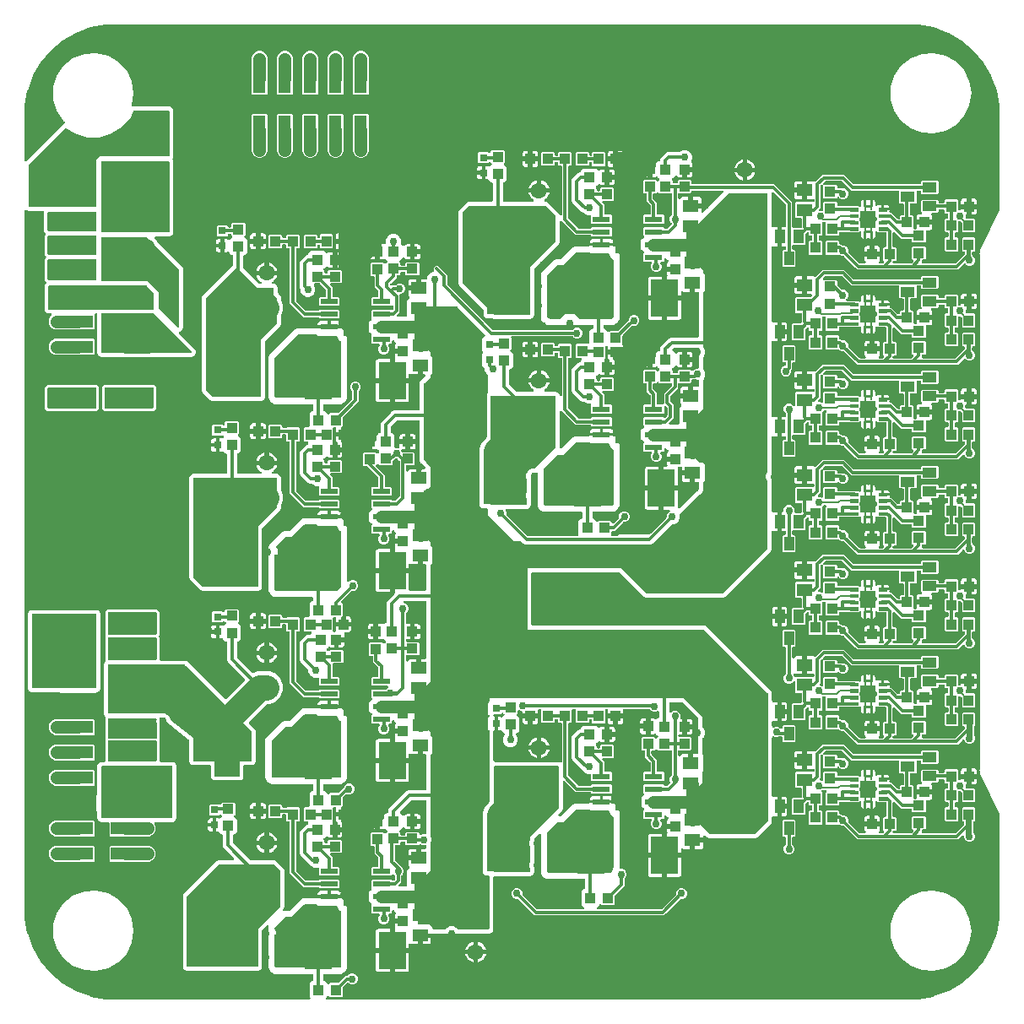
<source format=gbr>
G04 EAGLE Gerber RS-274X export*
G75*
%MOMM*%
%FSLAX34Y34*%
%LPD*%
%INTop Copper*%
%IPPOS*%
%AMOC8*
5,1,8,0,0,1.08239X$1,22.5*%
G01*
%ADD10R,3.048000X1.270000*%
%ADD11R,1.270000X2.921000*%
%ADD12R,1.778000X0.609600*%
%ADD13R,2.400000X3.100000*%
%ADD14C,0.808000*%
%ADD15R,1.100000X1.000000*%
%ADD16R,1.080000X1.050000*%
%ADD17R,1.600000X1.300000*%
%ADD18R,1.050000X1.080000*%
%ADD19R,1.000000X1.100000*%
%ADD20R,2.800000X3.800000*%
%ADD21C,1.600000*%
%ADD22R,2.500000X3.250000*%
%ADD23C,0.026400*%
%ADD24R,1.500000X1.750000*%
%ADD25R,0.230000X0.825000*%
%ADD26R,1.000000X1.400000*%
%ADD27R,1.400000X1.000000*%
%ADD28R,0.800000X0.800000*%
%ADD29C,1.270000*%
%ADD30C,0.756400*%
%ADD31C,0.152400*%
%ADD32C,0.304800*%
%ADD33C,0.609600*%
%ADD34C,0.406400*%
%ADD35C,2.540000*%
%ADD36C,0.203200*%

G36*
X296684Y10940D02*
X296684Y10940D01*
X296822Y10953D01*
X296841Y10960D01*
X296861Y10963D01*
X296990Y11014D01*
X297121Y11061D01*
X297138Y11072D01*
X297157Y11080D01*
X297269Y11161D01*
X297384Y11239D01*
X297398Y11255D01*
X297414Y11266D01*
X297503Y11374D01*
X297595Y11478D01*
X297604Y11496D01*
X297617Y11511D01*
X297676Y11637D01*
X297739Y11761D01*
X297744Y11781D01*
X297752Y11799D01*
X297779Y11936D01*
X297809Y12071D01*
X297808Y12092D01*
X297812Y12111D01*
X297804Y12250D01*
X297799Y12389D01*
X297794Y12409D01*
X297793Y12429D01*
X297750Y12561D01*
X297711Y12695D01*
X297701Y12712D01*
X297694Y12731D01*
X297620Y12849D01*
X297549Y12969D01*
X297531Y12990D01*
X297524Y13000D01*
X297509Y13014D01*
X297443Y13089D01*
X296768Y13764D01*
X296768Y27511D01*
X298852Y29594D01*
X299225Y29594D01*
X299343Y29609D01*
X299462Y29617D01*
X299500Y29629D01*
X299541Y29634D01*
X299651Y29678D01*
X299764Y29715D01*
X299799Y29736D01*
X299836Y29751D01*
X299932Y29821D01*
X300033Y29885D01*
X300061Y29914D01*
X300094Y29938D01*
X300170Y30030D01*
X300251Y30116D01*
X300271Y30152D01*
X300296Y30183D01*
X300347Y30291D01*
X300405Y30395D01*
X300415Y30434D01*
X300432Y30471D01*
X300454Y30587D01*
X300484Y30703D01*
X300488Y30763D01*
X300492Y30783D01*
X300490Y30803D01*
X300494Y30863D01*
X300494Y35560D01*
X300479Y35678D01*
X300472Y35797D01*
X300459Y35835D01*
X300454Y35876D01*
X300411Y35986D01*
X300374Y36099D01*
X300352Y36134D01*
X300337Y36171D01*
X300268Y36267D01*
X300204Y36368D01*
X300174Y36396D01*
X300151Y36429D01*
X300059Y36505D01*
X299972Y36586D01*
X299937Y36606D01*
X299906Y36631D01*
X299798Y36682D01*
X299694Y36740D01*
X299654Y36750D01*
X299618Y36767D01*
X299501Y36789D01*
X299386Y36819D01*
X299326Y36823D01*
X299306Y36827D01*
X299285Y36825D01*
X299225Y36829D01*
X262009Y36829D01*
X259208Y37989D01*
X257064Y40133D01*
X255904Y42934D01*
X255904Y84089D01*
X255887Y84227D01*
X255874Y84365D01*
X255867Y84384D01*
X255864Y84405D01*
X255813Y84534D01*
X255766Y84665D01*
X255755Y84681D01*
X255747Y84700D01*
X255666Y84813D01*
X255588Y84928D01*
X255572Y84941D01*
X255561Y84958D01*
X255453Y85046D01*
X255349Y85138D01*
X255331Y85147D01*
X255316Y85160D01*
X255190Y85220D01*
X255066Y85283D01*
X255046Y85287D01*
X255028Y85296D01*
X254892Y85322D01*
X254756Y85353D01*
X254735Y85352D01*
X254716Y85356D01*
X254577Y85347D01*
X254438Y85343D01*
X254418Y85337D01*
X254398Y85336D01*
X254266Y85293D01*
X254132Y85254D01*
X254115Y85244D01*
X254096Y85238D01*
X253978Y85163D01*
X253858Y85093D01*
X253837Y85074D01*
X253827Y85068D01*
X253813Y85053D01*
X253738Y84987D01*
X249673Y80922D01*
X249613Y80844D01*
X249545Y80772D01*
X249516Y80719D01*
X249479Y80671D01*
X249439Y80580D01*
X249391Y80494D01*
X249376Y80435D01*
X249352Y80379D01*
X249337Y80281D01*
X249312Y80186D01*
X249306Y80086D01*
X249302Y80065D01*
X249304Y80053D01*
X249302Y80025D01*
X249302Y43490D01*
X248567Y41716D01*
X247209Y40358D01*
X245435Y39623D01*
X173665Y39623D01*
X171891Y40358D01*
X170533Y41716D01*
X169798Y43490D01*
X169798Y115260D01*
X170533Y117034D01*
X203641Y150142D01*
X205415Y150877D01*
X219799Y150877D01*
X219936Y150894D01*
X220075Y150907D01*
X220094Y150914D01*
X220114Y150917D01*
X220243Y150968D01*
X220374Y151015D01*
X220391Y151026D01*
X220410Y151034D01*
X220522Y151115D01*
X220638Y151193D01*
X220651Y151209D01*
X220667Y151220D01*
X220756Y151328D01*
X220848Y151432D01*
X220857Y151450D01*
X220870Y151465D01*
X220929Y151591D01*
X220993Y151715D01*
X220997Y151735D01*
X221006Y151753D01*
X221032Y151889D01*
X221062Y152025D01*
X221062Y152046D01*
X221065Y152065D01*
X221057Y152204D01*
X221053Y152343D01*
X221047Y152363D01*
X221046Y152383D01*
X221003Y152515D01*
X220964Y152649D01*
X220954Y152666D01*
X220948Y152685D01*
X220873Y152803D01*
X220803Y152923D01*
X220784Y152944D01*
X220778Y152954D01*
X220763Y152968D01*
X220696Y153043D01*
X210958Y162782D01*
X210184Y164649D01*
X210184Y175349D01*
X210169Y175467D01*
X210162Y175586D01*
X210149Y175624D01*
X210144Y175665D01*
X210101Y175775D01*
X210064Y175888D01*
X210042Y175923D01*
X210027Y175960D01*
X209958Y176056D01*
X209894Y176157D01*
X209864Y176185D01*
X209841Y176218D01*
X209749Y176294D01*
X209662Y176375D01*
X209627Y176395D01*
X209596Y176420D01*
X209488Y176471D01*
X209384Y176529D01*
X209344Y176539D01*
X209308Y176556D01*
X209191Y176578D01*
X209076Y176608D01*
X209016Y176612D01*
X208996Y176616D01*
X208975Y176614D01*
X208915Y176618D01*
X208292Y176618D01*
X206128Y178782D01*
X206125Y178791D01*
X206088Y178904D01*
X206066Y178939D01*
X206051Y178976D01*
X205982Y179072D01*
X205918Y179173D01*
X205888Y179201D01*
X205865Y179234D01*
X205773Y179310D01*
X205686Y179391D01*
X205651Y179411D01*
X205620Y179436D01*
X205512Y179487D01*
X205408Y179545D01*
X205368Y179555D01*
X205332Y179572D01*
X205215Y179594D01*
X205100Y179624D01*
X205040Y179628D01*
X205020Y179632D01*
X204999Y179630D01*
X204939Y179634D01*
X203612Y179634D01*
X203612Y185445D01*
X203597Y185563D01*
X203589Y185682D01*
X203577Y185720D01*
X203572Y185760D01*
X203528Y185871D01*
X203491Y185984D01*
X203470Y186018D01*
X203455Y186056D01*
X203385Y186152D01*
X203375Y186169D01*
X203388Y186193D01*
X203414Y186225D01*
X203465Y186332D01*
X203522Y186437D01*
X203532Y186476D01*
X203549Y186512D01*
X203572Y186629D01*
X203602Y186745D01*
X203605Y186805D01*
X203609Y186825D01*
X203608Y186845D01*
X203612Y186905D01*
X203612Y192716D01*
X205947Y192716D01*
X206287Y192625D01*
X206392Y192610D01*
X206495Y192587D01*
X206549Y192589D01*
X206602Y192581D01*
X206707Y192594D01*
X206813Y192597D01*
X206865Y192612D01*
X206918Y192618D01*
X207017Y192656D01*
X207118Y192685D01*
X207165Y192712D01*
X207215Y192732D01*
X207301Y192793D01*
X207392Y192847D01*
X207456Y192903D01*
X207474Y192916D01*
X207484Y192928D01*
X207513Y192953D01*
X208350Y193790D01*
X208432Y193823D01*
X208563Y193870D01*
X208580Y193881D01*
X208599Y193889D01*
X208711Y193970D01*
X208826Y194048D01*
X208840Y194064D01*
X208856Y194075D01*
X208945Y194183D01*
X209037Y194287D01*
X209046Y194305D01*
X209059Y194320D01*
X209118Y194446D01*
X209182Y194570D01*
X209186Y194590D01*
X209195Y194608D01*
X209221Y194744D01*
X209251Y194880D01*
X209251Y194901D01*
X209254Y194920D01*
X209246Y195059D01*
X209242Y195198D01*
X209236Y195218D01*
X209235Y195238D01*
X209192Y195370D01*
X209153Y195504D01*
X209143Y195521D01*
X209137Y195540D01*
X209062Y195658D01*
X208992Y195778D01*
X208973Y195799D01*
X208966Y195809D01*
X208952Y195823D01*
X208885Y195898D01*
X208586Y196197D01*
X208492Y196271D01*
X208403Y196349D01*
X208367Y196368D01*
X208335Y196392D01*
X208226Y196440D01*
X208120Y196494D01*
X208080Y196503D01*
X208043Y196519D01*
X207925Y196537D01*
X207809Y196563D01*
X207769Y196562D01*
X207729Y196569D01*
X207610Y196557D01*
X207492Y196554D01*
X207453Y196543D01*
X207412Y196539D01*
X207300Y196498D01*
X207186Y196465D01*
X207151Y196445D01*
X207113Y196431D01*
X207015Y196364D01*
X206912Y196304D01*
X206867Y196264D01*
X206850Y196253D01*
X206837Y196237D01*
X206791Y196197D01*
X206244Y195650D01*
X196981Y195650D01*
X196088Y196543D01*
X196088Y205807D01*
X196981Y206700D01*
X206286Y206700D01*
X206290Y206696D01*
X206309Y206688D01*
X206325Y206675D01*
X206453Y206620D01*
X206578Y206561D01*
X206598Y206557D01*
X206617Y206549D01*
X206754Y206527D01*
X206891Y206501D01*
X206911Y206502D01*
X206931Y206499D01*
X207069Y206512D01*
X207208Y206521D01*
X207227Y206527D01*
X207247Y206529D01*
X207378Y206576D01*
X207510Y206619D01*
X207528Y206630D01*
X207547Y206637D01*
X207661Y206715D01*
X207779Y206789D01*
X207793Y206804D01*
X207810Y206815D01*
X207902Y206919D01*
X207997Y207021D01*
X208007Y207038D01*
X208020Y207053D01*
X208083Y207177D01*
X208151Y207299D01*
X208156Y207319D01*
X208165Y207337D01*
X208195Y207473D01*
X208230Y207607D01*
X208232Y207635D01*
X208235Y207647D01*
X208234Y207668D01*
X208240Y207768D01*
X208240Y207807D01*
X209133Y208700D01*
X221397Y208700D01*
X222290Y207807D01*
X222290Y196543D01*
X221645Y195898D01*
X221560Y195789D01*
X221471Y195682D01*
X221462Y195663D01*
X221450Y195647D01*
X221394Y195519D01*
X221335Y195394D01*
X221332Y195374D01*
X221323Y195355D01*
X221302Y195217D01*
X221276Y195081D01*
X221277Y195061D01*
X221274Y195041D01*
X221287Y194902D01*
X221295Y194764D01*
X221302Y194745D01*
X221303Y194725D01*
X221351Y194593D01*
X221393Y194462D01*
X221404Y194444D01*
X221411Y194425D01*
X221489Y194310D01*
X221564Y194193D01*
X221578Y194179D01*
X221590Y194162D01*
X221694Y194070D01*
X221795Y193975D01*
X221813Y193965D01*
X221828Y193952D01*
X221952Y193889D01*
X222074Y193821D01*
X222093Y193816D01*
X222111Y193807D01*
X222178Y193792D01*
X224322Y191648D01*
X224322Y178702D01*
X222238Y176618D01*
X221615Y176618D01*
X221497Y176603D01*
X221378Y176596D01*
X221340Y176583D01*
X221299Y176578D01*
X221189Y176535D01*
X221076Y176498D01*
X221041Y176476D01*
X221004Y176461D01*
X220908Y176392D01*
X220807Y176328D01*
X220779Y176298D01*
X220746Y176275D01*
X220670Y176183D01*
X220589Y176096D01*
X220569Y176061D01*
X220544Y176030D01*
X220493Y175922D01*
X220435Y175818D01*
X220425Y175778D01*
X220408Y175742D01*
X220386Y175625D01*
X220356Y175510D01*
X220352Y175450D01*
X220348Y175430D01*
X220350Y175409D01*
X220346Y175349D01*
X220346Y168290D01*
X220358Y168192D01*
X220361Y168093D01*
X220378Y168035D01*
X220386Y167975D01*
X220422Y167883D01*
X220450Y167788D01*
X220480Y167735D01*
X220503Y167679D01*
X220561Y167599D01*
X220611Y167514D01*
X220677Y167438D01*
X220689Y167422D01*
X220699Y167414D01*
X220717Y167393D01*
X236862Y151248D01*
X236940Y151188D01*
X237012Y151120D01*
X237065Y151091D01*
X237113Y151054D01*
X237204Y151014D01*
X237291Y150966D01*
X237349Y150951D01*
X237405Y150927D01*
X237503Y150912D01*
X237599Y150887D01*
X237699Y150881D01*
X237719Y150877D01*
X237731Y150879D01*
X237759Y150877D01*
X261310Y150877D01*
X263084Y150142D01*
X270792Y142434D01*
X271527Y140660D01*
X271527Y103815D01*
X270792Y102041D01*
X270614Y101863D01*
X270528Y101753D01*
X270440Y101646D01*
X270431Y101627D01*
X270419Y101611D01*
X270363Y101484D01*
X270304Y101358D01*
X270300Y101338D01*
X270292Y101319D01*
X270270Y101182D01*
X270244Y101045D01*
X270246Y101025D01*
X270242Y101005D01*
X270255Y100867D01*
X270264Y100728D01*
X270270Y100709D01*
X270272Y100689D01*
X270319Y100557D01*
X270362Y100426D01*
X270373Y100409D01*
X270380Y100389D01*
X270458Y100274D01*
X270532Y100157D01*
X270547Y100143D01*
X270558Y100126D01*
X270663Y100034D01*
X270764Y99939D01*
X270782Y99929D01*
X270797Y99916D01*
X270921Y99852D01*
X271042Y99785D01*
X271062Y99780D01*
X271080Y99771D01*
X271216Y99741D01*
X271350Y99706D01*
X271378Y99704D01*
X271390Y99701D01*
X271411Y99702D01*
X271511Y99696D01*
X275718Y99696D01*
X275816Y99708D01*
X275915Y99711D01*
X275973Y99728D01*
X276033Y99736D01*
X276125Y99772D01*
X276220Y99800D01*
X276273Y99830D01*
X276329Y99853D01*
X276409Y99911D01*
X276494Y99961D01*
X276570Y100027D01*
X276586Y100039D01*
X276594Y100049D01*
X276615Y100067D01*
X287783Y111236D01*
X290584Y112396D01*
X303954Y112396D01*
X304072Y112411D01*
X304191Y112418D01*
X304229Y112431D01*
X304270Y112436D01*
X304380Y112479D01*
X304493Y112516D01*
X304528Y112538D01*
X304565Y112553D01*
X304661Y112622D01*
X304762Y112686D01*
X304790Y112716D01*
X304823Y112739D01*
X304853Y112777D01*
X316400Y112777D01*
X316518Y112792D01*
X316637Y112799D01*
X316665Y112808D01*
X316748Y112787D01*
X316808Y112783D01*
X316828Y112779D01*
X316848Y112781D01*
X316908Y112777D01*
X328268Y112777D01*
X328271Y112771D01*
X328352Y112669D01*
X328428Y112564D01*
X328451Y112545D01*
X328470Y112522D01*
X328573Y112444D01*
X328673Y112361D01*
X328700Y112349D01*
X328724Y112331D01*
X328868Y112260D01*
X329909Y111829D01*
X331342Y111236D01*
X333486Y109092D01*
X334646Y106291D01*
X334646Y101600D01*
X334649Y101580D01*
X334647Y101561D01*
X334669Y101459D01*
X334685Y101357D01*
X334695Y101340D01*
X334699Y101320D01*
X334752Y101231D01*
X334801Y101140D01*
X334815Y101126D01*
X334825Y101109D01*
X334904Y101042D01*
X334979Y100971D01*
X334995Y100963D01*
X334970Y100934D01*
X334889Y100847D01*
X334869Y100812D01*
X334844Y100781D01*
X334793Y100673D01*
X334735Y100569D01*
X334725Y100529D01*
X334708Y100493D01*
X334686Y100376D01*
X334656Y100261D01*
X334652Y100201D01*
X334648Y100181D01*
X334650Y100160D01*
X334646Y100100D01*
X334646Y42934D01*
X333486Y40133D01*
X331342Y37989D01*
X328541Y36829D01*
X311925Y36829D01*
X311807Y36814D01*
X311688Y36807D01*
X311650Y36794D01*
X311609Y36789D01*
X311499Y36746D01*
X311386Y36709D01*
X311351Y36687D01*
X311314Y36672D01*
X311218Y36603D01*
X311117Y36539D01*
X311089Y36509D01*
X311056Y36486D01*
X310980Y36394D01*
X310899Y36307D01*
X310879Y36272D01*
X310854Y36241D01*
X310803Y36133D01*
X310745Y36029D01*
X310735Y35989D01*
X310718Y35953D01*
X310696Y35836D01*
X310666Y35721D01*
X310662Y35661D01*
X310658Y35641D01*
X310660Y35620D01*
X310656Y35560D01*
X310656Y30863D01*
X310671Y30745D01*
X310678Y30627D01*
X310691Y30588D01*
X310696Y30548D01*
X310739Y30437D01*
X310776Y30324D01*
X310798Y30290D01*
X310813Y30252D01*
X310882Y30156D01*
X310946Y30055D01*
X310976Y30028D01*
X310999Y29995D01*
X311091Y29919D01*
X311178Y29837D01*
X311213Y29818D01*
X311244Y29792D01*
X311352Y29741D01*
X311456Y29684D01*
X311496Y29674D01*
X311532Y29657D01*
X311649Y29634D01*
X311764Y29604D01*
X311824Y29601D01*
X311844Y29597D01*
X311865Y29598D01*
X311925Y29594D01*
X312298Y29594D01*
X314440Y27452D01*
X314473Y27370D01*
X314520Y27239D01*
X314531Y27222D01*
X314539Y27204D01*
X314620Y27091D01*
X314698Y26976D01*
X314714Y26963D01*
X314725Y26946D01*
X314833Y26857D01*
X314937Y26766D01*
X314955Y26756D01*
X314970Y26743D01*
X315096Y26684D01*
X315220Y26621D01*
X315240Y26616D01*
X315258Y26608D01*
X315395Y26582D01*
X315530Y26551D01*
X315551Y26552D01*
X315570Y26548D01*
X315709Y26557D01*
X315848Y26561D01*
X315868Y26567D01*
X315888Y26568D01*
X316020Y26611D01*
X316154Y26649D01*
X316171Y26660D01*
X316190Y26666D01*
X316308Y26740D01*
X316428Y26811D01*
X316449Y26829D01*
X316459Y26836D01*
X316473Y26851D01*
X316548Y26917D01*
X317193Y27562D01*
X325162Y27562D01*
X325261Y27575D01*
X325360Y27578D01*
X325418Y27594D01*
X325478Y27602D01*
X325570Y27639D01*
X325665Y27666D01*
X325717Y27697D01*
X325774Y27719D01*
X325854Y27777D01*
X325939Y27828D01*
X326014Y27894D01*
X326031Y27906D01*
X326039Y27915D01*
X326060Y27934D01*
X332925Y34799D01*
X334743Y34799D01*
X334841Y34811D01*
X334940Y34814D01*
X334999Y34831D01*
X335059Y34839D01*
X335151Y34875D01*
X335246Y34903D01*
X335298Y34933D01*
X335354Y34956D01*
X335434Y35014D01*
X335520Y35064D01*
X335595Y35130D01*
X335612Y35142D01*
X335619Y35152D01*
X335641Y35170D01*
X336719Y36249D01*
X338669Y37057D01*
X340781Y37057D01*
X342731Y36249D01*
X344224Y34756D01*
X345032Y32806D01*
X345032Y30694D01*
X344224Y28744D01*
X342731Y27251D01*
X340781Y26443D01*
X338669Y26443D01*
X336719Y27251D01*
X336257Y27713D01*
X336163Y27786D01*
X336074Y27865D01*
X336038Y27883D01*
X336006Y27908D01*
X335897Y27955D01*
X335791Y28009D01*
X335751Y28018D01*
X335714Y28034D01*
X335596Y28053D01*
X335480Y28079D01*
X335440Y28078D01*
X335400Y28084D01*
X335281Y28073D01*
X335162Y28069D01*
X335124Y28058D01*
X335083Y28054D01*
X334971Y28014D01*
X334857Y27981D01*
X334822Y27960D01*
X334784Y27947D01*
X334686Y27880D01*
X334583Y27819D01*
X334538Y27780D01*
X334521Y27768D01*
X334507Y27753D01*
X334462Y27713D01*
X330221Y23472D01*
X330161Y23394D01*
X330093Y23322D01*
X330064Y23269D01*
X330027Y23221D01*
X329987Y23130D01*
X329939Y23044D01*
X329924Y22985D01*
X329900Y22929D01*
X329885Y22831D01*
X329860Y22736D01*
X329854Y22636D01*
X329850Y22615D01*
X329852Y22603D01*
X329850Y22575D01*
X329850Y14606D01*
X328957Y13713D01*
X317193Y13713D01*
X316548Y14358D01*
X316439Y14442D01*
X316332Y14532D01*
X316313Y14540D01*
X316297Y14553D01*
X316170Y14608D01*
X316044Y14667D01*
X316024Y14671D01*
X316005Y14679D01*
X315867Y14701D01*
X315731Y14727D01*
X315711Y14726D01*
X315691Y14729D01*
X315552Y14716D01*
X315414Y14707D01*
X315395Y14701D01*
X315375Y14699D01*
X315243Y14652D01*
X315112Y14609D01*
X315094Y14598D01*
X315075Y14591D01*
X314960Y14513D01*
X314843Y14439D01*
X314829Y14424D01*
X314812Y14413D01*
X314720Y14309D01*
X314625Y14207D01*
X314615Y14190D01*
X314602Y14174D01*
X314539Y14051D01*
X314471Y13929D01*
X314466Y13909D01*
X314457Y13891D01*
X314442Y13825D01*
X313707Y13089D01*
X313622Y12980D01*
X313533Y12873D01*
X313524Y12854D01*
X313512Y12838D01*
X313457Y12711D01*
X313398Y12585D01*
X313394Y12565D01*
X313386Y12546D01*
X313364Y12408D01*
X313338Y12272D01*
X313339Y12252D01*
X313336Y12232D01*
X313349Y12093D01*
X313357Y11955D01*
X313364Y11936D01*
X313366Y11916D01*
X313413Y11784D01*
X313456Y11653D01*
X313466Y11635D01*
X313473Y11616D01*
X313551Y11501D01*
X313626Y11384D01*
X313640Y11370D01*
X313652Y11353D01*
X313756Y11261D01*
X313857Y11166D01*
X313875Y11156D01*
X313890Y11143D01*
X314014Y11080D01*
X314136Y11012D01*
X314155Y11007D01*
X314173Y10998D01*
X314309Y10968D01*
X314444Y10933D01*
X314472Y10931D01*
X314484Y10928D01*
X314504Y10929D01*
X314604Y10923D01*
X900000Y10923D01*
X900016Y10925D01*
X900055Y10924D01*
X907708Y11258D01*
X907711Y11258D01*
X907713Y11258D01*
X907873Y11276D01*
X922947Y13934D01*
X922976Y13943D01*
X923006Y13946D01*
X923160Y13991D01*
X937543Y19226D01*
X937570Y19240D01*
X937600Y19248D01*
X937744Y19320D01*
X950999Y26973D01*
X951023Y26991D01*
X951051Y27004D01*
X951180Y27100D01*
X962905Y36938D01*
X962926Y36960D01*
X962951Y36978D01*
X963062Y37095D01*
X972900Y48820D01*
X972917Y48845D01*
X972938Y48867D01*
X973027Y49001D01*
X980680Y62256D01*
X980692Y62284D01*
X980709Y62309D01*
X980774Y62457D01*
X986009Y76839D01*
X986015Y76869D01*
X986028Y76897D01*
X986066Y77053D01*
X988724Y92127D01*
X988724Y92129D01*
X988725Y92132D01*
X988742Y92292D01*
X989076Y99945D01*
X989075Y99960D01*
X989077Y100000D01*
X989077Y197122D01*
X989070Y197176D01*
X989073Y197230D01*
X989051Y197333D01*
X989037Y197437D01*
X989017Y197488D01*
X989006Y197541D01*
X988943Y197689D01*
X971115Y233346D01*
X971047Y233448D01*
X970984Y233555D01*
X970949Y233594D01*
X970938Y233610D01*
X970923Y233624D01*
X970877Y233675D01*
X970740Y233813D01*
X970074Y235420D01*
X970064Y235439D01*
X970037Y235502D01*
X969259Y237058D01*
X969245Y237252D01*
X969221Y237373D01*
X969204Y237496D01*
X969187Y237545D01*
X969183Y237564D01*
X969174Y237583D01*
X969152Y237648D01*
X969077Y237827D01*
X969077Y239567D01*
X969075Y239589D01*
X969074Y239657D01*
X968951Y241393D01*
X969012Y241577D01*
X969036Y241698D01*
X969067Y241818D01*
X969070Y241870D01*
X969074Y241889D01*
X969073Y241910D01*
X969077Y241979D01*
X969077Y758021D01*
X969062Y758144D01*
X969053Y758267D01*
X969040Y758318D01*
X969037Y758337D01*
X969030Y758357D01*
X969012Y758423D01*
X968951Y758607D01*
X969074Y760343D01*
X969073Y760364D01*
X969077Y760433D01*
X969077Y762173D01*
X969152Y762352D01*
X969184Y762471D01*
X969223Y762588D01*
X969231Y762641D01*
X969236Y762659D01*
X969236Y762680D01*
X969245Y762748D01*
X969259Y762941D01*
X970037Y764498D01*
X970044Y764518D01*
X970074Y764580D01*
X970740Y766187D01*
X970877Y766325D01*
X970953Y766422D01*
X971034Y766515D01*
X971061Y766561D01*
X971072Y766576D01*
X971081Y766595D01*
X971115Y766654D01*
X988943Y802311D01*
X988961Y802362D01*
X988988Y802410D01*
X989014Y802511D01*
X989049Y802611D01*
X989053Y802665D01*
X989067Y802717D01*
X989077Y802878D01*
X989077Y900000D01*
X989075Y900016D01*
X989076Y900055D01*
X988742Y907708D01*
X988742Y907711D01*
X988742Y907713D01*
X988724Y907873D01*
X986066Y922947D01*
X986057Y922976D01*
X986054Y923006D01*
X986009Y923160D01*
X980774Y937543D01*
X980760Y937570D01*
X980752Y937600D01*
X980680Y937744D01*
X973027Y950999D01*
X973009Y951023D01*
X972996Y951051D01*
X972900Y951180D01*
X963062Y962905D01*
X963040Y962926D01*
X963022Y962951D01*
X962905Y963062D01*
X951180Y972900D01*
X951155Y972917D01*
X951133Y972938D01*
X950999Y973027D01*
X937744Y980680D01*
X937716Y980692D01*
X937691Y980709D01*
X937543Y980774D01*
X923160Y986009D01*
X923131Y986015D01*
X923103Y986028D01*
X922947Y986066D01*
X907873Y988724D01*
X907871Y988724D01*
X907868Y988725D01*
X907708Y988742D01*
X900055Y989076D01*
X900040Y989075D01*
X900000Y989077D01*
X100000Y989077D01*
X99984Y989075D01*
X99945Y989076D01*
X92292Y988742D01*
X92289Y988742D01*
X92287Y988742D01*
X92127Y988724D01*
X77053Y986066D01*
X77024Y986057D01*
X76994Y986054D01*
X76840Y986009D01*
X62457Y980774D01*
X62430Y980760D01*
X62400Y980752D01*
X62256Y980680D01*
X49001Y973027D01*
X48977Y973009D01*
X48949Y972996D01*
X48820Y972900D01*
X37095Y963062D01*
X37074Y963040D01*
X37049Y963022D01*
X36938Y962905D01*
X27100Y951180D01*
X27083Y951155D01*
X27062Y951133D01*
X26973Y950999D01*
X19320Y937744D01*
X19308Y937716D01*
X19291Y937691D01*
X19226Y937543D01*
X13991Y923161D01*
X13985Y923131D01*
X13972Y923103D01*
X13934Y922947D01*
X11276Y907873D01*
X11276Y907871D01*
X11275Y907868D01*
X11258Y907708D01*
X10924Y900055D01*
X10925Y900040D01*
X10923Y900000D01*
X10923Y852663D01*
X10940Y852525D01*
X10953Y852387D01*
X10960Y852368D01*
X10963Y852347D01*
X11014Y852218D01*
X11061Y852087D01*
X11072Y852071D01*
X11080Y852052D01*
X11161Y851939D01*
X11239Y851824D01*
X11255Y851811D01*
X11266Y851794D01*
X11374Y851706D01*
X11478Y851614D01*
X11496Y851605D01*
X11511Y851592D01*
X11637Y851532D01*
X11761Y851469D01*
X11781Y851465D01*
X11799Y851456D01*
X11935Y851430D01*
X12071Y851399D01*
X12092Y851400D01*
X12111Y851396D01*
X12250Y851405D01*
X12389Y851409D01*
X12409Y851415D01*
X12429Y851416D01*
X12561Y851459D01*
X12695Y851498D01*
X12712Y851508D01*
X12731Y851514D01*
X12849Y851588D01*
X12969Y851659D01*
X12990Y851678D01*
X13000Y851684D01*
X13014Y851699D01*
X13089Y851765D01*
X51146Y889822D01*
X51165Y889847D01*
X51189Y889867D01*
X51263Y889972D01*
X51341Y890073D01*
X51353Y890102D01*
X51371Y890127D01*
X51417Y890248D01*
X51467Y890365D01*
X51472Y890396D01*
X51483Y890425D01*
X51497Y890552D01*
X51517Y890679D01*
X51514Y890710D01*
X51518Y890741D01*
X51500Y890868D01*
X51488Y890996D01*
X51477Y891025D01*
X51473Y891056D01*
X51423Y891175D01*
X51380Y891295D01*
X51363Y891321D01*
X51351Y891350D01*
X51273Y891453D01*
X51201Y891558D01*
X51178Y891579D01*
X51159Y891604D01*
X51040Y891712D01*
X50219Y892367D01*
X43397Y902373D01*
X39827Y913945D01*
X39827Y926055D01*
X43397Y937627D01*
X50219Y947633D01*
X59687Y955183D01*
X70960Y959608D01*
X83036Y960513D01*
X94842Y957818D01*
X105330Y951763D01*
X113567Y942886D01*
X118822Y931975D01*
X120626Y920000D01*
X118815Y907985D01*
X118814Y907930D01*
X118804Y907876D01*
X118810Y907772D01*
X118808Y907667D01*
X118820Y907614D01*
X118824Y907559D01*
X118856Y907460D01*
X118879Y907357D01*
X118905Y907309D01*
X118922Y907257D01*
X118978Y907168D01*
X119026Y907075D01*
X119062Y907034D01*
X119092Y906988D01*
X119168Y906916D01*
X119238Y906838D01*
X119283Y906808D01*
X119323Y906770D01*
X119415Y906719D01*
X119502Y906661D01*
X119554Y906643D01*
X119602Y906616D01*
X119703Y906590D01*
X119802Y906555D01*
X119857Y906551D01*
X119910Y906537D01*
X120071Y906527D01*
X156535Y906527D01*
X158309Y905792D01*
X159667Y904434D01*
X160402Y902660D01*
X160402Y856290D01*
X159685Y854561D01*
X159659Y854465D01*
X159624Y854373D01*
X159618Y854312D01*
X159602Y854254D01*
X159600Y854155D01*
X159589Y854057D01*
X159597Y853997D01*
X159596Y853936D01*
X159620Y853840D01*
X159633Y853742D01*
X159666Y853647D01*
X159671Y853627D01*
X159676Y853616D01*
X159685Y853589D01*
X160402Y851860D01*
X160402Y780090D01*
X159667Y778316D01*
X158309Y776958D01*
X156535Y776223D01*
X142811Y776223D01*
X142673Y776206D01*
X142535Y776193D01*
X142516Y776186D01*
X142496Y776183D01*
X142367Y776132D01*
X142236Y776085D01*
X142219Y776074D01*
X142200Y776066D01*
X142087Y775985D01*
X141972Y775907D01*
X141959Y775891D01*
X141943Y775880D01*
X141854Y775772D01*
X141762Y775668D01*
X141753Y775650D01*
X141740Y775635D01*
X141681Y775509D01*
X141617Y775385D01*
X141613Y775365D01*
X141604Y775347D01*
X141578Y775210D01*
X141548Y775075D01*
X141548Y775054D01*
X141545Y775035D01*
X141553Y774896D01*
X141557Y774757D01*
X141563Y774737D01*
X141564Y774717D01*
X141607Y774585D01*
X141646Y774451D01*
X141656Y774434D01*
X141662Y774415D01*
X141737Y774297D01*
X141807Y774177D01*
X141826Y774156D01*
X141832Y774146D01*
X141848Y774132D01*
X141914Y774057D01*
X143018Y772952D01*
X143696Y771317D01*
X143700Y771309D01*
X143703Y771300D01*
X143779Y771171D01*
X143853Y771041D01*
X143860Y771034D01*
X143864Y771026D01*
X143971Y770905D01*
X169192Y745684D01*
X169927Y743910D01*
X169927Y684840D01*
X169192Y683066D01*
X167834Y681708D01*
X166396Y681112D01*
X166353Y681088D01*
X166306Y681071D01*
X166215Y681009D01*
X166119Y680955D01*
X166084Y680920D01*
X166043Y680892D01*
X165970Y680810D01*
X165891Y680733D01*
X165865Y680691D01*
X165832Y680654D01*
X165782Y680556D01*
X165725Y680462D01*
X165710Y680415D01*
X165688Y680371D01*
X165663Y680263D01*
X165631Y680158D01*
X165629Y680109D01*
X165618Y680060D01*
X165621Y679951D01*
X165616Y679841D01*
X165626Y679792D01*
X165628Y679742D01*
X165658Y679637D01*
X165680Y679529D01*
X165702Y679485D01*
X165716Y679437D01*
X165772Y679342D01*
X165820Y679244D01*
X165852Y679206D01*
X165877Y679163D01*
X165984Y679042D01*
X172545Y672481D01*
X180356Y664670D01*
X181892Y663134D01*
X182627Y661360D01*
X182627Y659440D01*
X181892Y657666D01*
X180534Y656308D01*
X178760Y655573D01*
X87940Y655573D01*
X86166Y656308D01*
X84808Y657666D01*
X84073Y659440D01*
X84073Y697992D01*
X84058Y698110D01*
X84051Y698229D01*
X84038Y698267D01*
X84033Y698308D01*
X83990Y698418D01*
X83953Y698531D01*
X83931Y698566D01*
X83916Y698603D01*
X83847Y698699D01*
X83783Y698800D01*
X83753Y698828D01*
X83730Y698861D01*
X83638Y698937D01*
X83551Y699018D01*
X83516Y699038D01*
X83485Y699063D01*
X83377Y699114D01*
X83273Y699172D01*
X83233Y699182D01*
X83197Y699199D01*
X83080Y699221D01*
X82965Y699251D01*
X82905Y699255D01*
X82885Y699259D01*
X82884Y699259D01*
X82864Y699257D01*
X82804Y699261D01*
X82686Y699246D01*
X82567Y699239D01*
X82529Y699226D01*
X82488Y699221D01*
X82378Y699178D01*
X82265Y699141D01*
X82230Y699119D01*
X82193Y699104D01*
X82097Y699035D01*
X81996Y698971D01*
X81968Y698941D01*
X81935Y698918D01*
X81859Y698826D01*
X81778Y698739D01*
X81758Y698704D01*
X81733Y698673D01*
X81682Y698565D01*
X81624Y698461D01*
X81614Y698421D01*
X81597Y698385D01*
X81575Y698268D01*
X81545Y698153D01*
X81541Y698093D01*
X81537Y698073D01*
X81539Y698052D01*
X81535Y697992D01*
X81535Y684158D01*
X80642Y683265D01*
X41614Y683265D01*
X38719Y684464D01*
X36504Y686679D01*
X35305Y689574D01*
X35305Y692706D01*
X36504Y695601D01*
X37998Y697095D01*
X38083Y697204D01*
X38172Y697311D01*
X38180Y697330D01*
X38193Y697346D01*
X38248Y697474D01*
X38307Y697599D01*
X38311Y697619D01*
X38319Y697638D01*
X38341Y697776D01*
X38367Y697912D01*
X38366Y697932D01*
X38369Y697952D01*
X38356Y698091D01*
X38347Y698229D01*
X38341Y698248D01*
X38339Y698268D01*
X38292Y698400D01*
X38249Y698531D01*
X38239Y698549D01*
X38232Y698568D01*
X38154Y698683D01*
X38079Y698800D01*
X38064Y698814D01*
X38053Y698831D01*
X37949Y698923D01*
X37848Y699018D01*
X37830Y699028D01*
X37815Y699041D01*
X37691Y699105D01*
X37569Y699172D01*
X37550Y699177D01*
X37531Y699186D01*
X37396Y699216D01*
X37261Y699251D01*
X37233Y699253D01*
X37221Y699256D01*
X37201Y699255D01*
X37100Y699261D01*
X33771Y699261D01*
X31241Y701791D01*
X31241Y727975D01*
X32575Y729309D01*
X32648Y729403D01*
X32727Y729492D01*
X32745Y729528D01*
X32770Y729560D01*
X32818Y729670D01*
X32872Y729775D01*
X32881Y729815D01*
X32897Y729852D01*
X32915Y729970D01*
X32941Y730086D01*
X32940Y730126D01*
X32946Y730166D01*
X32935Y730285D01*
X32932Y730404D01*
X32920Y730443D01*
X32917Y730483D01*
X32876Y730595D01*
X32843Y730709D01*
X32823Y730744D01*
X32809Y730782D01*
X32742Y730881D01*
X32682Y730983D01*
X32642Y731028D01*
X32630Y731045D01*
X32615Y731059D01*
X32575Y731104D01*
X31622Y732057D01*
X31622Y753843D01*
X32532Y754752D01*
X32605Y754846D01*
X32683Y754936D01*
X32702Y754972D01*
X32727Y755004D01*
X32774Y755113D01*
X32828Y755219D01*
X32837Y755258D01*
X32853Y755296D01*
X32872Y755413D01*
X32898Y755529D01*
X32897Y755570D01*
X32903Y755610D01*
X32892Y755728D01*
X32888Y755847D01*
X32877Y755886D01*
X32873Y755926D01*
X32833Y756039D01*
X32800Y756153D01*
X32779Y756187D01*
X32765Y756226D01*
X32699Y756324D01*
X32638Y756427D01*
X32598Y756472D01*
X32587Y756489D01*
X32572Y756502D01*
X32532Y756547D01*
X31622Y757457D01*
X31622Y777656D01*
X31813Y777847D01*
X31886Y777941D01*
X31965Y778030D01*
X31983Y778066D01*
X32008Y778098D01*
X32056Y778207D01*
X32110Y778313D01*
X32119Y778352D01*
X32135Y778390D01*
X32153Y778508D01*
X32179Y778623D01*
X32178Y778664D01*
X32184Y778704D01*
X32173Y778822D01*
X32170Y778941D01*
X32158Y778980D01*
X32155Y779020D01*
X32114Y779132D01*
X32081Y779247D01*
X32061Y779282D01*
X32047Y779320D01*
X31980Y779418D01*
X31920Y779521D01*
X31880Y779566D01*
X31868Y779583D01*
X31853Y779596D01*
X31813Y779642D01*
X30606Y780849D01*
X30606Y800354D01*
X30591Y800472D01*
X30584Y800591D01*
X30571Y800629D01*
X30566Y800670D01*
X30523Y800780D01*
X30486Y800893D01*
X30464Y800928D01*
X30449Y800965D01*
X30380Y801061D01*
X30316Y801162D01*
X30286Y801190D01*
X30263Y801223D01*
X30171Y801299D01*
X30084Y801380D01*
X30049Y801400D01*
X30018Y801425D01*
X29910Y801476D01*
X29806Y801534D01*
X29766Y801544D01*
X29730Y801561D01*
X29613Y801583D01*
X29498Y801613D01*
X29438Y801617D01*
X29418Y801621D01*
X29397Y801619D01*
X29337Y801623D01*
X14915Y801623D01*
X13141Y802358D01*
X13090Y802409D01*
X12980Y802495D01*
X12873Y802583D01*
X12854Y802592D01*
X12838Y802604D01*
X12711Y802660D01*
X12585Y802719D01*
X12565Y802723D01*
X12546Y802731D01*
X12409Y802753D01*
X12272Y802779D01*
X12252Y802777D01*
X12232Y802781D01*
X12094Y802768D01*
X11955Y802759D01*
X11936Y802753D01*
X11916Y802751D01*
X11785Y802704D01*
X11653Y802661D01*
X11635Y802650D01*
X11616Y802643D01*
X11502Y802565D01*
X11384Y802491D01*
X11370Y802476D01*
X11353Y802465D01*
X11262Y802361D01*
X11166Y802259D01*
X11156Y802241D01*
X11143Y802226D01*
X11080Y802103D01*
X11012Y801981D01*
X11007Y801961D01*
X10998Y801943D01*
X10968Y801807D01*
X10933Y801673D01*
X10931Y801645D01*
X10928Y801633D01*
X10929Y801612D01*
X10923Y801512D01*
X10923Y100000D01*
X10925Y99984D01*
X10924Y99945D01*
X11258Y92292D01*
X11258Y92289D01*
X11258Y92287D01*
X11276Y92127D01*
X13934Y77053D01*
X13943Y77024D01*
X13946Y76994D01*
X13991Y76840D01*
X19226Y62457D01*
X19240Y62430D01*
X19248Y62400D01*
X19320Y62256D01*
X26973Y49001D01*
X26991Y48977D01*
X27004Y48949D01*
X27100Y48820D01*
X36938Y37095D01*
X36960Y37074D01*
X36978Y37049D01*
X37095Y36938D01*
X48820Y27100D01*
X48845Y27083D01*
X48867Y27062D01*
X49001Y26973D01*
X62256Y19320D01*
X62284Y19308D01*
X62309Y19291D01*
X62457Y19226D01*
X76839Y13991D01*
X76869Y13985D01*
X76897Y13972D01*
X77053Y13934D01*
X92127Y11276D01*
X92129Y11276D01*
X92132Y11275D01*
X92292Y11258D01*
X99945Y10924D01*
X99960Y10925D01*
X100000Y10923D01*
X296546Y10923D01*
X296684Y10940D01*
G37*
%LPC*%
G36*
X382439Y62864D02*
X382439Y62864D01*
X382439Y82263D01*
X382475Y82306D01*
X382560Y82399D01*
X382576Y82428D01*
X382598Y82454D01*
X382651Y82568D01*
X382711Y82679D01*
X382719Y82712D01*
X382733Y82742D01*
X382757Y82865D01*
X382787Y82988D01*
X382787Y83021D01*
X382793Y83054D01*
X382785Y83180D01*
X382784Y83306D01*
X382774Y83354D01*
X382773Y83372D01*
X382767Y83392D01*
X382752Y83464D01*
X382584Y84091D01*
X382584Y87136D01*
X389255Y87136D01*
X389373Y87151D01*
X389492Y87158D01*
X389530Y87171D01*
X389570Y87176D01*
X389681Y87219D01*
X389794Y87256D01*
X389829Y87278D01*
X389866Y87293D01*
X389962Y87363D01*
X390063Y87426D01*
X390091Y87456D01*
X390123Y87480D01*
X390199Y87571D01*
X390281Y87658D01*
X390300Y87693D01*
X390326Y87724D01*
X390377Y87832D01*
X390434Y87936D01*
X390445Y87976D01*
X390462Y88012D01*
X390484Y88129D01*
X390514Y88244D01*
X390518Y88305D01*
X390522Y88325D01*
X390520Y88345D01*
X390524Y88405D01*
X390524Y90945D01*
X390509Y91063D01*
X390502Y91182D01*
X390489Y91220D01*
X390484Y91260D01*
X390440Y91371D01*
X390404Y91484D01*
X390382Y91519D01*
X390367Y91556D01*
X390297Y91652D01*
X390234Y91753D01*
X390204Y91781D01*
X390180Y91813D01*
X390089Y91889D01*
X390002Y91971D01*
X389967Y91990D01*
X389935Y92016D01*
X389828Y92067D01*
X389724Y92124D01*
X389684Y92135D01*
X389648Y92152D01*
X389531Y92174D01*
X389416Y92204D01*
X389355Y92208D01*
X389335Y92212D01*
X389315Y92210D01*
X389255Y92214D01*
X382584Y92214D01*
X382584Y95259D01*
X382757Y95906D01*
X383092Y96485D01*
X383416Y96809D01*
X383489Y96903D01*
X383568Y96992D01*
X383586Y97028D01*
X383611Y97060D01*
X383658Y97169D01*
X383712Y97276D01*
X383721Y97315D01*
X383737Y97352D01*
X383756Y97470D01*
X383782Y97586D01*
X383781Y97626D01*
X383787Y97666D01*
X383776Y97785D01*
X383772Y97904D01*
X383761Y97943D01*
X383757Y97983D01*
X383717Y98095D01*
X383684Y98209D01*
X383663Y98244D01*
X383650Y98282D01*
X383583Y98381D01*
X383522Y98483D01*
X383483Y98528D01*
X383471Y98545D01*
X383456Y98559D01*
X383416Y98604D01*
X381727Y100293D01*
X381618Y100378D01*
X381511Y100466D01*
X381492Y100475D01*
X381476Y100488D01*
X381348Y100543D01*
X381223Y100602D01*
X381203Y100606D01*
X381184Y100614D01*
X381046Y100636D01*
X380910Y100662D01*
X380890Y100661D01*
X380870Y100664D01*
X380731Y100651D01*
X380593Y100642D01*
X380574Y100636D01*
X380554Y100634D01*
X380422Y100587D01*
X380291Y100544D01*
X380273Y100533D01*
X380254Y100526D01*
X380139Y100448D01*
X380022Y100374D01*
X380008Y100359D01*
X379991Y100348D01*
X379899Y100244D01*
X379804Y100142D01*
X379794Y100124D01*
X379781Y100109D01*
X379717Y99985D01*
X379650Y99864D01*
X379645Y99844D01*
X379636Y99826D01*
X379606Y99690D01*
X379571Y99556D01*
X379569Y99528D01*
X379566Y99516D01*
X379567Y99495D01*
X379561Y99395D01*
X379561Y97920D01*
X378668Y97027D01*
X377067Y97027D01*
X377018Y97021D01*
X376968Y97023D01*
X376861Y97001D01*
X376752Y96987D01*
X376706Y96969D01*
X376657Y96959D01*
X376558Y96911D01*
X376456Y96870D01*
X376416Y96841D01*
X376371Y96819D01*
X376288Y96748D01*
X376199Y96684D01*
X376167Y96645D01*
X376129Y96613D01*
X376066Y96523D01*
X375996Y96439D01*
X375975Y96394D01*
X375946Y96353D01*
X375907Y96250D01*
X375860Y96151D01*
X375851Y96102D01*
X375833Y96056D01*
X375821Y95946D01*
X375801Y95839D01*
X375804Y95789D01*
X375798Y95740D01*
X375813Y95631D01*
X375820Y95521D01*
X375836Y95474D01*
X375843Y95425D01*
X375895Y95272D01*
X376782Y93131D01*
X376782Y91019D01*
X375974Y89069D01*
X374481Y87576D01*
X372531Y86768D01*
X370419Y86768D01*
X368469Y87576D01*
X366976Y89069D01*
X366168Y91019D01*
X366168Y93131D01*
X367055Y95272D01*
X367069Y95320D01*
X367090Y95365D01*
X367110Y95473D01*
X367139Y95579D01*
X367140Y95629D01*
X367149Y95678D01*
X367143Y95787D01*
X367144Y95897D01*
X367133Y95945D01*
X367130Y95995D01*
X367096Y96099D01*
X367070Y96206D01*
X367047Y96250D01*
X367032Y96297D01*
X366973Y96390D01*
X366922Y96487D01*
X366888Y96524D01*
X366862Y96566D01*
X366781Y96641D01*
X366708Y96723D01*
X366666Y96750D01*
X366630Y96784D01*
X366534Y96837D01*
X366442Y96897D01*
X366395Y96914D01*
X366351Y96938D01*
X366245Y96965D01*
X366141Y97001D01*
X366092Y97005D01*
X366043Y97017D01*
X365883Y97027D01*
X359624Y97027D01*
X358731Y97920D01*
X358731Y105280D01*
X359067Y105616D01*
X359140Y105710D01*
X359219Y105799D01*
X359238Y105835D01*
X359262Y105867D01*
X359310Y105976D01*
X359364Y106082D01*
X359373Y106122D01*
X359389Y106159D01*
X359407Y106277D01*
X359433Y106393D01*
X359432Y106433D01*
X359439Y106473D01*
X359427Y106591D01*
X359424Y106710D01*
X359412Y106749D01*
X359409Y106789D01*
X359368Y106902D01*
X359335Y107016D01*
X359315Y107051D01*
X359301Y107089D01*
X359234Y107187D01*
X359174Y107290D01*
X359134Y107335D01*
X359123Y107352D01*
X359107Y107365D01*
X359067Y107411D01*
X357997Y108481D01*
X357888Y108566D01*
X357781Y108654D01*
X357762Y108663D01*
X357746Y108676D01*
X357618Y108731D01*
X357493Y108790D01*
X357473Y108794D01*
X357454Y108802D01*
X357316Y108824D01*
X357180Y108850D01*
X357160Y108849D01*
X357140Y108852D01*
X357001Y108839D01*
X356926Y108834D01*
X356191Y109568D01*
X356191Y119032D01*
X356540Y119381D01*
X356733Y119381D01*
X356801Y119389D01*
X356870Y119388D01*
X356958Y119409D01*
X357048Y119420D01*
X357113Y119446D01*
X357180Y119462D01*
X357260Y119504D01*
X357344Y119537D01*
X357400Y119578D01*
X357461Y119610D01*
X357587Y119711D01*
X357593Y119718D01*
X357601Y119724D01*
X357602Y119724D01*
X357602Y119725D01*
X357697Y119840D01*
X357794Y119953D01*
X357798Y119962D01*
X357805Y119970D01*
X357805Y119971D01*
X357877Y120013D01*
X357898Y120032D01*
X357908Y120038D01*
X357922Y120053D01*
X357997Y120119D01*
X359067Y121189D01*
X359140Y121284D01*
X359219Y121373D01*
X359237Y121409D01*
X359262Y121441D01*
X359310Y121550D01*
X359364Y121656D01*
X359373Y121695D01*
X359389Y121732D01*
X359407Y121850D01*
X359433Y121966D01*
X359432Y122007D01*
X359439Y122047D01*
X359427Y122165D01*
X359424Y122284D01*
X359412Y122323D01*
X359409Y122363D01*
X359368Y122475D01*
X359335Y122590D01*
X359315Y122624D01*
X359301Y122662D01*
X359234Y122761D01*
X359174Y122864D01*
X359134Y122909D01*
X359123Y122926D01*
X359107Y122939D01*
X359067Y122984D01*
X358731Y123320D01*
X358731Y130680D01*
X359624Y131573D01*
X378668Y131573D01*
X379820Y130420D01*
X379898Y130360D01*
X379970Y130292D01*
X380023Y130263D01*
X380071Y130226D01*
X380162Y130186D01*
X380249Y130138D01*
X380307Y130123D01*
X380363Y130099D01*
X380461Y130084D01*
X380557Y130059D01*
X380657Y130053D01*
X380677Y130049D01*
X380689Y130051D01*
X380717Y130049D01*
X380799Y130049D01*
X380897Y130061D01*
X380996Y130064D01*
X381054Y130081D01*
X381114Y130089D01*
X381207Y130125D01*
X381302Y130153D01*
X381354Y130183D01*
X381410Y130206D01*
X381490Y130264D01*
X381576Y130314D01*
X381651Y130380D01*
X381667Y130392D01*
X381675Y130402D01*
X381696Y130420D01*
X382342Y131066D01*
X382403Y131144D01*
X382471Y131216D01*
X382500Y131269D01*
X382537Y131317D01*
X382576Y131408D01*
X382624Y131495D01*
X382639Y131554D01*
X382663Y131609D01*
X382679Y131707D01*
X382704Y131803D01*
X382710Y131903D01*
X382713Y131923D01*
X382712Y131936D01*
X382714Y131964D01*
X382714Y134718D01*
X382701Y134816D01*
X382698Y134915D01*
X382682Y134974D01*
X382674Y135034D01*
X382638Y135126D01*
X382610Y135221D01*
X382579Y135273D01*
X382557Y135329D01*
X382499Y135409D01*
X382448Y135495D01*
X382382Y135570D01*
X382370Y135587D01*
X382361Y135595D01*
X382342Y135616D01*
X381646Y136311D01*
X381552Y136384D01*
X381463Y136463D01*
X381427Y136481D01*
X381395Y136506D01*
X381286Y136553D01*
X381180Y136608D01*
X381141Y136616D01*
X381103Y136632D01*
X380986Y136651D01*
X380870Y136677D01*
X380829Y136676D01*
X380789Y136682D01*
X380671Y136671D01*
X380552Y136668D01*
X380513Y136656D01*
X380473Y136652D01*
X380361Y136612D01*
X380246Y136579D01*
X380211Y136559D01*
X380173Y136545D01*
X380075Y136478D01*
X379972Y136418D01*
X379927Y136378D01*
X379910Y136366D01*
X379897Y136351D01*
X379851Y136311D01*
X378668Y135127D01*
X359624Y135127D01*
X358731Y136020D01*
X358731Y143380D01*
X359624Y144273D01*
X364828Y144273D01*
X364946Y144288D01*
X365065Y144295D01*
X365103Y144308D01*
X365144Y144313D01*
X365254Y144356D01*
X365367Y144393D01*
X365402Y144415D01*
X365439Y144430D01*
X365535Y144499D01*
X365636Y144563D01*
X365664Y144593D01*
X365697Y144616D01*
X365773Y144708D01*
X365854Y144795D01*
X365874Y144830D01*
X365899Y144861D01*
X365950Y144969D01*
X366008Y145073D01*
X366018Y145113D01*
X366035Y145149D01*
X366057Y145266D01*
X366087Y145381D01*
X366091Y145441D01*
X366095Y145461D01*
X366093Y145482D01*
X366097Y145542D01*
X366097Y152940D01*
X366085Y153038D01*
X366082Y153138D01*
X366065Y153196D01*
X366057Y153256D01*
X366021Y153348D01*
X365993Y153443D01*
X365963Y153495D01*
X365940Y153552D01*
X365882Y153632D01*
X365832Y153717D01*
X365766Y153792D01*
X365754Y153809D01*
X365744Y153817D01*
X365726Y153838D01*
X362076Y157487D01*
X362076Y164181D01*
X362061Y164299D01*
X362054Y164418D01*
X362041Y164456D01*
X362036Y164497D01*
X361993Y164607D01*
X361956Y164720D01*
X361934Y164755D01*
X361919Y164792D01*
X361850Y164888D01*
X361786Y164989D01*
X361756Y165017D01*
X361733Y165050D01*
X361641Y165126D01*
X361554Y165207D01*
X361519Y165227D01*
X361488Y165252D01*
X361380Y165303D01*
X361276Y165361D01*
X361236Y165371D01*
X361200Y165388D01*
X361083Y165410D01*
X360968Y165440D01*
X360908Y165444D01*
X360888Y165448D01*
X360867Y165446D01*
X360807Y165450D01*
X359093Y165450D01*
X358200Y166343D01*
X358200Y178107D01*
X359093Y179000D01*
X371157Y179000D01*
X372115Y178041D01*
X372209Y177968D01*
X372298Y177890D01*
X372334Y177871D01*
X372366Y177846D01*
X372475Y177799D01*
X372582Y177745D01*
X372621Y177736D01*
X372658Y177720D01*
X372776Y177701D01*
X372892Y177675D01*
X372932Y177677D01*
X372972Y177670D01*
X373091Y177681D01*
X373210Y177685D01*
X373249Y177696D01*
X373289Y177700D01*
X373401Y177740D01*
X373515Y177773D01*
X373550Y177794D01*
X373588Y177808D01*
X373687Y177874D01*
X373789Y177935D01*
X373834Y177975D01*
X373851Y177986D01*
X373865Y178002D01*
X373910Y178041D01*
X374620Y178752D01*
X374705Y178861D01*
X374794Y178968D01*
X374803Y178987D01*
X374815Y179003D01*
X374871Y179131D01*
X374930Y179256D01*
X374933Y179276D01*
X374942Y179295D01*
X374963Y179432D01*
X374989Y179569D01*
X374988Y179589D01*
X374991Y179609D01*
X374978Y179748D01*
X374970Y179886D01*
X374963Y179905D01*
X374962Y179925D01*
X374914Y180056D01*
X374872Y180188D01*
X374861Y180206D01*
X374854Y180225D01*
X374776Y180339D01*
X374701Y180457D01*
X374687Y180471D01*
X374675Y180488D01*
X374571Y180580D01*
X374470Y180675D01*
X374452Y180685D01*
X374437Y180698D01*
X374313Y180761D01*
X374191Y180829D01*
X374172Y180834D01*
X374154Y180843D01*
X374087Y180858D01*
X373039Y181906D01*
X372958Y181969D01*
X372895Y182028D01*
X372885Y182034D01*
X372866Y182051D01*
X372825Y182072D01*
X372787Y182101D01*
X372684Y182146D01*
X372630Y182175D01*
X372616Y182182D01*
X372615Y182182D01*
X372585Y182198D01*
X372539Y182209D01*
X372496Y182228D01*
X372384Y182245D01*
X372275Y182271D01*
X372228Y182270D01*
X372182Y182277D01*
X372069Y182267D01*
X371957Y182265D01*
X371912Y182252D01*
X371865Y182248D01*
X371824Y182233D01*
X371814Y182232D01*
X371757Y182209D01*
X371651Y182179D01*
X371586Y182147D01*
X371566Y182140D01*
X371550Y182130D01*
X371525Y182117D01*
X371519Y182115D01*
X371516Y182112D01*
X371506Y182108D01*
X371506Y182107D01*
X370859Y181934D01*
X367664Y181934D01*
X367664Y188455D01*
X367649Y188573D01*
X367642Y188692D01*
X367629Y188730D01*
X367627Y188750D01*
X371212Y192336D01*
X371265Y192410D01*
X371325Y192479D01*
X371337Y192509D01*
X371356Y192535D01*
X371383Y192622D01*
X371417Y192707D01*
X371421Y192748D01*
X371428Y192771D01*
X371427Y192803D01*
X371435Y192874D01*
X371435Y196159D01*
X372013Y196737D01*
X372066Y196811D01*
X372126Y196880D01*
X372138Y196910D01*
X372157Y196936D01*
X372184Y197023D01*
X372185Y197026D01*
X372228Y197019D01*
X372338Y196995D01*
X372385Y196996D01*
X372431Y196989D01*
X372543Y197001D01*
X372656Y197004D01*
X372701Y197017D01*
X372748Y197022D01*
X372853Y197061D01*
X372961Y197093D01*
X373002Y197117D01*
X373046Y197133D01*
X373138Y197197D01*
X373235Y197254D01*
X373289Y197302D01*
X373307Y197315D01*
X373319Y197328D01*
X373356Y197361D01*
X374027Y198032D01*
X374650Y198032D01*
X374768Y198047D01*
X374887Y198054D01*
X374925Y198067D01*
X374966Y198072D01*
X375076Y198115D01*
X375189Y198152D01*
X375224Y198174D01*
X375261Y198189D01*
X375357Y198258D01*
X375458Y198322D01*
X375486Y198352D01*
X375519Y198375D01*
X375595Y198467D01*
X375676Y198554D01*
X375696Y198589D01*
X375721Y198620D01*
X375772Y198728D01*
X375830Y198832D01*
X375840Y198872D01*
X375857Y198908D01*
X375879Y199025D01*
X375909Y199140D01*
X375913Y199200D01*
X375917Y199220D01*
X375915Y199241D01*
X375919Y199301D01*
X375919Y201036D01*
X376693Y202903D01*
X393997Y220207D01*
X395864Y220981D01*
X412750Y220981D01*
X412868Y220996D01*
X412987Y221003D01*
X413025Y221016D01*
X413066Y221021D01*
X413176Y221064D01*
X413289Y221101D01*
X413324Y221123D01*
X413361Y221138D01*
X413457Y221207D01*
X413558Y221271D01*
X413586Y221301D01*
X413619Y221324D01*
X413695Y221416D01*
X413776Y221503D01*
X413796Y221538D01*
X413821Y221569D01*
X413872Y221677D01*
X413930Y221781D01*
X413940Y221821D01*
X413957Y221857D01*
X413979Y221974D01*
X414009Y222089D01*
X414013Y222149D01*
X414017Y222169D01*
X414015Y222190D01*
X414019Y222250D01*
X414019Y255915D01*
X414004Y256033D01*
X413997Y256152D01*
X413984Y256190D01*
X413979Y256231D01*
X413936Y256341D01*
X413899Y256454D01*
X413877Y256489D01*
X413862Y256526D01*
X413793Y256622D01*
X413729Y256723D01*
X413699Y256751D01*
X413676Y256784D01*
X413584Y256860D01*
X413497Y256941D01*
X413462Y256961D01*
X413431Y256986D01*
X413323Y257037D01*
X413219Y257095D01*
X413179Y257105D01*
X413143Y257122D01*
X413026Y257144D01*
X412911Y257174D01*
X412851Y257178D01*
X412831Y257182D01*
X412810Y257180D01*
X412750Y257184D01*
X410527Y257184D01*
X410527Y264955D01*
X410512Y265073D01*
X410504Y265192D01*
X410492Y265230D01*
X410487Y265270D01*
X410443Y265381D01*
X410406Y265494D01*
X410385Y265529D01*
X410370Y265566D01*
X410300Y265662D01*
X410236Y265763D01*
X410207Y265791D01*
X410183Y265823D01*
X410091Y265899D01*
X410005Y265981D01*
X409969Y266000D01*
X409938Y266026D01*
X409830Y266077D01*
X409726Y266134D01*
X409687Y266145D01*
X409650Y266162D01*
X409533Y266184D01*
X409418Y266214D01*
X409358Y266218D01*
X409338Y266222D01*
X409318Y266220D01*
X409257Y266224D01*
X406718Y266224D01*
X406599Y266209D01*
X406481Y266202D01*
X406442Y266189D01*
X406402Y266184D01*
X406291Y266140D01*
X406178Y266104D01*
X406144Y266082D01*
X406106Y266067D01*
X406010Y265997D01*
X405909Y265934D01*
X405882Y265904D01*
X405849Y265880D01*
X405773Y265789D01*
X405691Y265702D01*
X405672Y265667D01*
X405646Y265635D01*
X405595Y265528D01*
X405538Y265424D01*
X405528Y265384D01*
X405511Y265348D01*
X405488Y265231D01*
X405459Y265116D01*
X405455Y265055D01*
X405451Y265035D01*
X405452Y265015D01*
X405448Y264955D01*
X405448Y257184D01*
X399653Y257184D01*
X399007Y257357D01*
X398345Y257740D01*
X398222Y257791D01*
X398103Y257847D01*
X398076Y257853D01*
X398051Y257863D01*
X397920Y257882D01*
X397790Y257907D01*
X397764Y257906D01*
X397737Y257910D01*
X397605Y257896D01*
X397473Y257888D01*
X397447Y257879D01*
X397421Y257876D01*
X397296Y257830D01*
X397171Y257789D01*
X397148Y257775D01*
X397122Y257766D01*
X397014Y257690D01*
X396902Y257619D01*
X396883Y257600D01*
X396861Y257584D01*
X396775Y257484D01*
X396684Y257388D01*
X396671Y257364D01*
X396653Y257344D01*
X396594Y257225D01*
X396530Y257109D01*
X396524Y257083D01*
X396512Y257059D01*
X396484Y256929D01*
X396451Y256801D01*
X396449Y256763D01*
X396445Y256748D01*
X396446Y256726D01*
X396441Y256641D01*
X396441Y253364D01*
X382439Y253364D01*
X382439Y272763D01*
X382475Y272806D01*
X382560Y272899D01*
X382576Y272928D01*
X382598Y272954D01*
X382651Y273068D01*
X382711Y273179D01*
X382719Y273212D01*
X382733Y273242D01*
X382757Y273365D01*
X382787Y273488D01*
X382787Y273521D01*
X382793Y273554D01*
X382785Y273680D01*
X382784Y273806D01*
X382774Y273854D01*
X382773Y273872D01*
X382768Y273890D01*
X382767Y273894D01*
X382765Y273903D01*
X382752Y273964D01*
X382584Y274591D01*
X382584Y277636D01*
X389255Y277636D01*
X389373Y277651D01*
X389492Y277658D01*
X389530Y277671D01*
X389570Y277676D01*
X389681Y277719D01*
X389794Y277756D01*
X389829Y277778D01*
X389866Y277793D01*
X389962Y277863D01*
X390063Y277926D01*
X390091Y277956D01*
X390123Y277980D01*
X390199Y278071D01*
X390281Y278158D01*
X390300Y278193D01*
X390326Y278224D01*
X390377Y278332D01*
X390434Y278436D01*
X390445Y278476D01*
X390462Y278512D01*
X390484Y278629D01*
X390514Y278744D01*
X390518Y278805D01*
X390522Y278825D01*
X390520Y278845D01*
X390524Y278905D01*
X390524Y281445D01*
X390509Y281563D01*
X390502Y281682D01*
X390489Y281720D01*
X390484Y281760D01*
X390440Y281871D01*
X390404Y281984D01*
X390382Y282019D01*
X390367Y282056D01*
X390297Y282152D01*
X390234Y282253D01*
X390204Y282281D01*
X390180Y282313D01*
X390089Y282389D01*
X390002Y282471D01*
X389967Y282490D01*
X389935Y282516D01*
X389828Y282567D01*
X389724Y282624D01*
X389684Y282635D01*
X389648Y282652D01*
X389531Y282674D01*
X389416Y282704D01*
X389355Y282708D01*
X389335Y282712D01*
X389315Y282710D01*
X389255Y282714D01*
X382584Y282714D01*
X382584Y285759D01*
X382757Y286406D01*
X383092Y286985D01*
X383416Y287309D01*
X383489Y287403D01*
X383568Y287492D01*
X383586Y287528D01*
X383611Y287560D01*
X383658Y287669D01*
X383712Y287776D01*
X383721Y287815D01*
X383737Y287852D01*
X383756Y287970D01*
X383782Y288086D01*
X383781Y288126D01*
X383787Y288166D01*
X383776Y288285D01*
X383772Y288404D01*
X383761Y288443D01*
X383757Y288483D01*
X383717Y288595D01*
X383684Y288709D01*
X383663Y288744D01*
X383650Y288782D01*
X383583Y288881D01*
X383522Y288983D01*
X383483Y289028D01*
X383471Y289045D01*
X383456Y289059D01*
X383416Y289104D01*
X381727Y290793D01*
X381618Y290878D01*
X381511Y290966D01*
X381492Y290975D01*
X381476Y290988D01*
X381348Y291043D01*
X381223Y291102D01*
X381203Y291106D01*
X381184Y291114D01*
X381046Y291136D01*
X380910Y291162D01*
X380890Y291161D01*
X380870Y291164D01*
X380731Y291151D01*
X380593Y291142D01*
X380574Y291136D01*
X380554Y291134D01*
X380422Y291087D01*
X380291Y291044D01*
X380273Y291033D01*
X380254Y291026D01*
X380139Y290948D01*
X380022Y290874D01*
X380008Y290859D01*
X379991Y290848D01*
X379899Y290744D01*
X379804Y290642D01*
X379794Y290624D01*
X379781Y290609D01*
X379717Y290485D01*
X379650Y290364D01*
X379645Y290344D01*
X379636Y290326D01*
X379606Y290190D01*
X379571Y290056D01*
X379569Y290028D01*
X379566Y290016D01*
X379567Y289995D01*
X379561Y289895D01*
X379561Y288420D01*
X378668Y287527D01*
X377067Y287527D01*
X377018Y287521D01*
X376968Y287523D01*
X376861Y287501D01*
X376752Y287487D01*
X376706Y287469D01*
X376657Y287459D01*
X376558Y287411D01*
X376456Y287370D01*
X376416Y287341D01*
X376371Y287319D01*
X376288Y287248D01*
X376199Y287184D01*
X376167Y287145D01*
X376129Y287113D01*
X376066Y287023D01*
X375996Y286939D01*
X375975Y286894D01*
X375946Y286853D01*
X375907Y286750D01*
X375860Y286651D01*
X375851Y286602D01*
X375833Y286556D01*
X375821Y286446D01*
X375801Y286339D01*
X375804Y286289D01*
X375798Y286240D01*
X375813Y286131D01*
X375820Y286021D01*
X375836Y285974D01*
X375843Y285925D01*
X375895Y285772D01*
X376782Y283631D01*
X376782Y281519D01*
X375974Y279569D01*
X374481Y278076D01*
X372531Y277268D01*
X370419Y277268D01*
X368469Y278076D01*
X366976Y279569D01*
X366168Y281519D01*
X366168Y283631D01*
X367055Y285772D01*
X367069Y285820D01*
X367090Y285865D01*
X367110Y285973D01*
X367139Y286079D01*
X367140Y286129D01*
X367149Y286178D01*
X367143Y286287D01*
X367144Y286397D01*
X367133Y286445D01*
X367130Y286495D01*
X367096Y286599D01*
X367070Y286706D01*
X367047Y286750D01*
X367032Y286797D01*
X366973Y286890D01*
X366922Y286987D01*
X366888Y287024D01*
X366862Y287066D01*
X366781Y287141D01*
X366708Y287223D01*
X366666Y287250D01*
X366630Y287284D01*
X366534Y287337D01*
X366442Y287397D01*
X366395Y287414D01*
X366351Y287438D01*
X366245Y287465D01*
X366141Y287501D01*
X366092Y287505D01*
X366043Y287517D01*
X365883Y287527D01*
X359624Y287527D01*
X358731Y288420D01*
X358731Y295780D01*
X359313Y296362D01*
X359366Y296436D01*
X359426Y296505D01*
X359438Y296535D01*
X359457Y296561D01*
X359484Y296648D01*
X359518Y296733D01*
X359522Y296774D01*
X359529Y296796D01*
X359528Y296829D01*
X359536Y296900D01*
X359536Y297434D01*
X359533Y297452D01*
X359535Y297468D01*
X359535Y297470D01*
X359535Y297473D01*
X359513Y297575D01*
X359497Y297677D01*
X359487Y297694D01*
X359483Y297714D01*
X359430Y297803D01*
X359381Y297894D01*
X359367Y297908D01*
X359357Y297925D01*
X359278Y297992D01*
X359203Y298064D01*
X359185Y298072D01*
X359170Y298085D01*
X359074Y298124D01*
X358980Y298167D01*
X358960Y298169D01*
X358942Y298177D01*
X358784Y298194D01*
X357997Y298981D01*
X356699Y300279D01*
X356699Y309321D01*
X357630Y310252D01*
X357631Y310253D01*
X357997Y310619D01*
X358784Y311406D01*
X358795Y311408D01*
X358814Y311406D01*
X358916Y311428D01*
X359018Y311444D01*
X359035Y311454D01*
X359055Y311458D01*
X359144Y311511D01*
X359235Y311560D01*
X359249Y311574D01*
X359266Y311584D01*
X359333Y311663D01*
X359405Y311738D01*
X359413Y311756D01*
X359426Y311771D01*
X359465Y311867D01*
X359508Y311961D01*
X359510Y311981D01*
X359518Y311999D01*
X359536Y312166D01*
X359536Y312700D01*
X359522Y312790D01*
X359514Y312881D01*
X359502Y312911D01*
X359497Y312943D01*
X359454Y313024D01*
X359418Y313107D01*
X359392Y313140D01*
X359381Y313160D01*
X359358Y313182D01*
X359313Y313238D01*
X358731Y313820D01*
X358731Y321180D01*
X359313Y321762D01*
X359624Y322073D01*
X373379Y322073D01*
X373477Y322085D01*
X373576Y322088D01*
X373635Y322105D01*
X373695Y322113D01*
X373787Y322149D01*
X373882Y322177D01*
X373934Y322207D01*
X373990Y322230D01*
X374070Y322288D01*
X374156Y322338D01*
X374231Y322404D01*
X374248Y322416D01*
X374255Y322426D01*
X374277Y322444D01*
X374819Y322987D01*
X375298Y323185D01*
X375359Y323220D01*
X375424Y323246D01*
X375496Y323298D01*
X375575Y323343D01*
X375625Y323392D01*
X375681Y323432D01*
X375738Y323502D01*
X375803Y323564D01*
X375840Y323624D01*
X375884Y323677D01*
X375922Y323759D01*
X375969Y323835D01*
X375990Y323902D01*
X376020Y323965D01*
X376036Y324053D01*
X376063Y324139D01*
X376066Y324209D01*
X376079Y324278D01*
X376074Y324367D01*
X376078Y324457D01*
X376064Y324525D01*
X376060Y324595D01*
X376032Y324680D01*
X376014Y324768D01*
X375983Y324831D01*
X375962Y324897D01*
X375914Y324973D01*
X375874Y325054D01*
X375829Y325107D01*
X375791Y325166D01*
X375726Y325228D01*
X375668Y325296D01*
X375611Y325336D01*
X375560Y325384D01*
X375481Y325427D01*
X375408Y325479D01*
X375342Y325504D01*
X375281Y325538D01*
X375194Y325560D01*
X375110Y325592D01*
X375041Y325600D01*
X374973Y325617D01*
X374813Y325627D01*
X359624Y325627D01*
X359313Y325938D01*
X358989Y326263D01*
X358731Y326520D01*
X358731Y333880D01*
X359624Y334773D01*
X364828Y334773D01*
X364946Y334788D01*
X365065Y334795D01*
X365103Y334808D01*
X365144Y334813D01*
X365254Y334856D01*
X365367Y334893D01*
X365402Y334915D01*
X365439Y334930D01*
X365535Y334999D01*
X365636Y335063D01*
X365664Y335093D01*
X365697Y335116D01*
X365773Y335208D01*
X365854Y335295D01*
X365874Y335330D01*
X365899Y335361D01*
X365950Y335469D01*
X366008Y335573D01*
X366018Y335613D01*
X366035Y335649D01*
X366057Y335766D01*
X366087Y335881D01*
X366091Y335941D01*
X366095Y335961D01*
X366093Y335982D01*
X366097Y336042D01*
X366097Y343440D01*
X366085Y343539D01*
X366082Y343638D01*
X366065Y343696D01*
X366057Y343756D01*
X366021Y343848D01*
X365993Y343943D01*
X365963Y343995D01*
X365940Y344052D01*
X365882Y344132D01*
X365832Y344217D01*
X365766Y344292D01*
X365754Y344309D01*
X365744Y344317D01*
X365726Y344338D01*
X360489Y349575D01*
X360489Y354681D01*
X360474Y354799D01*
X360466Y354918D01*
X360454Y354956D01*
X360449Y354997D01*
X360405Y355107D01*
X360368Y355220D01*
X360347Y355255D01*
X360332Y355292D01*
X360262Y355388D01*
X360198Y355489D01*
X360169Y355517D01*
X360145Y355550D01*
X360053Y355626D01*
X359967Y355707D01*
X359931Y355727D01*
X359900Y355752D01*
X359792Y355803D01*
X359688Y355861D01*
X359649Y355871D01*
X359612Y355888D01*
X359496Y355910D01*
X359380Y355940D01*
X359320Y355944D01*
X359300Y355948D01*
X359280Y355946D01*
X359220Y355950D01*
X357506Y355950D01*
X356613Y356843D01*
X356613Y368607D01*
X357506Y369500D01*
X369569Y369500D01*
X370528Y368541D01*
X370622Y368468D01*
X370711Y368390D01*
X370747Y368371D01*
X370779Y368346D01*
X370888Y368299D01*
X370994Y368245D01*
X371033Y368236D01*
X371071Y368220D01*
X371188Y368201D01*
X371304Y368175D01*
X371345Y368177D01*
X371385Y368170D01*
X371503Y368181D01*
X371622Y368185D01*
X371661Y368196D01*
X371701Y368200D01*
X371814Y368240D01*
X371928Y368273D01*
X371963Y368294D01*
X372001Y368308D01*
X372099Y368374D01*
X372202Y368435D01*
X372247Y368475D01*
X372264Y368486D01*
X372277Y368501D01*
X372323Y368541D01*
X373033Y369252D01*
X373118Y369361D01*
X373207Y369468D01*
X373215Y369487D01*
X373228Y369503D01*
X373283Y369631D01*
X373342Y369756D01*
X373346Y369776D01*
X373354Y369795D01*
X373376Y369932D01*
X373402Y370069D01*
X373401Y370089D01*
X373404Y370109D01*
X373391Y370248D01*
X373382Y370386D01*
X373376Y370405D01*
X373374Y370425D01*
X373327Y370557D01*
X373284Y370688D01*
X373273Y370706D01*
X373266Y370725D01*
X373188Y370840D01*
X373114Y370957D01*
X373099Y370971D01*
X373088Y370988D01*
X372984Y371080D01*
X372882Y371175D01*
X372865Y371185D01*
X372849Y371198D01*
X372726Y371261D01*
X372604Y371329D01*
X372584Y371334D01*
X372566Y371343D01*
X372500Y371358D01*
X371451Y372406D01*
X371362Y372475D01*
X371279Y372551D01*
X371237Y372572D01*
X371200Y372601D01*
X371097Y372646D01*
X370997Y372698D01*
X370951Y372709D01*
X370908Y372728D01*
X370797Y372745D01*
X370688Y372771D01*
X370641Y372770D01*
X370594Y372777D01*
X370482Y372767D01*
X370370Y372765D01*
X370324Y372752D01*
X370277Y372748D01*
X370172Y372710D01*
X370063Y372679D01*
X369999Y372647D01*
X369978Y372640D01*
X369963Y372630D01*
X369919Y372608D01*
X369918Y372607D01*
X369272Y372434D01*
X366077Y372434D01*
X366077Y378955D01*
X366062Y379073D01*
X366054Y379192D01*
X366042Y379230D01*
X366037Y379270D01*
X365993Y379381D01*
X365956Y379494D01*
X365935Y379529D01*
X365920Y379566D01*
X365850Y379662D01*
X365786Y379763D01*
X365757Y379791D01*
X365733Y379823D01*
X365641Y379899D01*
X365555Y379981D01*
X365519Y380000D01*
X365488Y380026D01*
X365380Y380077D01*
X365276Y380134D01*
X365237Y380145D01*
X365200Y380162D01*
X365083Y380184D01*
X364968Y380214D01*
X364908Y380218D01*
X364888Y380222D01*
X364868Y380220D01*
X364807Y380224D01*
X363537Y380224D01*
X363537Y380226D01*
X364807Y380226D01*
X364926Y380241D01*
X365044Y380248D01*
X365083Y380261D01*
X365123Y380266D01*
X365234Y380310D01*
X365347Y380346D01*
X365381Y380368D01*
X365419Y380383D01*
X365515Y380453D01*
X365616Y380516D01*
X365643Y380546D01*
X365676Y380570D01*
X365752Y380661D01*
X365833Y380748D01*
X365853Y380783D01*
X365879Y380815D01*
X365929Y380922D01*
X365987Y381026D01*
X365997Y381066D01*
X366014Y381102D01*
X366037Y381219D01*
X366066Y381334D01*
X366070Y381395D01*
X366074Y381415D01*
X366073Y381435D01*
X366077Y381495D01*
X366077Y388016D01*
X369272Y388016D01*
X369918Y387843D01*
X370236Y387659D01*
X370340Y387615D01*
X370440Y387564D01*
X370486Y387554D01*
X370529Y387536D01*
X370640Y387519D01*
X370750Y387495D01*
X370797Y387496D01*
X370844Y387489D01*
X370956Y387501D01*
X371068Y387504D01*
X371113Y387517D01*
X371160Y387522D01*
X371265Y387561D01*
X371374Y387593D01*
X371414Y387617D01*
X371458Y387633D01*
X371550Y387697D01*
X371647Y387754D01*
X371702Y387802D01*
X371720Y387815D01*
X371732Y387828D01*
X371768Y387861D01*
X372439Y388532D01*
X373063Y388532D01*
X373181Y388547D01*
X373299Y388554D01*
X373338Y388567D01*
X373378Y388572D01*
X373489Y388615D01*
X373602Y388652D01*
X373636Y388674D01*
X373674Y388689D01*
X373770Y388758D01*
X373871Y388822D01*
X373898Y388852D01*
X373931Y388875D01*
X374007Y388967D01*
X374089Y389054D01*
X374108Y389089D01*
X374134Y389120D01*
X374185Y389228D01*
X374242Y389332D01*
X374252Y389372D01*
X374269Y389408D01*
X374292Y389525D01*
X374322Y389640D01*
X374325Y389700D01*
X374329Y389720D01*
X374328Y389741D01*
X374332Y389801D01*
X374332Y408998D01*
X375105Y410865D01*
X382067Y417828D01*
X382128Y417906D01*
X382196Y417978D01*
X382225Y418031D01*
X382262Y418079D01*
X382302Y418170D01*
X382349Y418257D01*
X382365Y418315D01*
X382389Y418371D01*
X382404Y418469D01*
X382429Y418564D01*
X382435Y418664D01*
X382439Y418685D01*
X382437Y418697D01*
X382439Y418725D01*
X382439Y438786D01*
X396441Y438786D01*
X396441Y422275D01*
X396456Y422157D01*
X396463Y422038D01*
X396476Y422000D01*
X396481Y421959D01*
X396524Y421849D01*
X396561Y421736D01*
X396583Y421701D01*
X396598Y421664D01*
X396667Y421568D01*
X396731Y421467D01*
X396761Y421439D01*
X396784Y421406D01*
X396876Y421330D01*
X396963Y421249D01*
X396998Y421229D01*
X397029Y421204D01*
X397137Y421153D01*
X397241Y421095D01*
X397281Y421085D01*
X397317Y421068D01*
X397434Y421046D01*
X397549Y421016D01*
X397609Y421012D01*
X397629Y421008D01*
X397650Y421010D01*
X397710Y421006D01*
X412750Y421006D01*
X412868Y421021D01*
X412987Y421028D01*
X413025Y421041D01*
X413066Y421046D01*
X413176Y421089D01*
X413289Y421126D01*
X413324Y421148D01*
X413361Y421163D01*
X413457Y421232D01*
X413558Y421296D01*
X413586Y421326D01*
X413619Y421349D01*
X413695Y421441D01*
X413776Y421528D01*
X413796Y421563D01*
X413821Y421594D01*
X413872Y421702D01*
X413930Y421806D01*
X413940Y421846D01*
X413957Y421882D01*
X413979Y421999D01*
X414009Y422114D01*
X414013Y422174D01*
X414017Y422194D01*
X414015Y422215D01*
X414019Y422275D01*
X414019Y446415D01*
X414004Y446533D01*
X413997Y446652D01*
X413984Y446690D01*
X413979Y446731D01*
X413936Y446841D01*
X413899Y446954D01*
X413877Y446989D01*
X413862Y447026D01*
X413793Y447122D01*
X413729Y447223D01*
X413699Y447251D01*
X413676Y447284D01*
X413584Y447360D01*
X413497Y447441D01*
X413462Y447461D01*
X413431Y447486D01*
X413323Y447537D01*
X413219Y447595D01*
X413179Y447605D01*
X413143Y447622D01*
X413026Y447644D01*
X412911Y447674D01*
X412851Y447678D01*
X412831Y447682D01*
X412810Y447680D01*
X412750Y447684D01*
X410527Y447684D01*
X410527Y455455D01*
X410512Y455573D01*
X410504Y455692D01*
X410492Y455730D01*
X410487Y455770D01*
X410443Y455881D01*
X410406Y455994D01*
X410385Y456029D01*
X410370Y456066D01*
X410300Y456162D01*
X410236Y456263D01*
X410207Y456291D01*
X410183Y456323D01*
X410091Y456399D01*
X410005Y456481D01*
X409969Y456500D01*
X409938Y456526D01*
X409830Y456577D01*
X409726Y456634D01*
X409687Y456645D01*
X409650Y456662D01*
X409533Y456684D01*
X409418Y456714D01*
X409358Y456718D01*
X409338Y456722D01*
X409318Y456720D01*
X409257Y456724D01*
X406718Y456724D01*
X406599Y456709D01*
X406481Y456702D01*
X406442Y456689D01*
X406402Y456684D01*
X406291Y456640D01*
X406178Y456604D01*
X406144Y456582D01*
X406106Y456567D01*
X406010Y456497D01*
X405909Y456434D01*
X405882Y456404D01*
X405849Y456380D01*
X405773Y456289D01*
X405691Y456202D01*
X405672Y456167D01*
X405646Y456135D01*
X405595Y456028D01*
X405538Y455924D01*
X405528Y455884D01*
X405511Y455848D01*
X405488Y455731D01*
X405459Y455616D01*
X405455Y455555D01*
X405451Y455535D01*
X405452Y455515D01*
X405448Y455455D01*
X405448Y447684D01*
X399653Y447684D01*
X399007Y447857D01*
X398345Y448240D01*
X398222Y448291D01*
X398103Y448347D01*
X398076Y448353D01*
X398051Y448363D01*
X397920Y448382D01*
X397790Y448407D01*
X397764Y448406D01*
X397737Y448410D01*
X397605Y448396D01*
X397473Y448388D01*
X397447Y448379D01*
X397421Y448376D01*
X397296Y448330D01*
X397171Y448289D01*
X397148Y448275D01*
X397122Y448266D01*
X397014Y448190D01*
X396902Y448119D01*
X396883Y448100D01*
X396861Y448084D01*
X396775Y447984D01*
X396684Y447888D01*
X396671Y447864D01*
X396653Y447844D01*
X396594Y447725D01*
X396530Y447609D01*
X396524Y447583D01*
X396512Y447559D01*
X396484Y447429D01*
X396451Y447301D01*
X396449Y447263D01*
X396445Y447248D01*
X396446Y447226D01*
X396441Y447141D01*
X396441Y443864D01*
X382439Y443864D01*
X382439Y463263D01*
X382475Y463306D01*
X382560Y463399D01*
X382576Y463428D01*
X382598Y463454D01*
X382651Y463568D01*
X382711Y463679D01*
X382719Y463712D01*
X382733Y463742D01*
X382757Y463865D01*
X382787Y463988D01*
X382787Y464021D01*
X382793Y464054D01*
X382785Y464180D01*
X382784Y464306D01*
X382774Y464354D01*
X382773Y464372D01*
X382767Y464392D01*
X382752Y464464D01*
X382584Y465091D01*
X382584Y468136D01*
X389255Y468136D01*
X389373Y468151D01*
X389492Y468158D01*
X389530Y468171D01*
X389570Y468176D01*
X389681Y468219D01*
X389794Y468256D01*
X389829Y468278D01*
X389866Y468293D01*
X389962Y468363D01*
X390063Y468426D01*
X390091Y468456D01*
X390123Y468480D01*
X390199Y468571D01*
X390281Y468658D01*
X390300Y468693D01*
X390326Y468724D01*
X390377Y468832D01*
X390434Y468936D01*
X390445Y468976D01*
X390462Y469012D01*
X390484Y469129D01*
X390514Y469244D01*
X390518Y469305D01*
X390522Y469325D01*
X390520Y469345D01*
X390524Y469405D01*
X390524Y471945D01*
X390509Y472063D01*
X390502Y472182D01*
X390489Y472220D01*
X390484Y472260D01*
X390440Y472371D01*
X390404Y472484D01*
X390382Y472519D01*
X390367Y472556D01*
X390297Y472652D01*
X390234Y472753D01*
X390204Y472781D01*
X390180Y472813D01*
X390089Y472889D01*
X390002Y472971D01*
X389967Y472990D01*
X389935Y473016D01*
X389828Y473067D01*
X389724Y473124D01*
X389684Y473135D01*
X389648Y473152D01*
X389531Y473174D01*
X389416Y473204D01*
X389355Y473208D01*
X389335Y473212D01*
X389315Y473210D01*
X389255Y473214D01*
X382584Y473214D01*
X382584Y476259D01*
X382757Y476906D01*
X383092Y477485D01*
X383416Y477809D01*
X383489Y477903D01*
X383568Y477992D01*
X383586Y478028D01*
X383611Y478060D01*
X383658Y478169D01*
X383712Y478276D01*
X383721Y478315D01*
X383737Y478352D01*
X383756Y478470D01*
X383782Y478586D01*
X383781Y478626D01*
X383787Y478666D01*
X383776Y478785D01*
X383772Y478904D01*
X383761Y478943D01*
X383757Y478983D01*
X383717Y479095D01*
X383684Y479209D01*
X383663Y479244D01*
X383650Y479282D01*
X383583Y479381D01*
X383522Y479483D01*
X383483Y479528D01*
X383471Y479545D01*
X383456Y479559D01*
X383416Y479604D01*
X381727Y481293D01*
X381618Y481378D01*
X381511Y481466D01*
X381492Y481475D01*
X381476Y481488D01*
X381348Y481543D01*
X381223Y481602D01*
X381203Y481606D01*
X381184Y481614D01*
X381046Y481636D01*
X380910Y481662D01*
X380890Y481661D01*
X380870Y481664D01*
X380731Y481651D01*
X380593Y481642D01*
X380574Y481636D01*
X380554Y481634D01*
X380422Y481587D01*
X380291Y481544D01*
X380273Y481533D01*
X380254Y481526D01*
X380139Y481448D01*
X380022Y481374D01*
X380008Y481359D01*
X379991Y481348D01*
X379899Y481244D01*
X379804Y481142D01*
X379794Y481124D01*
X379781Y481109D01*
X379717Y480985D01*
X379650Y480864D01*
X379645Y480844D01*
X379636Y480826D01*
X379606Y480690D01*
X379571Y480556D01*
X379569Y480528D01*
X379566Y480516D01*
X379567Y480495D01*
X379561Y480395D01*
X379561Y478920D01*
X378668Y478027D01*
X377067Y478027D01*
X377018Y478021D01*
X376968Y478023D01*
X376861Y478001D01*
X376752Y477987D01*
X376706Y477969D01*
X376657Y477959D01*
X376558Y477911D01*
X376456Y477870D01*
X376416Y477841D01*
X376371Y477819D01*
X376288Y477748D01*
X376199Y477684D01*
X376167Y477645D01*
X376129Y477613D01*
X376066Y477523D01*
X375996Y477439D01*
X375975Y477394D01*
X375946Y477353D01*
X375907Y477250D01*
X375860Y477151D01*
X375851Y477102D01*
X375833Y477056D01*
X375821Y476946D01*
X375801Y476839D01*
X375804Y476789D01*
X375798Y476740D01*
X375813Y476631D01*
X375820Y476521D01*
X375836Y476474D01*
X375843Y476425D01*
X375895Y476272D01*
X376782Y474131D01*
X376782Y472019D01*
X375974Y470069D01*
X374481Y468576D01*
X372531Y467768D01*
X370419Y467768D01*
X368469Y468576D01*
X366976Y470069D01*
X366168Y472019D01*
X366168Y474131D01*
X367055Y476272D01*
X367067Y476314D01*
X367081Y476345D01*
X367082Y476349D01*
X367090Y476365D01*
X367110Y476473D01*
X367139Y476579D01*
X367140Y476629D01*
X367149Y476678D01*
X367143Y476787D01*
X367144Y476897D01*
X367133Y476945D01*
X367130Y476995D01*
X367096Y477099D01*
X367070Y477206D01*
X367047Y477250D01*
X367032Y477297D01*
X366973Y477390D01*
X366922Y477487D01*
X366888Y477524D01*
X366862Y477566D01*
X366781Y477641D01*
X366708Y477723D01*
X366666Y477750D01*
X366630Y477784D01*
X366534Y477837D01*
X366442Y477897D01*
X366395Y477914D01*
X366351Y477938D01*
X366245Y477965D01*
X366141Y478001D01*
X366092Y478005D01*
X366043Y478017D01*
X365883Y478027D01*
X359624Y478027D01*
X358731Y478920D01*
X358731Y486280D01*
X359313Y486862D01*
X359366Y486936D01*
X359426Y487005D01*
X359438Y487035D01*
X359457Y487061D01*
X359484Y487148D01*
X359518Y487233D01*
X359522Y487274D01*
X359529Y487296D01*
X359528Y487329D01*
X359536Y487400D01*
X359536Y487934D01*
X359533Y487954D01*
X359535Y487973D01*
X359513Y488075D01*
X359497Y488177D01*
X359487Y488194D01*
X359483Y488214D01*
X359430Y488303D01*
X359381Y488394D01*
X359367Y488408D01*
X359357Y488425D01*
X359278Y488492D01*
X359203Y488564D01*
X359185Y488572D01*
X359170Y488585D01*
X359074Y488624D01*
X358980Y488667D01*
X358960Y488669D01*
X358942Y488677D01*
X358784Y488694D01*
X357997Y489481D01*
X356699Y490779D01*
X356699Y499821D01*
X357997Y501119D01*
X358784Y501906D01*
X358795Y501908D01*
X358814Y501906D01*
X358916Y501928D01*
X359018Y501944D01*
X359035Y501954D01*
X359055Y501958D01*
X359144Y502011D01*
X359235Y502060D01*
X359249Y502074D01*
X359266Y502084D01*
X359333Y502163D01*
X359405Y502238D01*
X359413Y502256D01*
X359426Y502271D01*
X359465Y502367D01*
X359508Y502461D01*
X359510Y502481D01*
X359518Y502499D01*
X359536Y502666D01*
X359536Y503200D01*
X359522Y503290D01*
X359514Y503381D01*
X359502Y503411D01*
X359497Y503443D01*
X359454Y503524D01*
X359418Y503607D01*
X359392Y503640D01*
X359381Y503660D01*
X359358Y503682D01*
X359313Y503738D01*
X358731Y504320D01*
X358731Y511680D01*
X359313Y512262D01*
X359624Y512573D01*
X378668Y512573D01*
X379820Y511420D01*
X379898Y511360D01*
X379970Y511292D01*
X380023Y511263D01*
X380071Y511226D01*
X380162Y511186D01*
X380249Y511138D01*
X380307Y511123D01*
X380363Y511099D01*
X380461Y511084D01*
X380557Y511059D01*
X380657Y511053D01*
X380677Y511049D01*
X380689Y511051D01*
X380717Y511049D01*
X382386Y511049D01*
X382485Y511061D01*
X382584Y511064D01*
X382642Y511081D01*
X382702Y511089D01*
X382794Y511125D01*
X382889Y511153D01*
X382941Y511183D01*
X382998Y511206D01*
X383078Y511264D01*
X383163Y511314D01*
X383238Y511380D01*
X383255Y511392D01*
X383263Y511402D01*
X383284Y511420D01*
X387105Y515241D01*
X387165Y515319D01*
X387233Y515391D01*
X387262Y515444D01*
X387299Y515492D01*
X387339Y515583D01*
X387387Y515670D01*
X387402Y515729D01*
X387426Y515784D01*
X387441Y515882D01*
X387466Y515978D01*
X387472Y516078D01*
X387476Y516098D01*
X387474Y516111D01*
X387476Y516139D01*
X387476Y550661D01*
X387464Y550760D01*
X387461Y550859D01*
X387444Y550917D01*
X387436Y550977D01*
X387400Y551069D01*
X387372Y551164D01*
X387342Y551216D01*
X387319Y551273D01*
X387261Y551353D01*
X387211Y551438D01*
X387145Y551513D01*
X387133Y551530D01*
X387123Y551538D01*
X387105Y551559D01*
X385542Y553122D01*
X385464Y553182D01*
X385392Y553250D01*
X385339Y553279D01*
X385291Y553316D01*
X385200Y553356D01*
X385113Y553404D01*
X385054Y553419D01*
X384999Y553443D01*
X384901Y553458D01*
X384805Y553483D01*
X384705Y553489D01*
X384685Y553493D01*
X384672Y553491D01*
X384644Y553493D01*
X383706Y553493D01*
X383607Y553481D01*
X383508Y553478D01*
X383450Y553461D01*
X383390Y553453D01*
X383298Y553417D01*
X383203Y553389D01*
X383151Y553359D01*
X383094Y553336D01*
X383014Y553278D01*
X382929Y553228D01*
X382854Y553162D01*
X382837Y553150D01*
X382829Y553140D01*
X382808Y553122D01*
X380459Y550772D01*
X380398Y550694D01*
X380330Y550622D01*
X380301Y550569D01*
X380264Y550521D01*
X380225Y550430D01*
X380177Y550344D01*
X380162Y550285D01*
X380138Y550229D01*
X380122Y550131D01*
X380097Y550036D01*
X380091Y549936D01*
X380088Y549915D01*
X380089Y549903D01*
X380087Y549875D01*
X380087Y547843D01*
X379194Y546950D01*
X366931Y546950D01*
X366222Y547659D01*
X366128Y547732D01*
X366039Y547810D01*
X366003Y547829D01*
X365971Y547854D01*
X365862Y547901D01*
X365756Y547955D01*
X365717Y547964D01*
X365679Y547980D01*
X365562Y547999D01*
X365446Y548025D01*
X365405Y548023D01*
X365365Y548030D01*
X365247Y548019D01*
X365128Y548015D01*
X365089Y548004D01*
X365049Y548000D01*
X364936Y547960D01*
X364822Y547927D01*
X364787Y547906D01*
X364749Y547892D01*
X364651Y547826D01*
X364548Y547765D01*
X364503Y547725D01*
X364486Y547714D01*
X364473Y547699D01*
X364427Y547659D01*
X363875Y547106D01*
X363802Y547012D01*
X363723Y546923D01*
X363705Y546887D01*
X363680Y546855D01*
X363633Y546746D01*
X363579Y546640D01*
X363570Y546600D01*
X363554Y546563D01*
X363535Y546446D01*
X363509Y546330D01*
X363510Y546289D01*
X363504Y546249D01*
X363515Y546131D01*
X363519Y546012D01*
X363530Y545973D01*
X363534Y545933D01*
X363574Y545820D01*
X363607Y545706D01*
X363628Y545671D01*
X363641Y545633D01*
X363708Y545535D01*
X363769Y545432D01*
X363809Y545387D01*
X363820Y545370D01*
X363835Y545357D01*
X363875Y545311D01*
X372195Y536992D01*
X372195Y526542D01*
X372210Y526424D01*
X372217Y526305D01*
X372230Y526267D01*
X372235Y526226D01*
X372278Y526116D01*
X372315Y526003D01*
X372337Y525968D01*
X372352Y525931D01*
X372421Y525835D01*
X372485Y525734D01*
X372515Y525706D01*
X372538Y525673D01*
X372630Y525597D01*
X372717Y525516D01*
X372752Y525496D01*
X372783Y525471D01*
X372891Y525420D01*
X372995Y525362D01*
X373035Y525352D01*
X373071Y525335D01*
X373188Y525313D01*
X373303Y525283D01*
X373363Y525279D01*
X373383Y525275D01*
X373404Y525277D01*
X373464Y525273D01*
X378668Y525273D01*
X379561Y524380D01*
X379561Y517020D01*
X378668Y516127D01*
X359624Y516127D01*
X359313Y516438D01*
X358731Y517020D01*
X358731Y524380D01*
X359313Y524962D01*
X359624Y525273D01*
X364828Y525273D01*
X364946Y525288D01*
X365065Y525295D01*
X365103Y525308D01*
X365144Y525313D01*
X365254Y525356D01*
X365367Y525393D01*
X365402Y525415D01*
X365439Y525430D01*
X365535Y525499D01*
X365636Y525563D01*
X365664Y525593D01*
X365697Y525616D01*
X365773Y525708D01*
X365854Y525795D01*
X365874Y525830D01*
X365899Y525861D01*
X365950Y525969D01*
X366008Y526073D01*
X366018Y526113D01*
X366035Y526149D01*
X366057Y526266D01*
X366087Y526381D01*
X366091Y526441D01*
X366095Y526461D01*
X366093Y526482D01*
X366097Y526542D01*
X366097Y533940D01*
X366085Y534039D01*
X366082Y534138D01*
X366065Y534196D01*
X366057Y534256D01*
X366021Y534348D01*
X365993Y534443D01*
X365963Y534495D01*
X365940Y534552D01*
X365882Y534632D01*
X365832Y534717D01*
X365766Y534792D01*
X365754Y534809D01*
X365744Y534817D01*
X365726Y534838D01*
X354485Y546079D01*
X354407Y546139D01*
X354335Y546207D01*
X354282Y546236D01*
X354234Y546273D01*
X354143Y546313D01*
X354056Y546361D01*
X353997Y546376D01*
X353942Y546400D01*
X353844Y546415D01*
X353748Y546440D01*
X353648Y546446D01*
X353628Y546450D01*
X353615Y546448D01*
X353587Y546450D01*
X351156Y546450D01*
X350263Y547343D01*
X350263Y559107D01*
X351156Y560000D01*
X363219Y560000D01*
X364177Y559041D01*
X364272Y558968D01*
X364361Y558890D01*
X364397Y558871D01*
X364429Y558846D01*
X364538Y558799D01*
X364644Y558745D01*
X364683Y558736D01*
X364721Y558720D01*
X364838Y558701D01*
X364954Y558675D01*
X364995Y558677D01*
X365035Y558670D01*
X365153Y558681D01*
X365272Y558685D01*
X365311Y558696D01*
X365351Y558700D01*
X365463Y558740D01*
X365578Y558773D01*
X365613Y558794D01*
X365651Y558808D01*
X365749Y558874D01*
X365852Y558935D01*
X365897Y558975D01*
X365914Y558986D01*
X365927Y559002D01*
X365972Y559041D01*
X366683Y559752D01*
X366768Y559861D01*
X366857Y559968D01*
X366865Y559987D01*
X366878Y560003D01*
X366933Y560131D01*
X366992Y560256D01*
X366996Y560276D01*
X367004Y560295D01*
X367026Y560432D01*
X367052Y560569D01*
X367051Y560589D01*
X367054Y560609D01*
X367041Y560747D01*
X367032Y560886D01*
X367026Y560905D01*
X367024Y560925D01*
X366977Y561056D01*
X366934Y561188D01*
X366923Y561206D01*
X366916Y561225D01*
X366839Y561339D01*
X366764Y561457D01*
X366749Y561471D01*
X366738Y561488D01*
X366634Y561580D01*
X366532Y561675D01*
X366515Y561685D01*
X366499Y561698D01*
X366376Y561761D01*
X366254Y561829D01*
X366234Y561834D01*
X366216Y561843D01*
X366150Y561858D01*
X365101Y562906D01*
X365012Y562975D01*
X364929Y563051D01*
X364887Y563072D01*
X364850Y563101D01*
X364747Y563146D01*
X364647Y563198D01*
X364601Y563209D01*
X364558Y563228D01*
X364447Y563245D01*
X364338Y563271D01*
X364291Y563270D01*
X364244Y563277D01*
X364132Y563267D01*
X364020Y563265D01*
X363974Y563252D01*
X363927Y563248D01*
X363822Y563210D01*
X363713Y563179D01*
X363649Y563147D01*
X363628Y563140D01*
X363613Y563130D01*
X363569Y563108D01*
X363568Y563107D01*
X362922Y562934D01*
X359727Y562934D01*
X359727Y568200D01*
X363783Y572256D01*
X363836Y572330D01*
X363895Y572400D01*
X363908Y572430D01*
X363926Y572456D01*
X363953Y572543D01*
X363987Y572628D01*
X363992Y572669D01*
X363999Y572691D01*
X363998Y572723D01*
X364006Y572795D01*
X364006Y576948D01*
X365418Y578360D01*
X365418Y578361D01*
X366089Y579032D01*
X367221Y579032D01*
X367240Y579035D01*
X367260Y579033D01*
X367361Y579055D01*
X367463Y579071D01*
X367481Y579081D01*
X367500Y579085D01*
X367589Y579138D01*
X367681Y579187D01*
X367694Y579201D01*
X367711Y579211D01*
X367779Y579290D01*
X367850Y579365D01*
X367858Y579383D01*
X367871Y579398D01*
X367910Y579494D01*
X367954Y579588D01*
X367956Y579608D01*
X367963Y579626D01*
X367982Y579793D01*
X367982Y588386D01*
X368755Y590253D01*
X378102Y599599D01*
X378102Y599600D01*
X379710Y601207D01*
X381577Y601981D01*
X406400Y601981D01*
X406518Y601996D01*
X406637Y602003D01*
X406675Y602016D01*
X406716Y602021D01*
X406826Y602064D01*
X406939Y602101D01*
X406974Y602123D01*
X407011Y602138D01*
X407107Y602207D01*
X407208Y602271D01*
X407236Y602301D01*
X407269Y602324D01*
X407345Y602416D01*
X407426Y602503D01*
X407446Y602538D01*
X407471Y602569D01*
X407522Y602677D01*
X407580Y602781D01*
X407590Y602821D01*
X407607Y602857D01*
X407629Y602974D01*
X407659Y603089D01*
X407663Y603149D01*
X407667Y603169D01*
X407665Y603190D01*
X407669Y603250D01*
X407669Y629661D01*
X408443Y631528D01*
X412932Y636018D01*
X413018Y636127D01*
X413106Y636234D01*
X413115Y636253D01*
X413127Y636269D01*
X413183Y636397D01*
X413242Y636522D01*
X413245Y636542D01*
X413254Y636561D01*
X413275Y636699D01*
X413301Y636835D01*
X413300Y636855D01*
X413303Y636875D01*
X413290Y637014D01*
X413282Y637152D01*
X413276Y637171D01*
X413274Y637191D01*
X413226Y637323D01*
X413184Y637454D01*
X413173Y637472D01*
X413166Y637491D01*
X413088Y637606D01*
X413014Y637723D01*
X412999Y637737D01*
X412987Y637754D01*
X412883Y637846D01*
X412782Y637941D01*
X412764Y637951D01*
X412749Y637964D01*
X412625Y638028D01*
X412503Y638095D01*
X412484Y638100D01*
X412466Y638109D01*
X412330Y638139D01*
X412195Y638174D01*
X412167Y638176D01*
X412155Y638179D01*
X412135Y638178D01*
X412035Y638184D01*
X410527Y638184D01*
X410527Y645955D01*
X410512Y646073D01*
X410504Y646192D01*
X410492Y646230D01*
X410487Y646270D01*
X410443Y646381D01*
X410406Y646494D01*
X410385Y646529D01*
X410370Y646566D01*
X410300Y646662D01*
X410236Y646763D01*
X410207Y646791D01*
X410183Y646823D01*
X410091Y646899D01*
X410005Y646981D01*
X409969Y647000D01*
X409938Y647026D01*
X409830Y647077D01*
X409726Y647134D01*
X409687Y647145D01*
X409650Y647162D01*
X409533Y647184D01*
X409418Y647214D01*
X409358Y647218D01*
X409338Y647222D01*
X409318Y647220D01*
X409257Y647224D01*
X406718Y647224D01*
X406599Y647209D01*
X406481Y647202D01*
X406442Y647189D01*
X406402Y647184D01*
X406291Y647140D01*
X406178Y647104D01*
X406144Y647082D01*
X406106Y647067D01*
X406010Y646997D01*
X405909Y646934D01*
X405882Y646904D01*
X405849Y646880D01*
X405773Y646789D01*
X405691Y646702D01*
X405672Y646667D01*
X405646Y646635D01*
X405595Y646528D01*
X405538Y646424D01*
X405528Y646384D01*
X405511Y646348D01*
X405488Y646231D01*
X405459Y646116D01*
X405455Y646055D01*
X405451Y646035D01*
X405452Y646015D01*
X405448Y645955D01*
X405448Y638184D01*
X399653Y638184D01*
X399007Y638357D01*
X398345Y638740D01*
X398222Y638791D01*
X398103Y638847D01*
X398076Y638853D01*
X398051Y638863D01*
X397920Y638882D01*
X397790Y638907D01*
X397764Y638906D01*
X397737Y638910D01*
X397605Y638896D01*
X397473Y638887D01*
X397447Y638879D01*
X397421Y638876D01*
X397296Y638830D01*
X397171Y638789D01*
X397148Y638775D01*
X397122Y638766D01*
X397014Y638690D01*
X396902Y638619D01*
X396883Y638600D01*
X396861Y638584D01*
X396775Y638484D01*
X396684Y638388D01*
X396671Y638364D01*
X396653Y638344D01*
X396594Y638225D01*
X396530Y638109D01*
X396524Y638083D01*
X396512Y638059D01*
X396484Y637929D01*
X396451Y637801D01*
X396449Y637763D01*
X396445Y637748D01*
X396446Y637726D01*
X396441Y637641D01*
X396441Y634364D01*
X382439Y634364D01*
X382439Y653763D01*
X382475Y653806D01*
X382560Y653899D01*
X382576Y653928D01*
X382598Y653954D01*
X382651Y654068D01*
X382711Y654179D01*
X382719Y654212D01*
X382733Y654242D01*
X382757Y654365D01*
X382787Y654488D01*
X382787Y654521D01*
X382793Y654554D01*
X382785Y654680D01*
X382784Y654806D01*
X382774Y654854D01*
X382773Y654872D01*
X382767Y654892D01*
X382752Y654964D01*
X382584Y655591D01*
X382584Y658636D01*
X389255Y658636D01*
X389373Y658651D01*
X389492Y658658D01*
X389530Y658671D01*
X389570Y658676D01*
X389681Y658719D01*
X389794Y658756D01*
X389829Y658778D01*
X389866Y658793D01*
X389962Y658863D01*
X390063Y658926D01*
X390091Y658956D01*
X390123Y658980D01*
X390199Y659071D01*
X390281Y659158D01*
X390300Y659193D01*
X390326Y659224D01*
X390377Y659332D01*
X390434Y659436D01*
X390445Y659476D01*
X390462Y659512D01*
X390484Y659629D01*
X390514Y659744D01*
X390518Y659805D01*
X390522Y659825D01*
X390520Y659845D01*
X390524Y659905D01*
X390524Y662445D01*
X390509Y662563D01*
X390502Y662682D01*
X390489Y662720D01*
X390484Y662760D01*
X390440Y662871D01*
X390404Y662984D01*
X390382Y663019D01*
X390367Y663056D01*
X390297Y663152D01*
X390234Y663253D01*
X390204Y663281D01*
X390180Y663313D01*
X390089Y663389D01*
X390002Y663471D01*
X389967Y663490D01*
X389935Y663516D01*
X389828Y663567D01*
X389724Y663624D01*
X389684Y663635D01*
X389648Y663652D01*
X389531Y663674D01*
X389416Y663704D01*
X389355Y663708D01*
X389335Y663712D01*
X389315Y663710D01*
X389255Y663714D01*
X382584Y663714D01*
X382584Y666759D01*
X382757Y667406D01*
X383092Y667985D01*
X383416Y668309D01*
X383489Y668403D01*
X383568Y668492D01*
X383586Y668528D01*
X383611Y668560D01*
X383658Y668670D01*
X383712Y668776D01*
X383721Y668815D01*
X383737Y668852D01*
X383756Y668970D01*
X383782Y669086D01*
X383781Y669126D01*
X383787Y669166D01*
X383776Y669285D01*
X383772Y669404D01*
X383761Y669443D01*
X383757Y669483D01*
X383717Y669595D01*
X383684Y669709D01*
X383663Y669744D01*
X383650Y669782D01*
X383583Y669881D01*
X383522Y669983D01*
X383482Y670029D01*
X383471Y670045D01*
X383456Y670059D01*
X383416Y670104D01*
X381727Y671793D01*
X381618Y671878D01*
X381511Y671966D01*
X381492Y671975D01*
X381476Y671988D01*
X381348Y672043D01*
X381223Y672102D01*
X381203Y672106D01*
X381184Y672114D01*
X381046Y672136D01*
X380910Y672162D01*
X380890Y672161D01*
X380870Y672164D01*
X380731Y672151D01*
X380593Y672142D01*
X380574Y672136D01*
X380554Y672134D01*
X380422Y672087D01*
X380291Y672044D01*
X380273Y672033D01*
X380254Y672026D01*
X380139Y671948D01*
X380022Y671874D01*
X380008Y671859D01*
X379991Y671848D01*
X379899Y671743D01*
X379804Y671642D01*
X379794Y671625D01*
X379781Y671609D01*
X379717Y671485D01*
X379650Y671364D01*
X379645Y671344D01*
X379636Y671326D01*
X379606Y671190D01*
X379571Y671056D01*
X379569Y671028D01*
X379566Y671016D01*
X379567Y670995D01*
X379561Y670895D01*
X379561Y669420D01*
X378668Y668527D01*
X377067Y668527D01*
X377018Y668521D01*
X376968Y668523D01*
X376861Y668501D01*
X376752Y668487D01*
X376706Y668469D01*
X376657Y668459D01*
X376558Y668411D01*
X376456Y668370D01*
X376416Y668341D01*
X376371Y668319D01*
X376288Y668248D01*
X376199Y668184D01*
X376167Y668145D01*
X376129Y668113D01*
X376066Y668023D01*
X375996Y667939D01*
X375975Y667894D01*
X375946Y667853D01*
X375907Y667750D01*
X375860Y667651D01*
X375851Y667602D01*
X375833Y667556D01*
X375821Y667446D01*
X375801Y667339D01*
X375804Y667289D01*
X375798Y667240D01*
X375813Y667131D01*
X375820Y667021D01*
X375836Y666974D01*
X375843Y666925D01*
X375895Y666772D01*
X376782Y664631D01*
X376782Y662519D01*
X375974Y660569D01*
X374481Y659076D01*
X372531Y658268D01*
X370419Y658268D01*
X368469Y659076D01*
X366976Y660569D01*
X366168Y662519D01*
X366168Y664631D01*
X367055Y666772D01*
X367069Y666820D01*
X367090Y666865D01*
X367110Y666973D01*
X367139Y667079D01*
X367140Y667129D01*
X367149Y667178D01*
X367143Y667287D01*
X367144Y667397D01*
X367133Y667445D01*
X367130Y667495D01*
X367096Y667599D01*
X367070Y667706D01*
X367047Y667750D01*
X367032Y667797D01*
X366973Y667890D01*
X366922Y667987D01*
X366888Y668024D01*
X366862Y668066D01*
X366781Y668141D01*
X366708Y668223D01*
X366666Y668250D01*
X366630Y668284D01*
X366534Y668337D01*
X366442Y668397D01*
X366395Y668414D01*
X366351Y668438D01*
X366245Y668465D01*
X366141Y668501D01*
X366092Y668505D01*
X366043Y668517D01*
X365883Y668527D01*
X359624Y668527D01*
X358731Y669420D01*
X358731Y676780D01*
X359067Y677116D01*
X359140Y677210D01*
X359219Y677299D01*
X359238Y677335D01*
X359262Y677367D01*
X359310Y677476D01*
X359364Y677582D01*
X359373Y677622D01*
X359389Y677659D01*
X359407Y677777D01*
X359433Y677893D01*
X359432Y677933D01*
X359439Y677973D01*
X359427Y678091D01*
X359424Y678210D01*
X359412Y678249D01*
X359409Y678289D01*
X359368Y678402D01*
X359335Y678516D01*
X359315Y678551D01*
X359301Y678589D01*
X359234Y678687D01*
X359174Y678790D01*
X359134Y678835D01*
X359123Y678852D01*
X359107Y678865D01*
X359067Y678911D01*
X357997Y679981D01*
X357888Y680066D01*
X357781Y680154D01*
X357762Y680163D01*
X357746Y680176D01*
X357618Y680231D01*
X357493Y680290D01*
X357473Y680294D01*
X357454Y680302D01*
X357316Y680324D01*
X357180Y680350D01*
X357160Y680349D01*
X357140Y680352D01*
X357001Y680339D01*
X356863Y680330D01*
X356844Y680324D01*
X356824Y680322D01*
X356692Y680275D01*
X356561Y680232D01*
X356543Y680221D01*
X356524Y680214D01*
X356409Y680136D01*
X356361Y680106D01*
X356361Y680583D01*
X356347Y680673D01*
X356339Y680764D01*
X356327Y680794D01*
X356322Y680826D01*
X356279Y680906D01*
X356243Y680990D01*
X356217Y681023D01*
X356206Y681043D01*
X356191Y681058D01*
X356191Y690552D01*
X356192Y690553D01*
X356251Y690622D01*
X356263Y690652D01*
X356282Y690678D01*
X356309Y690765D01*
X356343Y690850D01*
X356346Y690881D01*
X356733Y690881D01*
X356801Y690889D01*
X356870Y690888D01*
X356958Y690909D01*
X357048Y690920D01*
X357113Y690946D01*
X357180Y690962D01*
X357260Y691004D01*
X357344Y691037D01*
X357400Y691078D01*
X357461Y691110D01*
X357587Y691211D01*
X357593Y691218D01*
X357601Y691224D01*
X357602Y691224D01*
X357602Y691225D01*
X357697Y691340D01*
X357794Y691453D01*
X357798Y691462D01*
X357805Y691470D01*
X357805Y691471D01*
X357877Y691513D01*
X357898Y691532D01*
X357908Y691538D01*
X357922Y691553D01*
X357997Y691619D01*
X359067Y692689D01*
X359140Y692784D01*
X359219Y692873D01*
X359237Y692909D01*
X359262Y692941D01*
X359310Y693050D01*
X359364Y693156D01*
X359373Y693195D01*
X359389Y693232D01*
X359407Y693350D01*
X359433Y693466D01*
X359432Y693507D01*
X359439Y693547D01*
X359427Y693665D01*
X359424Y693784D01*
X359412Y693823D01*
X359409Y693863D01*
X359368Y693975D01*
X359335Y694090D01*
X359315Y694124D01*
X359301Y694162D01*
X359234Y694261D01*
X359174Y694364D01*
X359134Y694409D01*
X359123Y694426D01*
X359107Y694439D01*
X359067Y694484D01*
X358731Y694820D01*
X358731Y702180D01*
X359624Y703073D01*
X378668Y703073D01*
X378959Y702781D01*
X379069Y702696D01*
X379176Y702607D01*
X379195Y702598D01*
X379211Y702586D01*
X379339Y702530D01*
X379464Y702471D01*
X379484Y702468D01*
X379503Y702459D01*
X379641Y702438D01*
X379777Y702412D01*
X379797Y702413D01*
X379817Y702410D01*
X379956Y702423D01*
X380094Y702431D01*
X380113Y702438D01*
X380133Y702439D01*
X380264Y702487D01*
X380396Y702529D01*
X380414Y702540D01*
X380433Y702547D01*
X380547Y702625D01*
X380665Y702700D01*
X380679Y702714D01*
X380696Y702726D01*
X380788Y702830D01*
X380883Y702931D01*
X380893Y702949D01*
X380906Y702964D01*
X380969Y703088D01*
X381037Y703210D01*
X381042Y703229D01*
X381051Y703247D01*
X381081Y703383D01*
X381116Y703518D01*
X381118Y703546D01*
X381121Y703558D01*
X381120Y703578D01*
X381126Y703678D01*
X381126Y706022D01*
X381109Y706160D01*
X381096Y706298D01*
X381089Y706317D01*
X381086Y706337D01*
X381035Y706467D01*
X380988Y706597D01*
X380977Y706614D01*
X380969Y706633D01*
X380888Y706746D01*
X380810Y706861D01*
X380794Y706874D01*
X380783Y706890D01*
X380675Y706979D01*
X380571Y707071D01*
X380553Y707080D01*
X380538Y707093D01*
X380412Y707152D01*
X380288Y707216D01*
X380268Y707220D01*
X380250Y707229D01*
X380113Y707255D01*
X379978Y707285D01*
X379957Y707285D01*
X379938Y707288D01*
X379799Y707280D01*
X379660Y707276D01*
X379640Y707270D01*
X379620Y707269D01*
X379488Y707226D01*
X379354Y707187D01*
X379337Y707177D01*
X379318Y707171D01*
X379200Y707096D01*
X379080Y707026D01*
X379059Y707007D01*
X379049Y707000D01*
X379035Y706986D01*
X378959Y706919D01*
X378668Y706627D01*
X359624Y706627D01*
X358731Y707520D01*
X358731Y714880D01*
X359624Y715773D01*
X364828Y715773D01*
X364946Y715788D01*
X365065Y715795D01*
X365103Y715808D01*
X365144Y715813D01*
X365254Y715856D01*
X365367Y715893D01*
X365402Y715915D01*
X365439Y715930D01*
X365535Y715999D01*
X365636Y716063D01*
X365664Y716093D01*
X365697Y716116D01*
X365773Y716208D01*
X365854Y716295D01*
X365874Y716330D01*
X365899Y716361D01*
X365950Y716469D01*
X366008Y716573D01*
X366018Y716613D01*
X366035Y716649D01*
X366057Y716766D01*
X366087Y716881D01*
X366091Y716941D01*
X366095Y716961D01*
X366093Y716982D01*
X366097Y717042D01*
X366097Y721265D01*
X366085Y721364D01*
X366082Y721463D01*
X366065Y721521D01*
X366057Y721581D01*
X366021Y721673D01*
X365993Y721768D01*
X365963Y721820D01*
X365940Y721877D01*
X365882Y721957D01*
X365832Y722042D01*
X365766Y722117D01*
X365754Y722134D01*
X365744Y722142D01*
X365726Y722163D01*
X362076Y725812D01*
X362076Y735681D01*
X362061Y735799D01*
X362054Y735918D01*
X362041Y735956D01*
X362036Y735997D01*
X361993Y736107D01*
X361956Y736220D01*
X361934Y736255D01*
X361919Y736292D01*
X361850Y736388D01*
X361786Y736489D01*
X361756Y736517D01*
X361733Y736550D01*
X361641Y736626D01*
X361554Y736707D01*
X361519Y736727D01*
X361488Y736752D01*
X361380Y736803D01*
X361276Y736861D01*
X361236Y736871D01*
X361200Y736888D01*
X361083Y736910D01*
X360968Y736940D01*
X360908Y736944D01*
X360888Y736948D01*
X360867Y736946D01*
X360807Y736950D01*
X359093Y736950D01*
X358200Y737843D01*
X358200Y749607D01*
X359093Y750500D01*
X371157Y750500D01*
X372115Y749541D01*
X372209Y749468D01*
X372298Y749390D01*
X372334Y749371D01*
X372366Y749346D01*
X372475Y749299D01*
X372582Y749245D01*
X372621Y749236D01*
X372658Y749220D01*
X372776Y749201D01*
X372892Y749175D01*
X372932Y749177D01*
X372972Y749170D01*
X373091Y749181D01*
X373210Y749185D01*
X373249Y749196D01*
X373289Y749200D01*
X373401Y749240D01*
X373515Y749273D01*
X373550Y749294D01*
X373588Y749308D01*
X373687Y749374D01*
X373789Y749435D01*
X373834Y749475D01*
X373851Y749486D01*
X373865Y749502D01*
X373910Y749541D01*
X374620Y750252D01*
X374705Y750361D01*
X374794Y750468D01*
X374803Y750487D01*
X374815Y750503D01*
X374871Y750631D01*
X374930Y750756D01*
X374933Y750776D01*
X374942Y750795D01*
X374963Y750932D01*
X374989Y751069D01*
X374988Y751089D01*
X374991Y751109D01*
X374978Y751247D01*
X374970Y751386D01*
X374963Y751405D01*
X374962Y751425D01*
X374914Y751556D01*
X374872Y751688D01*
X374861Y751706D01*
X374854Y751725D01*
X374776Y751839D01*
X374701Y751957D01*
X374687Y751971D01*
X374675Y751988D01*
X374571Y752080D01*
X374470Y752175D01*
X374452Y752185D01*
X374437Y752198D01*
X374313Y752261D01*
X374191Y752329D01*
X374172Y752334D01*
X374154Y752343D01*
X374087Y752358D01*
X373039Y753406D01*
X372950Y753475D01*
X372866Y753551D01*
X372825Y753572D01*
X372787Y753601D01*
X372684Y753646D01*
X372585Y753698D01*
X372539Y753709D01*
X372496Y753728D01*
X372384Y753745D01*
X372275Y753771D01*
X372228Y753770D01*
X372182Y753777D01*
X372069Y753767D01*
X371957Y753765D01*
X371912Y753752D01*
X371865Y753748D01*
X371759Y753710D01*
X371651Y753679D01*
X371586Y753647D01*
X371566Y753640D01*
X371550Y753630D01*
X371506Y753608D01*
X371506Y753607D01*
X370859Y753434D01*
X367664Y753434D01*
X367664Y759955D01*
X367649Y760073D01*
X367642Y760192D01*
X367629Y760230D01*
X367624Y760270D01*
X367580Y760381D01*
X367544Y760494D01*
X367522Y760529D01*
X367507Y760566D01*
X367437Y760662D01*
X367374Y760763D01*
X367344Y760791D01*
X367320Y760823D01*
X367229Y760899D01*
X367142Y760981D01*
X367107Y761000D01*
X367075Y761026D01*
X366968Y761077D01*
X366864Y761134D01*
X366824Y761145D01*
X366788Y761162D01*
X366671Y761184D01*
X366556Y761214D01*
X366495Y761218D01*
X366475Y761222D01*
X366455Y761220D01*
X366395Y761224D01*
X365426Y761224D01*
X365427Y761226D01*
X366395Y761226D01*
X366513Y761241D01*
X366632Y761248D01*
X366670Y761261D01*
X366710Y761266D01*
X366821Y761310D01*
X366934Y761346D01*
X366969Y761368D01*
X367006Y761383D01*
X367102Y761453D01*
X367203Y761516D01*
X367231Y761546D01*
X367263Y761570D01*
X367339Y761661D01*
X367421Y761748D01*
X367440Y761783D01*
X367466Y761815D01*
X367517Y761922D01*
X367574Y762026D01*
X367585Y762066D01*
X367602Y762102D01*
X367624Y762219D01*
X367654Y762334D01*
X367658Y762395D01*
X367662Y762415D01*
X367660Y762435D01*
X367664Y762495D01*
X367664Y763463D01*
X368838Y764637D01*
X368891Y764711D01*
X368951Y764780D01*
X368963Y764810D01*
X368982Y764836D01*
X369009Y764923D01*
X369043Y765008D01*
X369047Y765049D01*
X369054Y765072D01*
X369053Y765104D01*
X369061Y765175D01*
X369061Y769016D01*
X370859Y769016D01*
X371506Y768843D01*
X371766Y768692D01*
X371825Y768667D01*
X371879Y768634D01*
X371971Y768606D01*
X372059Y768569D01*
X372122Y768560D01*
X372183Y768541D01*
X372279Y768536D01*
X372374Y768522D01*
X372437Y768529D01*
X372501Y768526D01*
X372595Y768545D01*
X372690Y768555D01*
X372750Y768578D01*
X372812Y768590D01*
X372898Y768633D01*
X372988Y768666D01*
X373041Y768702D01*
X373098Y768730D01*
X373171Y768793D01*
X373250Y768848D01*
X373291Y768896D01*
X373339Y768937D01*
X373395Y769015D01*
X373458Y769088D01*
X373486Y769145D01*
X373522Y769197D01*
X373556Y769287D01*
X373599Y769373D01*
X373612Y769435D01*
X373635Y769494D01*
X373646Y769590D01*
X373666Y769684D01*
X373663Y769748D01*
X373670Y769810D01*
X373661Y769872D01*
X373661Y772985D01*
X374779Y775682D01*
X376843Y777746D01*
X379540Y778864D01*
X382460Y778864D01*
X385157Y777746D01*
X387221Y775682D01*
X388339Y772985D01*
X388339Y769989D01*
X388316Y769907D01*
X388316Y769877D01*
X388309Y769848D01*
X388313Y769718D01*
X388311Y769589D01*
X388318Y769560D01*
X388319Y769530D01*
X388355Y769406D01*
X388385Y769279D01*
X388399Y769253D01*
X388407Y769225D01*
X388473Y769113D01*
X388534Y768998D01*
X388554Y768976D01*
X388569Y768951D01*
X388675Y768830D01*
X390415Y767090D01*
X390515Y767013D01*
X390610Y766931D01*
X390640Y766916D01*
X390666Y766895D01*
X390782Y766845D01*
X390894Y766789D01*
X390927Y766782D01*
X390958Y766769D01*
X391082Y766749D01*
X391205Y766723D01*
X391239Y766724D01*
X391272Y766719D01*
X391398Y766731D01*
X391523Y766736D01*
X391555Y766745D01*
X391589Y766749D01*
X391707Y766791D01*
X391828Y766827D01*
X391856Y766845D01*
X391888Y766856D01*
X391992Y766927D01*
X392100Y766992D01*
X392123Y767016D01*
X392151Y767035D01*
X392234Y767129D01*
X392323Y767219D01*
X392350Y767260D01*
X392362Y767273D01*
X392372Y767292D01*
X392412Y767353D01*
X392517Y767535D01*
X392990Y768008D01*
X393569Y768343D01*
X394216Y768516D01*
X397551Y768516D01*
X397551Y762205D01*
X397566Y762087D01*
X397573Y761968D01*
X397585Y761930D01*
X397591Y761890D01*
X397634Y761779D01*
X397671Y761666D01*
X397693Y761632D01*
X397708Y761594D01*
X397777Y761498D01*
X397841Y761397D01*
X397871Y761369D01*
X397894Y761337D01*
X397986Y761261D01*
X398073Y761179D01*
X398108Y761160D01*
X398139Y761134D01*
X398247Y761083D01*
X398351Y761026D01*
X398391Y761016D01*
X398427Y760998D01*
X398534Y760978D01*
X398504Y760974D01*
X398394Y760930D01*
X398281Y760894D01*
X398246Y760872D01*
X398209Y760857D01*
X398112Y760787D01*
X398012Y760724D01*
X397984Y760694D01*
X397951Y760670D01*
X397875Y760579D01*
X397794Y760492D01*
X397774Y760457D01*
X397749Y760425D01*
X397698Y760318D01*
X397640Y760213D01*
X397630Y760174D01*
X397613Y760138D01*
X397591Y760021D01*
X397561Y759905D01*
X397557Y759845D01*
X397553Y759825D01*
X397555Y759805D01*
X397551Y759745D01*
X397551Y753434D01*
X394216Y753434D01*
X393569Y753607D01*
X392990Y753942D01*
X392517Y754415D01*
X392412Y754597D01*
X392336Y754697D01*
X392265Y754801D01*
X392240Y754824D01*
X392220Y754850D01*
X392121Y754929D01*
X392027Y755012D01*
X391997Y755027D01*
X391970Y755048D01*
X391855Y755099D01*
X391743Y755156D01*
X391711Y755164D01*
X391680Y755178D01*
X391556Y755199D01*
X391433Y755226D01*
X391400Y755225D01*
X391366Y755231D01*
X391241Y755220D01*
X391115Y755216D01*
X391083Y755207D01*
X391049Y755204D01*
X390931Y755163D01*
X390810Y755128D01*
X390781Y755111D01*
X390749Y755100D01*
X390644Y755030D01*
X390536Y754966D01*
X390499Y754934D01*
X390484Y754924D01*
X390469Y754908D01*
X390415Y754860D01*
X387915Y752360D01*
X387833Y752327D01*
X387702Y752280D01*
X387685Y752269D01*
X387666Y752261D01*
X387554Y752180D01*
X387438Y752102D01*
X387425Y752086D01*
X387409Y752075D01*
X387320Y751967D01*
X387228Y751863D01*
X387219Y751845D01*
X387206Y751830D01*
X387147Y751704D01*
X387083Y751580D01*
X387079Y751560D01*
X387070Y751542D01*
X387044Y751405D01*
X387014Y751270D01*
X387014Y751249D01*
X387011Y751230D01*
X387019Y751091D01*
X387023Y750952D01*
X387029Y750932D01*
X387030Y750912D01*
X387073Y750780D01*
X387112Y750646D01*
X387122Y750629D01*
X387128Y750610D01*
X387203Y750492D01*
X387273Y750372D01*
X387292Y750351D01*
X387299Y750341D01*
X387313Y750327D01*
X387380Y750252D01*
X388025Y749607D01*
X388025Y748293D01*
X388040Y748175D01*
X388047Y748056D01*
X388060Y748018D01*
X388065Y747977D01*
X388108Y747867D01*
X388145Y747754D01*
X388167Y747719D01*
X388182Y747682D01*
X388251Y747586D01*
X388315Y747485D01*
X388345Y747457D01*
X388368Y747424D01*
X388460Y747348D01*
X388547Y747267D01*
X388582Y747247D01*
X388613Y747222D01*
X388721Y747171D01*
X388825Y747113D01*
X388865Y747103D01*
X388901Y747086D01*
X389018Y747064D01*
X389133Y747034D01*
X389193Y747030D01*
X389213Y747026D01*
X389234Y747028D01*
X389294Y747024D01*
X391756Y747024D01*
X391874Y747039D01*
X391993Y747046D01*
X392031Y747059D01*
X392072Y747064D01*
X392182Y747107D01*
X392295Y747144D01*
X392330Y747166D01*
X392367Y747181D01*
X392463Y747250D01*
X392564Y747314D01*
X392592Y747344D01*
X392625Y747367D01*
X392701Y747459D01*
X392782Y747546D01*
X392802Y747581D01*
X392827Y747612D01*
X392878Y747720D01*
X392936Y747824D01*
X392946Y747864D01*
X392963Y747900D01*
X392985Y748017D01*
X393015Y748132D01*
X393019Y748192D01*
X393023Y748212D01*
X393021Y748233D01*
X393025Y748293D01*
X393025Y749607D01*
X393918Y750500D01*
X406182Y750500D01*
X407075Y749607D01*
X407075Y738343D01*
X406182Y737450D01*
X393918Y737450D01*
X393025Y738343D01*
X393025Y739657D01*
X393010Y739775D01*
X393003Y739894D01*
X392990Y739932D01*
X392985Y739973D01*
X392942Y740083D01*
X392905Y740196D01*
X392883Y740231D01*
X392868Y740268D01*
X392799Y740364D01*
X392735Y740465D01*
X392705Y740493D01*
X392682Y740526D01*
X392590Y740602D01*
X392503Y740683D01*
X392468Y740703D01*
X392437Y740728D01*
X392329Y740779D01*
X392225Y740837D01*
X392185Y740847D01*
X392149Y740864D01*
X392032Y740886D01*
X391917Y740916D01*
X391857Y740920D01*
X391837Y740924D01*
X391816Y740922D01*
X391756Y740926D01*
X389294Y740926D01*
X389176Y740911D01*
X389057Y740904D01*
X389019Y740891D01*
X388978Y740886D01*
X388868Y740843D01*
X388755Y740806D01*
X388720Y740784D01*
X388683Y740769D01*
X388587Y740700D01*
X388486Y740636D01*
X388458Y740606D01*
X388425Y740583D01*
X388349Y740491D01*
X388268Y740404D01*
X388248Y740369D01*
X388223Y740338D01*
X388172Y740230D01*
X388114Y740126D01*
X388104Y740086D01*
X388087Y740050D01*
X388065Y739933D01*
X388035Y739818D01*
X388031Y739758D01*
X388027Y739738D01*
X388029Y739717D01*
X388025Y739657D01*
X388025Y738343D01*
X387132Y737450D01*
X385318Y737450D01*
X385200Y737435D01*
X385081Y737428D01*
X385043Y737415D01*
X385002Y737410D01*
X384892Y737367D01*
X384779Y737330D01*
X384744Y737308D01*
X384707Y737293D01*
X384611Y737224D01*
X384510Y737160D01*
X384482Y737130D01*
X384449Y737107D01*
X384373Y737015D01*
X384292Y736928D01*
X384272Y736893D01*
X384247Y736862D01*
X384196Y736754D01*
X384138Y736650D01*
X384128Y736610D01*
X384111Y736574D01*
X384089Y736457D01*
X384059Y736342D01*
X384055Y736282D01*
X384051Y736262D01*
X384053Y736241D01*
X384049Y736181D01*
X384049Y735337D01*
X378070Y729359D01*
X378010Y729281D01*
X377942Y729209D01*
X377913Y729156D01*
X377876Y729108D01*
X377836Y729017D01*
X377788Y728930D01*
X377773Y728871D01*
X377749Y728816D01*
X377734Y728718D01*
X377709Y728622D01*
X377703Y728522D01*
X377699Y728502D01*
X377701Y728489D01*
X377699Y728461D01*
X377699Y727975D01*
X377716Y727837D01*
X377729Y727698D01*
X377736Y727679D01*
X377739Y727659D01*
X377790Y727530D01*
X377837Y727399D01*
X377848Y727382D01*
X377856Y727363D01*
X377937Y727251D01*
X378015Y727136D01*
X378031Y727122D01*
X378042Y727106D01*
X378150Y727017D01*
X378254Y726925D01*
X378272Y726916D01*
X378287Y726903D01*
X378413Y726844D01*
X378537Y726781D01*
X378557Y726776D01*
X378575Y726768D01*
X378712Y726742D01*
X378847Y726711D01*
X378868Y726712D01*
X378887Y726708D01*
X379026Y726716D01*
X379165Y726721D01*
X379185Y726726D01*
X379205Y726728D01*
X379337Y726770D01*
X379471Y726809D01*
X379488Y726819D01*
X379507Y726826D01*
X379625Y726900D01*
X379708Y726949D01*
X382368Y726949D01*
X382466Y726961D01*
X382565Y726964D01*
X382624Y726981D01*
X382684Y726989D01*
X382776Y727025D01*
X382871Y727053D01*
X382923Y727083D01*
X382979Y727106D01*
X383059Y727164D01*
X383145Y727214D01*
X383220Y727280D01*
X383237Y727292D01*
X383244Y727302D01*
X383266Y727320D01*
X384344Y728399D01*
X386294Y729207D01*
X388406Y729207D01*
X390356Y728399D01*
X391849Y726906D01*
X392657Y724956D01*
X392657Y722844D01*
X391849Y720894D01*
X390356Y719401D01*
X388369Y718578D01*
X388256Y718571D01*
X388218Y718558D01*
X388177Y718553D01*
X388067Y718510D01*
X387954Y718473D01*
X387919Y718451D01*
X387882Y718436D01*
X387786Y718367D01*
X387685Y718303D01*
X387657Y718273D01*
X387624Y718250D01*
X387548Y718158D01*
X387467Y718071D01*
X387447Y718036D01*
X387422Y718005D01*
X387371Y717897D01*
X387313Y717793D01*
X387303Y717753D01*
X387286Y717717D01*
X387264Y717600D01*
X387234Y717485D01*
X387230Y717425D01*
X387226Y717405D01*
X387228Y717384D01*
X387224Y717324D01*
X387224Y700412D01*
X385066Y698255D01*
X384685Y697874D01*
X384600Y697764D01*
X384511Y697657D01*
X384503Y697638D01*
X384490Y697622D01*
X384435Y697495D01*
X384376Y697369D01*
X384372Y697349D01*
X384364Y697330D01*
X384342Y697193D01*
X384316Y697056D01*
X384317Y697036D01*
X384314Y697016D01*
X384327Y696878D01*
X384336Y696739D01*
X384342Y696720D01*
X384344Y696700D01*
X384391Y696568D01*
X384434Y696437D01*
X384444Y696420D01*
X384451Y696400D01*
X384530Y696285D01*
X384604Y696168D01*
X384619Y696154D01*
X384630Y696137D01*
X384734Y696045D01*
X384835Y695950D01*
X384853Y695940D01*
X384868Y695927D01*
X384992Y695863D01*
X385114Y695796D01*
X385133Y695791D01*
X385152Y695782D01*
X385288Y695752D01*
X385422Y695717D01*
X385450Y695715D01*
X385462Y695712D01*
X385482Y695713D01*
X385583Y695707D01*
X393574Y695707D01*
X393692Y695722D01*
X393811Y695729D01*
X393849Y695742D01*
X393890Y695747D01*
X394000Y695790D01*
X394113Y695827D01*
X394148Y695849D01*
X394185Y695864D01*
X394281Y695933D01*
X394382Y695997D01*
X394410Y696027D01*
X394443Y696050D01*
X394519Y696142D01*
X394600Y696229D01*
X394620Y696264D01*
X394645Y696295D01*
X394696Y696403D01*
X394754Y696507D01*
X394764Y696547D01*
X394781Y696583D01*
X394803Y696700D01*
X394833Y696815D01*
X394837Y696875D01*
X394841Y696895D01*
X394839Y696916D01*
X394843Y696976D01*
X394843Y712348D01*
X396691Y714196D01*
X396764Y714290D01*
X396843Y714379D01*
X396861Y714415D01*
X396886Y714447D01*
X396933Y714556D01*
X396987Y714663D01*
X396996Y714702D01*
X397012Y714739D01*
X397031Y714857D01*
X397057Y714973D01*
X397056Y715013D01*
X397062Y715053D01*
X397051Y715172D01*
X397047Y715291D01*
X397036Y715329D01*
X397032Y715370D01*
X396992Y715482D01*
X396959Y715596D01*
X396938Y715631D01*
X396925Y715669D01*
X396858Y715768D01*
X396797Y715870D01*
X396758Y715915D01*
X396746Y715932D01*
X396731Y715946D01*
X396691Y715991D01*
X396367Y716315D01*
X396032Y716894D01*
X395859Y717541D01*
X395859Y721836D01*
X405130Y721836D01*
X405248Y721851D01*
X405367Y721858D01*
X405405Y721871D01*
X405445Y721876D01*
X405556Y721919D01*
X405669Y721956D01*
X405704Y721978D01*
X405741Y721993D01*
X405837Y722063D01*
X405938Y722126D01*
X405966Y722156D01*
X405998Y722180D01*
X406074Y722271D01*
X406156Y722358D01*
X406175Y722393D01*
X406201Y722424D01*
X406252Y722532D01*
X406309Y722636D01*
X406320Y722676D01*
X406337Y722712D01*
X406359Y722829D01*
X406389Y722944D01*
X406393Y723005D01*
X406397Y723025D01*
X406395Y723045D01*
X406399Y723105D01*
X406399Y724376D01*
X407670Y724376D01*
X407788Y724391D01*
X407907Y724398D01*
X407945Y724411D01*
X407985Y724416D01*
X408096Y724460D01*
X408209Y724496D01*
X408244Y724518D01*
X408281Y724533D01*
X408377Y724603D01*
X408478Y724666D01*
X408506Y724696D01*
X408538Y724720D01*
X408614Y724811D01*
X408696Y724898D01*
X408715Y724933D01*
X408741Y724965D01*
X408792Y725072D01*
X408849Y725176D01*
X408860Y725216D01*
X408877Y725252D01*
X408899Y725369D01*
X408929Y725484D01*
X408933Y725545D01*
X408937Y725565D01*
X408935Y725585D01*
X408939Y725645D01*
X408939Y733416D01*
X413667Y733416D01*
X413785Y733431D01*
X413904Y733438D01*
X413942Y733451D01*
X413983Y733456D01*
X414093Y733499D01*
X414206Y733536D01*
X414241Y733558D01*
X414278Y733573D01*
X414374Y733642D01*
X414475Y733706D01*
X414503Y733736D01*
X414536Y733759D01*
X414612Y733851D01*
X414693Y733938D01*
X414713Y733973D01*
X414738Y734004D01*
X414789Y734112D01*
X414847Y734216D01*
X414857Y734256D01*
X414874Y734292D01*
X414896Y734409D01*
X414926Y734524D01*
X414930Y734584D01*
X414934Y734604D01*
X414932Y734625D01*
X414936Y734685D01*
X414936Y734885D01*
X416054Y737582D01*
X418118Y739646D01*
X420835Y740772D01*
X420878Y740796D01*
X420925Y740813D01*
X421016Y740875D01*
X421111Y740929D01*
X421147Y740964D01*
X421188Y740992D01*
X421260Y741074D01*
X421339Y741151D01*
X421365Y741193D01*
X421398Y741230D01*
X421448Y741328D01*
X421506Y741422D01*
X421520Y741469D01*
X421543Y741513D01*
X421567Y741621D01*
X421599Y741726D01*
X421602Y741775D01*
X421613Y741824D01*
X421609Y741934D01*
X421614Y742043D01*
X421604Y742092D01*
X421603Y742142D01*
X421572Y742247D01*
X421550Y742355D01*
X421528Y742400D01*
X421514Y742447D01*
X421459Y742542D01*
X421410Y742640D01*
X421378Y742678D01*
X421376Y742681D01*
X421376Y745238D01*
X423162Y747024D01*
X425688Y747024D01*
X434849Y737863D01*
X434849Y728864D01*
X434861Y728765D01*
X434864Y728666D01*
X434881Y728608D01*
X434889Y728548D01*
X434925Y728456D01*
X434953Y728361D01*
X434983Y728309D01*
X435006Y728252D01*
X435064Y728172D01*
X435114Y728087D01*
X435180Y728012D01*
X435192Y727995D01*
X435202Y727987D01*
X435220Y727966D01*
X480316Y682870D01*
X480394Y682810D01*
X480466Y682742D01*
X480519Y682713D01*
X480567Y682676D01*
X480658Y682636D01*
X480745Y682588D01*
X480804Y682573D01*
X480859Y682549D01*
X480957Y682534D01*
X481053Y682509D01*
X481153Y682503D01*
X481173Y682499D01*
X481186Y682501D01*
X481214Y682499D01*
X560168Y682499D01*
X560266Y682511D01*
X560365Y682514D01*
X560424Y682531D01*
X560484Y682539D01*
X560576Y682575D01*
X560671Y682603D01*
X560723Y682633D01*
X560779Y682656D01*
X560860Y682714D01*
X560945Y682764D01*
X561020Y682830D01*
X561037Y682842D01*
X561045Y682852D01*
X561066Y682871D01*
X562144Y683949D01*
X564094Y684757D01*
X566206Y684757D01*
X568156Y683949D01*
X569649Y682456D01*
X570457Y680506D01*
X570457Y678394D01*
X569649Y676444D01*
X568156Y674951D01*
X566206Y674143D01*
X564094Y674143D01*
X562144Y674951D01*
X561066Y676029D01*
X560988Y676090D01*
X560915Y676158D01*
X560862Y676187D01*
X560814Y676224D01*
X560724Y676264D01*
X560637Y676312D01*
X560578Y676327D01*
X560523Y676351D01*
X560425Y676366D01*
X560329Y676391D01*
X560229Y676397D01*
X560208Y676401D01*
X560196Y676399D01*
X560168Y676401D01*
X500344Y676401D01*
X500206Y676384D01*
X500068Y676371D01*
X500049Y676364D01*
X500029Y676361D01*
X499900Y676310D01*
X499768Y676263D01*
X499752Y676252D01*
X499733Y676244D01*
X499621Y676163D01*
X499505Y676084D01*
X499492Y676069D01*
X499476Y676058D01*
X499387Y675950D01*
X499295Y675846D01*
X499286Y675828D01*
X499273Y675813D01*
X499214Y675687D01*
X499150Y675563D01*
X499146Y675543D01*
X499137Y675525D01*
X499111Y675388D01*
X499081Y675252D01*
X499081Y675232D01*
X499078Y675213D01*
X499086Y675074D01*
X499090Y674935D01*
X499096Y674915D01*
X499097Y674895D01*
X499140Y674763D01*
X499150Y674730D01*
X499150Y663268D01*
X498505Y662623D01*
X498420Y662514D01*
X498331Y662407D01*
X498322Y662388D01*
X498310Y662372D01*
X498255Y662244D01*
X498195Y662119D01*
X498192Y662099D01*
X498183Y662080D01*
X498162Y661942D01*
X498136Y661806D01*
X498137Y661786D01*
X498134Y661766D01*
X498147Y661627D01*
X498155Y661489D01*
X498162Y661470D01*
X498163Y661450D01*
X498211Y661318D01*
X498253Y661187D01*
X498264Y661169D01*
X498271Y661150D01*
X498349Y661035D01*
X498424Y660918D01*
X498438Y660904D01*
X498450Y660887D01*
X498554Y660795D01*
X498655Y660700D01*
X498673Y660690D01*
X498688Y660677D01*
X498812Y660614D01*
X498934Y660546D01*
X498953Y660541D01*
X498971Y660532D01*
X499038Y660517D01*
X501182Y658373D01*
X501182Y645427D01*
X499098Y643343D01*
X498475Y643343D01*
X498357Y643328D01*
X498238Y643321D01*
X498200Y643308D01*
X498159Y643303D01*
X498049Y643260D01*
X497936Y643223D01*
X497901Y643201D01*
X497864Y643186D01*
X497768Y643117D01*
X497667Y643053D01*
X497639Y643023D01*
X497606Y643000D01*
X497530Y642908D01*
X497449Y642821D01*
X497429Y642786D01*
X497404Y642755D01*
X497353Y642647D01*
X497295Y642543D01*
X497285Y642503D01*
X497268Y642467D01*
X497246Y642350D01*
X497216Y642235D01*
X497212Y642175D01*
X497208Y642155D01*
X497210Y642134D01*
X497206Y642074D01*
X497206Y628030D01*
X497218Y627932D01*
X497221Y627833D01*
X497238Y627775D01*
X497246Y627715D01*
X497282Y627623D01*
X497310Y627528D01*
X497340Y627475D01*
X497363Y627419D01*
X497421Y627339D01*
X497471Y627254D01*
X497537Y627178D01*
X497549Y627162D01*
X497559Y627154D01*
X497577Y627133D01*
X503562Y621148D01*
X503640Y621088D01*
X503712Y621020D01*
X503765Y620991D01*
X503813Y620954D01*
X503904Y620914D01*
X503991Y620866D01*
X504049Y620851D01*
X504105Y620827D01*
X504203Y620812D01*
X504299Y620787D01*
X504399Y620781D01*
X504419Y620777D01*
X504431Y620779D01*
X504459Y620777D01*
X520469Y620777D01*
X520548Y620787D01*
X520628Y620787D01*
X520705Y620807D01*
X520784Y620817D01*
X520859Y620846D01*
X520936Y620866D01*
X521006Y620904D01*
X521080Y620934D01*
X521145Y620980D01*
X521214Y621019D01*
X521273Y621073D01*
X521338Y621120D01*
X521388Y621182D01*
X521446Y621236D01*
X521489Y621304D01*
X521540Y621365D01*
X521574Y621437D01*
X521617Y621505D01*
X521642Y621581D01*
X521676Y621653D01*
X521691Y621731D01*
X521716Y621807D01*
X521721Y621887D01*
X521736Y621965D01*
X521731Y622045D01*
X521736Y622124D01*
X521721Y622203D01*
X521716Y622283D01*
X521691Y622359D01*
X521676Y622437D01*
X521642Y622509D01*
X521618Y622585D01*
X521575Y622653D01*
X521541Y622725D01*
X521491Y622787D01*
X521448Y622854D01*
X521390Y622909D01*
X521339Y622970D01*
X521217Y623071D01*
X521216Y623072D01*
X521215Y623073D01*
X520183Y623822D01*
X519010Y624996D01*
X518035Y626338D01*
X517282Y627816D01*
X516769Y629394D01*
X516734Y629613D01*
X526070Y629613D01*
X526188Y629628D01*
X526307Y629636D01*
X526345Y629648D01*
X526385Y629653D01*
X526496Y629697D01*
X526609Y629734D01*
X526643Y629755D01*
X526681Y629770D01*
X526777Y629840D01*
X526878Y629904D01*
X526906Y629933D01*
X526938Y629957D01*
X527014Y630049D01*
X527046Y630083D01*
X527051Y630074D01*
X527081Y630047D01*
X527105Y630014D01*
X527196Y629938D01*
X527283Y629856D01*
X527318Y629837D01*
X527350Y629811D01*
X527457Y629760D01*
X527562Y629703D01*
X527601Y629693D01*
X527637Y629676D01*
X527754Y629653D01*
X527870Y629623D01*
X527930Y629620D01*
X527950Y629616D01*
X527970Y629617D01*
X528030Y629613D01*
X537366Y629613D01*
X537331Y629394D01*
X536818Y627816D01*
X536065Y626338D01*
X535090Y624996D01*
X533917Y623822D01*
X532885Y623073D01*
X532827Y623018D01*
X532762Y622972D01*
X532711Y622910D01*
X532653Y622855D01*
X532610Y622788D01*
X532560Y622727D01*
X532526Y622654D01*
X532483Y622587D01*
X532458Y622511D01*
X532424Y622439D01*
X532409Y622360D01*
X532384Y622284D01*
X532379Y622205D01*
X532364Y622126D01*
X532369Y622047D01*
X532364Y621967D01*
X532379Y621889D01*
X532384Y621809D01*
X532409Y621733D01*
X532424Y621654D01*
X532458Y621582D01*
X532482Y621507D01*
X532525Y621439D01*
X532559Y621367D01*
X532610Y621305D01*
X532652Y621238D01*
X532711Y621183D01*
X532761Y621121D01*
X532826Y621075D01*
X532884Y621020D01*
X532954Y620981D01*
X533019Y620934D01*
X533093Y620905D01*
X533162Y620866D01*
X533240Y620846D01*
X533314Y620817D01*
X533393Y620807D01*
X533470Y620787D01*
X533628Y620777D01*
X533630Y620777D01*
X533631Y620777D01*
X543885Y620777D01*
X545659Y620042D01*
X547017Y618684D01*
X547734Y616952D01*
X547769Y616891D01*
X547795Y616826D01*
X547847Y616754D01*
X547892Y616676D01*
X547940Y616626D01*
X547981Y616569D01*
X548051Y616512D01*
X548113Y616447D01*
X548173Y616411D01*
X548226Y616366D01*
X548308Y616328D01*
X548384Y616281D01*
X548451Y616260D01*
X548514Y616231D01*
X548602Y616214D01*
X548688Y616187D01*
X548758Y616184D01*
X548827Y616171D01*
X548916Y616177D01*
X549006Y616172D01*
X549074Y616186D01*
X549144Y616191D01*
X549229Y616218D01*
X549317Y616237D01*
X549380Y616267D01*
X549446Y616289D01*
X549522Y616337D01*
X549603Y616376D01*
X549656Y616422D01*
X549715Y616459D01*
X549777Y616524D01*
X549845Y616583D01*
X549885Y616640D01*
X549933Y616691D01*
X549976Y616769D01*
X550028Y616843D01*
X550053Y616908D01*
X550087Y616969D01*
X550109Y617056D01*
X550141Y617140D01*
X550149Y617210D01*
X550166Y617277D01*
X550176Y617438D01*
X550176Y653476D01*
X550161Y653594D01*
X550154Y653713D01*
X550141Y653751D01*
X550136Y653792D01*
X550093Y653902D01*
X550056Y654015D01*
X550034Y654050D01*
X550019Y654087D01*
X549950Y654183D01*
X549886Y654284D01*
X549856Y654312D01*
X549833Y654345D01*
X549741Y654421D01*
X549654Y654502D01*
X549619Y654522D01*
X549588Y654547D01*
X549480Y654598D01*
X549376Y654656D01*
X549336Y654666D01*
X549300Y654683D01*
X549183Y654705D01*
X549068Y654735D01*
X549008Y654739D01*
X548988Y654743D01*
X548967Y654741D01*
X548907Y654745D01*
X547343Y654745D01*
X546450Y655638D01*
X546450Y658622D01*
X546435Y658740D01*
X546428Y658859D01*
X546415Y658897D01*
X546410Y658938D01*
X546367Y659048D01*
X546330Y659161D01*
X546308Y659196D01*
X546293Y659233D01*
X546224Y659329D01*
X546160Y659430D01*
X546130Y659458D01*
X546107Y659491D01*
X546015Y659567D01*
X545928Y659648D01*
X545893Y659668D01*
X545862Y659693D01*
X545754Y659744D01*
X545650Y659802D01*
X545610Y659812D01*
X545574Y659829D01*
X545457Y659851D01*
X545342Y659881D01*
X545282Y659885D01*
X545262Y659889D01*
X545241Y659887D01*
X545181Y659891D01*
X543844Y659891D01*
X543726Y659876D01*
X543607Y659869D01*
X543569Y659856D01*
X543528Y659851D01*
X543418Y659808D01*
X543305Y659771D01*
X543270Y659749D01*
X543233Y659734D01*
X543137Y659665D01*
X543036Y659601D01*
X543008Y659571D01*
X542975Y659548D01*
X542899Y659456D01*
X542818Y659369D01*
X542798Y659334D01*
X542773Y659303D01*
X542722Y659195D01*
X542664Y659091D01*
X542654Y659051D01*
X542637Y659015D01*
X542615Y658898D01*
X542585Y658783D01*
X542581Y658723D01*
X542577Y658703D01*
X542579Y658682D01*
X542575Y658622D01*
X542575Y656908D01*
X541682Y656015D01*
X529918Y656015D01*
X529025Y656908D01*
X529025Y668972D01*
X529918Y669865D01*
X541682Y669865D01*
X542575Y668972D01*
X542575Y667258D01*
X542590Y667140D01*
X542597Y667021D01*
X542610Y666983D01*
X542615Y666942D01*
X542658Y666832D01*
X542695Y666719D01*
X542717Y666684D01*
X542732Y666647D01*
X542801Y666551D01*
X542865Y666450D01*
X542895Y666422D01*
X542918Y666389D01*
X543010Y666313D01*
X543097Y666232D01*
X543132Y666212D01*
X543163Y666187D01*
X543271Y666136D01*
X543375Y666078D01*
X543415Y666068D01*
X543451Y666051D01*
X543568Y666029D01*
X543683Y665999D01*
X543743Y665995D01*
X543763Y665991D01*
X543784Y665993D01*
X543844Y665989D01*
X545181Y665989D01*
X545299Y666004D01*
X545418Y666011D01*
X545456Y666024D01*
X545497Y666029D01*
X545607Y666072D01*
X545720Y666109D01*
X545755Y666131D01*
X545792Y666146D01*
X545888Y666215D01*
X545989Y666279D01*
X546017Y666309D01*
X546050Y666332D01*
X546126Y666424D01*
X546207Y666511D01*
X546227Y666546D01*
X546252Y666577D01*
X546303Y666685D01*
X546361Y666789D01*
X546371Y666829D01*
X546388Y666865D01*
X546410Y666982D01*
X546440Y667097D01*
X546444Y667157D01*
X546448Y667177D01*
X546446Y667198D01*
X546450Y667258D01*
X546450Y667702D01*
X547343Y668595D01*
X559107Y668595D01*
X560000Y667702D01*
X560000Y655638D01*
X559107Y654745D01*
X557543Y654745D01*
X557425Y654730D01*
X557306Y654723D01*
X557268Y654710D01*
X557227Y654705D01*
X557117Y654662D01*
X557004Y654625D01*
X556969Y654603D01*
X556932Y654588D01*
X556836Y654519D01*
X556735Y654455D01*
X556707Y654425D01*
X556674Y654402D01*
X556598Y654310D01*
X556517Y654223D01*
X556497Y654188D01*
X556472Y654157D01*
X556421Y654049D01*
X556363Y653945D01*
X556353Y653905D01*
X556336Y653869D01*
X556314Y653752D01*
X556284Y653637D01*
X556280Y653577D01*
X556276Y653557D01*
X556278Y653536D01*
X556274Y653476D01*
X556274Y604264D01*
X556286Y604165D01*
X556289Y604066D01*
X556306Y604008D01*
X556314Y603948D01*
X556350Y603856D01*
X556378Y603761D01*
X556408Y603709D01*
X556431Y603652D01*
X556489Y603572D01*
X556539Y603487D01*
X556605Y603412D01*
X556617Y603395D01*
X556627Y603387D01*
X556645Y603366D01*
X566041Y593970D01*
X566119Y593910D01*
X566191Y593842D01*
X566244Y593813D01*
X566292Y593776D01*
X566383Y593736D01*
X566470Y593688D01*
X566529Y593673D01*
X566584Y593649D01*
X566682Y593634D01*
X566778Y593609D01*
X566878Y593603D01*
X566898Y593599D01*
X566911Y593601D01*
X566939Y593599D01*
X578133Y593599D01*
X578231Y593611D01*
X578330Y593614D01*
X578388Y593631D01*
X578448Y593639D01*
X578540Y593675D01*
X578635Y593703D01*
X578688Y593733D01*
X578744Y593756D01*
X578824Y593814D01*
X578909Y593864D01*
X578985Y593930D01*
X579001Y593942D01*
X579009Y593952D01*
X579030Y593970D01*
X580182Y595123D01*
X599226Y595123D01*
X600119Y594230D01*
X600119Y586870D01*
X599226Y585977D01*
X580182Y585977D01*
X579030Y587130D01*
X578952Y587190D01*
X578880Y587258D01*
X578827Y587287D01*
X578779Y587324D01*
X578688Y587364D01*
X578601Y587412D01*
X578543Y587427D01*
X578487Y587451D01*
X578389Y587466D01*
X578293Y587491D01*
X578193Y587497D01*
X578173Y587501D01*
X578161Y587499D01*
X578133Y587501D01*
X563887Y587501D01*
X552334Y599055D01*
X549918Y601470D01*
X549809Y601555D01*
X549702Y601644D01*
X549683Y601652D01*
X549667Y601665D01*
X549539Y601720D01*
X549414Y601779D01*
X549394Y601783D01*
X549375Y601791D01*
X549237Y601813D01*
X549101Y601839D01*
X549081Y601838D01*
X549061Y601841D01*
X548922Y601828D01*
X548784Y601819D01*
X548765Y601813D01*
X548745Y601811D01*
X548613Y601764D01*
X548482Y601721D01*
X548464Y601711D01*
X548445Y601704D01*
X548330Y601626D01*
X548213Y601551D01*
X548199Y601536D01*
X548182Y601525D01*
X548090Y601421D01*
X547995Y601320D01*
X547985Y601302D01*
X547972Y601287D01*
X547908Y601163D01*
X547841Y601041D01*
X547836Y601022D01*
X547827Y601003D01*
X547797Y600868D01*
X547762Y600733D01*
X547760Y600705D01*
X547757Y600693D01*
X547758Y600673D01*
X547752Y600572D01*
X547752Y564768D01*
X547769Y564631D01*
X547782Y564492D01*
X547789Y564473D01*
X547792Y564453D01*
X547843Y564324D01*
X547890Y564193D01*
X547901Y564176D01*
X547909Y564157D01*
X547990Y564045D01*
X548068Y563930D01*
X548084Y563916D01*
X548095Y563900D01*
X548203Y563811D01*
X548307Y563719D01*
X548325Y563710D01*
X548340Y563697D01*
X548466Y563638D01*
X548590Y563574D01*
X548610Y563570D01*
X548628Y563561D01*
X548764Y563535D01*
X548900Y563505D01*
X548921Y563505D01*
X548940Y563502D01*
X549079Y563510D01*
X549218Y563514D01*
X549238Y563520D01*
X549258Y563521D01*
X549390Y563564D01*
X549524Y563603D01*
X549541Y563613D01*
X549560Y563619D01*
X549678Y563694D01*
X549798Y563764D01*
X549819Y563783D01*
X549829Y563790D01*
X549843Y563805D01*
X549918Y563871D01*
X560833Y574786D01*
X563634Y575946D01*
X577004Y575946D01*
X577122Y575961D01*
X577241Y575968D01*
X577279Y575981D01*
X577320Y575986D01*
X577430Y576029D01*
X577543Y576066D01*
X577578Y576088D01*
X577615Y576103D01*
X577711Y576172D01*
X577812Y576236D01*
X577840Y576266D01*
X577873Y576289D01*
X577903Y576327D01*
X589450Y576327D01*
X589568Y576342D01*
X589687Y576349D01*
X589715Y576358D01*
X589798Y576337D01*
X589858Y576333D01*
X589878Y576329D01*
X589898Y576331D01*
X589958Y576327D01*
X601318Y576327D01*
X601321Y576321D01*
X601402Y576219D01*
X601478Y576114D01*
X601501Y576095D01*
X601520Y576072D01*
X601623Y575994D01*
X601723Y575911D01*
X601750Y575899D01*
X601774Y575881D01*
X601918Y575810D01*
X602959Y575379D01*
X604392Y574786D01*
X606536Y572642D01*
X607696Y569841D01*
X607696Y565150D01*
X607699Y565130D01*
X607697Y565111D01*
X607719Y565009D01*
X607735Y564907D01*
X607745Y564890D01*
X607749Y564870D01*
X607802Y564781D01*
X607851Y564690D01*
X607865Y564676D01*
X607875Y564659D01*
X607954Y564592D01*
X608029Y564521D01*
X608045Y564513D01*
X608020Y564484D01*
X607939Y564397D01*
X607919Y564362D01*
X607894Y564331D01*
X607843Y564223D01*
X607785Y564119D01*
X607775Y564079D01*
X607758Y564043D01*
X607736Y563926D01*
X607706Y563811D01*
X607702Y563751D01*
X607698Y563731D01*
X607700Y563710D01*
X607696Y563650D01*
X607696Y506484D01*
X606536Y503683D01*
X604392Y501539D01*
X601591Y500379D01*
X581800Y500379D01*
X581682Y500364D01*
X581563Y500357D01*
X581525Y500344D01*
X581484Y500339D01*
X581374Y500296D01*
X581261Y500259D01*
X581226Y500237D01*
X581189Y500222D01*
X581093Y500153D01*
X580992Y500089D01*
X580964Y500059D01*
X580931Y500036D01*
X580855Y499944D01*
X580774Y499857D01*
X580754Y499822D01*
X580729Y499791D01*
X580678Y499683D01*
X580620Y499579D01*
X580610Y499539D01*
X580593Y499503D01*
X580571Y499386D01*
X580541Y499271D01*
X580537Y499211D01*
X580533Y499191D01*
X580535Y499170D01*
X580531Y499110D01*
X580531Y494413D01*
X580546Y494295D01*
X580553Y494177D01*
X580566Y494138D01*
X580571Y494098D01*
X580614Y493987D01*
X580651Y493874D01*
X580673Y493840D01*
X580688Y493802D01*
X580757Y493706D01*
X580821Y493605D01*
X580851Y493578D01*
X580874Y493545D01*
X580966Y493469D01*
X581053Y493387D01*
X581088Y493368D01*
X581119Y493342D01*
X581227Y493291D01*
X581331Y493234D01*
X581371Y493224D01*
X581407Y493207D01*
X581524Y493184D01*
X581639Y493154D01*
X581699Y493151D01*
X581719Y493147D01*
X581740Y493148D01*
X581800Y493144D01*
X582173Y493144D01*
X584315Y491002D01*
X584348Y490920D01*
X584395Y490789D01*
X584406Y490772D01*
X584414Y490754D01*
X584495Y490641D01*
X584573Y490526D01*
X584589Y490513D01*
X584600Y490496D01*
X584708Y490407D01*
X584812Y490316D01*
X584830Y490306D01*
X584845Y490293D01*
X584971Y490234D01*
X585095Y490171D01*
X585115Y490166D01*
X585133Y490158D01*
X585270Y490132D01*
X585405Y490101D01*
X585426Y490102D01*
X585445Y490098D01*
X585584Y490107D01*
X585723Y490111D01*
X585743Y490117D01*
X585763Y490118D01*
X585895Y490161D01*
X586029Y490199D01*
X586046Y490210D01*
X586065Y490216D01*
X586183Y490290D01*
X586303Y490361D01*
X586324Y490379D01*
X586334Y490386D01*
X586348Y490401D01*
X586423Y490467D01*
X587068Y491112D01*
X598832Y491112D01*
X599725Y490219D01*
X599725Y489626D01*
X599742Y489488D01*
X599755Y489349D01*
X599762Y489330D01*
X599765Y489310D01*
X599816Y489181D01*
X599863Y489050D01*
X599874Y489033D01*
X599882Y489014D01*
X599963Y488902D01*
X600041Y488787D01*
X600057Y488773D01*
X600068Y488757D01*
X600176Y488668D01*
X600280Y488576D01*
X600298Y488567D01*
X600313Y488554D01*
X600439Y488495D01*
X600563Y488432D01*
X600583Y488427D01*
X600601Y488419D01*
X600737Y488393D01*
X600873Y488362D01*
X600894Y488363D01*
X600913Y488359D01*
X601052Y488367D01*
X601191Y488372D01*
X601211Y488377D01*
X601231Y488379D01*
X601363Y488421D01*
X601497Y488460D01*
X601514Y488470D01*
X601533Y488477D01*
X601651Y488551D01*
X601771Y488622D01*
X601792Y488640D01*
X601802Y488647D01*
X601816Y488662D01*
X601891Y488728D01*
X607097Y493933D01*
X607157Y494011D01*
X607225Y494083D01*
X607254Y494136D01*
X607291Y494184D01*
X607331Y494275D01*
X607379Y494362D01*
X607394Y494421D01*
X607418Y494476D01*
X607433Y494574D01*
X607458Y494670D01*
X607464Y494770D01*
X607468Y494790D01*
X607466Y494803D01*
X607468Y494831D01*
X607468Y496356D01*
X608276Y498306D01*
X609769Y499799D01*
X611719Y500607D01*
X613831Y500607D01*
X615781Y499799D01*
X617274Y498306D01*
X618082Y496356D01*
X618082Y494244D01*
X617274Y492294D01*
X615781Y490801D01*
X613831Y489993D01*
X612306Y489993D01*
X612207Y489981D01*
X612108Y489978D01*
X612050Y489961D01*
X611990Y489953D01*
X611898Y489917D01*
X611803Y489889D01*
X611751Y489859D01*
X611694Y489836D01*
X611614Y489778D01*
X611529Y489728D01*
X611454Y489662D01*
X611437Y489650D01*
X611429Y489640D01*
X611408Y489622D01*
X602925Y481139D01*
X600994Y481139D01*
X600876Y481124D01*
X600757Y481116D01*
X600719Y481104D01*
X600678Y481099D01*
X600568Y481055D01*
X600455Y481018D01*
X600420Y480997D01*
X600383Y480982D01*
X600287Y480912D01*
X600186Y480848D01*
X600158Y480819D01*
X600125Y480795D01*
X600049Y480703D01*
X599968Y480617D01*
X599948Y480581D01*
X599923Y480550D01*
X599872Y480442D01*
X599814Y480338D01*
X599804Y480299D01*
X599787Y480262D01*
X599765Y480146D01*
X599735Y480030D01*
X599731Y479970D01*
X599727Y479950D01*
X599729Y479930D01*
X599725Y479870D01*
X599725Y478156D01*
X599349Y477780D01*
X599264Y477670D01*
X599175Y477563D01*
X599166Y477545D01*
X599154Y477529D01*
X599098Y477401D01*
X599039Y477275D01*
X599036Y477256D01*
X599027Y477237D01*
X599006Y477099D01*
X598980Y476963D01*
X598981Y476943D01*
X598978Y476923D01*
X598991Y476784D01*
X598999Y476646D01*
X599006Y476626D01*
X599007Y476606D01*
X599055Y476475D01*
X599097Y476343D01*
X599108Y476326D01*
X599115Y476307D01*
X599193Y476192D01*
X599268Y476074D01*
X599282Y476060D01*
X599294Y476044D01*
X599398Y475952D01*
X599499Y475856D01*
X599517Y475847D01*
X599532Y475833D01*
X599656Y475770D01*
X599778Y475703D01*
X599797Y475698D01*
X599815Y475689D01*
X599951Y475658D01*
X600086Y475623D01*
X600114Y475622D01*
X600126Y475619D01*
X600146Y475620D01*
X600246Y475613D01*
X604786Y475613D01*
X604885Y475626D01*
X604984Y475629D01*
X605042Y475645D01*
X605102Y475653D01*
X605194Y475689D01*
X605289Y475717D01*
X605341Y475748D01*
X605398Y475770D01*
X605478Y475828D01*
X605563Y475879D01*
X605638Y475945D01*
X605655Y475957D01*
X605663Y475966D01*
X605684Y475985D01*
X606866Y477167D01*
X608640Y477902D01*
X638164Y477902D01*
X638263Y477914D01*
X638362Y477917D01*
X638420Y477934D01*
X638480Y477942D01*
X638572Y477978D01*
X638667Y478006D01*
X638719Y478036D01*
X638776Y478059D01*
X638856Y478117D01*
X638941Y478167D01*
X639016Y478233D01*
X639033Y478245D01*
X639041Y478255D01*
X639062Y478273D01*
X654722Y493933D01*
X654782Y494011D01*
X654850Y494083D01*
X654879Y494136D01*
X654916Y494184D01*
X654956Y494275D01*
X655004Y494362D01*
X655019Y494421D01*
X655043Y494476D01*
X655058Y494574D01*
X655083Y494670D01*
X655089Y494770D01*
X655093Y494790D01*
X655091Y494803D01*
X655093Y494831D01*
X655093Y496356D01*
X655901Y498306D01*
X657394Y499799D01*
X657620Y499892D01*
X657680Y499927D01*
X657745Y499953D01*
X657818Y500005D01*
X657896Y500050D01*
X657946Y500098D01*
X658003Y500139D01*
X658060Y500209D01*
X658124Y500271D01*
X658161Y500331D01*
X658205Y500384D01*
X658244Y500466D01*
X658291Y500542D01*
X658311Y500609D01*
X658341Y500672D01*
X658358Y500760D01*
X658384Y500846D01*
X658388Y500916D01*
X658401Y500985D01*
X658395Y501074D01*
X658400Y501164D01*
X658385Y501232D01*
X658381Y501302D01*
X658353Y501387D01*
X658335Y501475D01*
X658305Y501538D01*
X658283Y501604D01*
X658235Y501680D01*
X658195Y501761D01*
X658150Y501814D01*
X658113Y501873D01*
X658047Y501935D01*
X657989Y502003D01*
X657932Y502043D01*
X657881Y502091D01*
X657803Y502134D01*
X657729Y502186D01*
X657664Y502211D01*
X657603Y502245D01*
X657516Y502267D01*
X657432Y502299D01*
X657362Y502307D01*
X657295Y502324D01*
X657134Y502334D01*
X652314Y502334D01*
X652314Y521336D01*
X666316Y521336D01*
X666316Y504756D01*
X666333Y504618D01*
X666346Y504480D01*
X666353Y504461D01*
X666356Y504440D01*
X666407Y504311D01*
X666454Y504180D01*
X666465Y504164D01*
X666473Y504145D01*
X666554Y504033D01*
X666632Y503917D01*
X666648Y503904D01*
X666659Y503887D01*
X666767Y503799D01*
X666871Y503707D01*
X666889Y503698D01*
X666904Y503685D01*
X667030Y503625D01*
X667154Y503562D01*
X667174Y503558D01*
X667192Y503549D01*
X667328Y503523D01*
X667464Y503492D01*
X667485Y503493D01*
X667504Y503489D01*
X667643Y503498D01*
X667782Y503502D01*
X667802Y503508D01*
X667822Y503509D01*
X667954Y503552D01*
X668088Y503591D01*
X668105Y503601D01*
X668124Y503607D01*
X668242Y503681D01*
X668362Y503752D01*
X668383Y503771D01*
X668393Y503777D01*
X668407Y503792D01*
X668482Y503858D01*
X686952Y522328D01*
X687012Y522406D01*
X687080Y522478D01*
X687109Y522531D01*
X687146Y522579D01*
X687186Y522670D01*
X687234Y522756D01*
X687249Y522815D01*
X687273Y522871D01*
X687288Y522969D01*
X687313Y523064D01*
X687319Y523164D01*
X687323Y523185D01*
X687321Y523197D01*
X687323Y523225D01*
X687323Y528965D01*
X687308Y529083D01*
X687301Y529202D01*
X687288Y529240D01*
X687283Y529281D01*
X687240Y529391D01*
X687203Y529504D01*
X687181Y529539D01*
X687166Y529576D01*
X687097Y529672D01*
X687033Y529773D01*
X687003Y529801D01*
X686980Y529834D01*
X686888Y529910D01*
X686801Y529991D01*
X686766Y530011D01*
X686735Y530036D01*
X686627Y530087D01*
X686523Y530145D01*
X686483Y530155D01*
X686447Y530172D01*
X686330Y530194D01*
X686215Y530224D01*
X686155Y530228D01*
X686135Y530232D01*
X686114Y530230D01*
X686054Y530234D01*
X683577Y530234D01*
X683577Y538005D01*
X683562Y538123D01*
X683554Y538242D01*
X683542Y538280D01*
X683537Y538320D01*
X683493Y538431D01*
X683456Y538544D01*
X683435Y538579D01*
X683420Y538616D01*
X683350Y538712D01*
X683286Y538813D01*
X683257Y538841D01*
X683233Y538873D01*
X683141Y538949D01*
X683055Y539031D01*
X683019Y539050D01*
X682988Y539076D01*
X682880Y539127D01*
X682776Y539184D01*
X682737Y539195D01*
X682700Y539212D01*
X682583Y539234D01*
X682468Y539264D01*
X682408Y539268D01*
X682388Y539272D01*
X682368Y539270D01*
X682307Y539274D01*
X681037Y539274D01*
X681037Y540545D01*
X681022Y540663D01*
X681014Y540782D01*
X681002Y540820D01*
X680997Y540860D01*
X680953Y540971D01*
X680916Y541084D01*
X680895Y541119D01*
X680880Y541156D01*
X680810Y541252D01*
X680746Y541353D01*
X680717Y541381D01*
X680693Y541413D01*
X680601Y541489D01*
X680515Y541571D01*
X680479Y541590D01*
X680448Y541616D01*
X680340Y541667D01*
X680236Y541724D01*
X680197Y541735D01*
X680160Y541752D01*
X680043Y541774D01*
X679928Y541804D01*
X679868Y541808D01*
X679848Y541812D01*
X679828Y541810D01*
X679767Y541814D01*
X670497Y541814D01*
X670497Y544165D01*
X670482Y544283D01*
X670474Y544402D01*
X670462Y544440D01*
X670457Y544481D01*
X670413Y544591D01*
X670376Y544704D01*
X670355Y544739D01*
X670340Y544776D01*
X670270Y544872D01*
X670206Y544973D01*
X670177Y545001D01*
X670153Y545034D01*
X670061Y545110D01*
X669975Y545191D01*
X669939Y545211D01*
X669908Y545236D01*
X669800Y545287D01*
X669696Y545345D01*
X669657Y545355D01*
X669620Y545372D01*
X669504Y545394D01*
X669388Y545424D01*
X669328Y545428D01*
X669308Y545432D01*
X669288Y545430D01*
X669228Y545434D01*
X667374Y545434D01*
X667249Y545419D01*
X667124Y545409D01*
X667092Y545399D01*
X667058Y545394D01*
X666941Y545348D01*
X666822Y545308D01*
X666794Y545290D01*
X666762Y545277D01*
X666661Y545204D01*
X666555Y545135D01*
X666532Y545110D01*
X666505Y545091D01*
X666425Y544994D01*
X666340Y544901D01*
X666324Y544872D01*
X666302Y544846D01*
X666249Y544732D01*
X666189Y544621D01*
X666181Y544588D01*
X666167Y544558D01*
X666143Y544435D01*
X666113Y544312D01*
X666113Y544279D01*
X666107Y544246D01*
X666115Y544120D01*
X666116Y543994D01*
X666126Y543946D01*
X666127Y543928D01*
X666133Y543908D01*
X666148Y543836D01*
X666316Y543209D01*
X666316Y526414D01*
X652314Y526414D01*
X652314Y545416D01*
X654576Y545416D01*
X654701Y545431D01*
X654826Y545441D01*
X654858Y545451D01*
X654892Y545456D01*
X655009Y545502D01*
X655128Y545542D01*
X655156Y545560D01*
X655188Y545573D01*
X655289Y545646D01*
X655395Y545715D01*
X655418Y545740D01*
X655445Y545759D01*
X655525Y545856D01*
X655610Y545949D01*
X655626Y545978D01*
X655648Y546004D01*
X655701Y546118D01*
X655761Y546229D01*
X655769Y546262D01*
X655783Y546292D01*
X655807Y546415D01*
X655837Y546538D01*
X655837Y546571D01*
X655843Y546604D01*
X655835Y546730D01*
X655834Y546856D01*
X655824Y546904D01*
X655823Y546922D01*
X655817Y546942D01*
X655802Y547014D01*
X655634Y547641D01*
X655634Y550686D01*
X662305Y550686D01*
X662423Y550701D01*
X662542Y550708D01*
X662580Y550721D01*
X662620Y550726D01*
X662731Y550769D01*
X662844Y550806D01*
X662879Y550828D01*
X662916Y550843D01*
X663012Y550913D01*
X663113Y550976D01*
X663141Y551006D01*
X663173Y551030D01*
X663249Y551121D01*
X663331Y551208D01*
X663350Y551243D01*
X663376Y551274D01*
X663427Y551382D01*
X663484Y551486D01*
X663495Y551526D01*
X663512Y551562D01*
X663534Y551679D01*
X663564Y551794D01*
X663568Y551855D01*
X663572Y551875D01*
X663570Y551895D01*
X663574Y551955D01*
X663574Y554495D01*
X663559Y554613D01*
X663552Y554732D01*
X663539Y554770D01*
X663534Y554810D01*
X663490Y554921D01*
X663454Y555034D01*
X663432Y555069D01*
X663417Y555106D01*
X663347Y555202D01*
X663284Y555303D01*
X663254Y555331D01*
X663230Y555363D01*
X663139Y555439D01*
X663052Y555521D01*
X663017Y555540D01*
X662985Y555566D01*
X662878Y555617D01*
X662774Y555674D01*
X662734Y555685D01*
X662698Y555702D01*
X662581Y555724D01*
X662466Y555754D01*
X662405Y555758D01*
X662385Y555762D01*
X662365Y555760D01*
X662305Y555764D01*
X655634Y555764D01*
X655634Y558809D01*
X655807Y559456D01*
X656142Y560035D01*
X656466Y560359D01*
X656539Y560453D01*
X656618Y560542D01*
X656636Y560578D01*
X656661Y560610D01*
X656708Y560719D01*
X656762Y560826D01*
X656771Y560865D01*
X656787Y560902D01*
X656806Y561020D01*
X656832Y561136D01*
X656831Y561176D01*
X656837Y561216D01*
X656826Y561335D01*
X656822Y561454D01*
X656811Y561493D01*
X656807Y561533D01*
X656767Y561645D01*
X656734Y561759D01*
X656713Y561794D01*
X656700Y561832D01*
X656633Y561931D01*
X656572Y562033D01*
X656533Y562078D01*
X656521Y562095D01*
X656506Y562109D01*
X656466Y562154D01*
X654777Y563843D01*
X654668Y563928D01*
X654561Y564016D01*
X654542Y564025D01*
X654526Y564038D01*
X654398Y564093D01*
X654273Y564152D01*
X654253Y564156D01*
X654234Y564164D01*
X654096Y564186D01*
X653960Y564212D01*
X653940Y564211D01*
X653920Y564214D01*
X653781Y564201D01*
X653643Y564192D01*
X653624Y564186D01*
X653604Y564184D01*
X653472Y564137D01*
X653341Y564094D01*
X653323Y564083D01*
X653304Y564076D01*
X653189Y563998D01*
X653072Y563924D01*
X653058Y563909D01*
X653041Y563898D01*
X652949Y563794D01*
X652854Y563692D01*
X652844Y563674D01*
X652831Y563659D01*
X652767Y563535D01*
X652700Y563414D01*
X652695Y563394D01*
X652686Y563376D01*
X652656Y563240D01*
X652621Y563106D01*
X652619Y563078D01*
X652616Y563066D01*
X652617Y563045D01*
X652611Y562945D01*
X652611Y561470D01*
X651718Y560577D01*
X650117Y560577D01*
X650068Y560571D01*
X650018Y560573D01*
X649911Y560551D01*
X649802Y560537D01*
X649756Y560519D01*
X649707Y560509D01*
X649608Y560461D01*
X649506Y560420D01*
X649466Y560391D01*
X649421Y560369D01*
X649338Y560298D01*
X649249Y560234D01*
X649217Y560195D01*
X649179Y560163D01*
X649116Y560073D01*
X649046Y559989D01*
X649025Y559944D01*
X648996Y559903D01*
X648957Y559800D01*
X648910Y559701D01*
X648901Y559652D01*
X648883Y559606D01*
X648871Y559496D01*
X648851Y559389D01*
X648854Y559339D01*
X648848Y559290D01*
X648863Y559181D01*
X648870Y559071D01*
X648886Y559024D01*
X648893Y558975D01*
X648945Y558822D01*
X649832Y556681D01*
X649832Y554569D01*
X649024Y552619D01*
X647531Y551126D01*
X645581Y550318D01*
X643469Y550318D01*
X641519Y551126D01*
X640026Y552619D01*
X639218Y554569D01*
X639218Y556681D01*
X640105Y558822D01*
X640119Y558870D01*
X640140Y558915D01*
X640160Y559023D01*
X640189Y559129D01*
X640190Y559179D01*
X640199Y559228D01*
X640193Y559337D01*
X640194Y559447D01*
X640183Y559495D01*
X640180Y559545D01*
X640146Y559649D01*
X640120Y559756D01*
X640097Y559800D01*
X640082Y559847D01*
X640023Y559940D01*
X639972Y560037D01*
X639938Y560074D01*
X639912Y560116D01*
X639831Y560191D01*
X639758Y560273D01*
X639716Y560300D01*
X639680Y560334D01*
X639584Y560387D01*
X639492Y560447D01*
X639445Y560464D01*
X639401Y560488D01*
X639295Y560515D01*
X639191Y560551D01*
X639142Y560555D01*
X639093Y560567D01*
X638933Y560577D01*
X632674Y560577D01*
X631781Y561470D01*
X631781Y568830D01*
X632117Y569166D01*
X632190Y569260D01*
X632269Y569349D01*
X632288Y569385D01*
X632312Y569417D01*
X632360Y569526D01*
X632414Y569632D01*
X632423Y569672D01*
X632439Y569709D01*
X632457Y569827D01*
X632483Y569943D01*
X632482Y569983D01*
X632489Y570023D01*
X632477Y570141D01*
X632474Y570260D01*
X632462Y570299D01*
X632459Y570339D01*
X632418Y570452D01*
X632385Y570566D01*
X632365Y570601D01*
X632351Y570639D01*
X632284Y570737D01*
X632224Y570840D01*
X632184Y570885D01*
X632173Y570902D01*
X632157Y570915D01*
X632117Y570961D01*
X631047Y572031D01*
X630938Y572116D01*
X630831Y572204D01*
X630812Y572213D01*
X630796Y572226D01*
X630668Y572281D01*
X630543Y572340D01*
X630523Y572344D01*
X630504Y572352D01*
X630366Y572374D01*
X630230Y572400D01*
X630210Y572399D01*
X630190Y572402D01*
X630051Y572389D01*
X629976Y572384D01*
X629241Y573118D01*
X629241Y582582D01*
X629590Y582931D01*
X629783Y582931D01*
X629881Y582943D01*
X629980Y582946D01*
X630038Y582963D01*
X630098Y582970D01*
X630191Y583007D01*
X630286Y583034D01*
X630338Y583065D01*
X630394Y583087D01*
X630474Y583146D01*
X630560Y583196D01*
X630635Y583262D01*
X630651Y583274D01*
X630652Y583275D01*
X630659Y583284D01*
X630680Y583302D01*
X630681Y583303D01*
X630766Y583413D01*
X630855Y583520D01*
X630855Y583521D01*
X630927Y583563D01*
X630948Y583582D01*
X630958Y583588D01*
X630972Y583603D01*
X631047Y583669D01*
X632117Y584739D01*
X632190Y584834D01*
X632269Y584923D01*
X632287Y584959D01*
X632312Y584991D01*
X632360Y585100D01*
X632414Y585206D01*
X632423Y585245D01*
X632439Y585282D01*
X632457Y585400D01*
X632483Y585516D01*
X632482Y585557D01*
X632489Y585597D01*
X632477Y585715D01*
X632474Y585834D01*
X632462Y585873D01*
X632459Y585913D01*
X632418Y586025D01*
X632385Y586140D01*
X632365Y586174D01*
X632351Y586212D01*
X632284Y586311D01*
X632224Y586414D01*
X632184Y586459D01*
X632173Y586476D01*
X632157Y586489D01*
X632117Y586534D01*
X631781Y586870D01*
X631781Y594230D01*
X632674Y595123D01*
X651718Y595123D01*
X652117Y594723D01*
X652211Y594651D01*
X652300Y594572D01*
X652336Y594553D01*
X652368Y594529D01*
X652477Y594481D01*
X652583Y594427D01*
X652623Y594418D01*
X652660Y594402D01*
X652778Y594383D01*
X652894Y594357D01*
X652934Y594359D01*
X652974Y594352D01*
X653093Y594363D01*
X653212Y594367D01*
X653250Y594378D01*
X653291Y594382D01*
X653403Y594422D01*
X653517Y594455D01*
X653552Y594476D01*
X653590Y594490D01*
X653688Y594556D01*
X653791Y594617D01*
X653836Y594657D01*
X653853Y594668D01*
X653867Y594684D01*
X653912Y594723D01*
X655392Y596204D01*
X655453Y596282D01*
X655521Y596354D01*
X655550Y596407D01*
X655587Y596455D01*
X655626Y596546D01*
X655674Y596632D01*
X655689Y596691D01*
X655713Y596747D01*
X655729Y596845D01*
X655754Y596940D01*
X655760Y597040D01*
X655763Y597061D01*
X655762Y597073D01*
X655764Y597101D01*
X655764Y604636D01*
X655751Y604735D01*
X655748Y604834D01*
X655732Y604892D01*
X655724Y604952D01*
X655688Y605044D01*
X655660Y605139D01*
X655629Y605191D01*
X655607Y605248D01*
X655549Y605328D01*
X655498Y605413D01*
X655432Y605488D01*
X655420Y605505D01*
X655411Y605513D01*
X655392Y605534D01*
X654778Y606148D01*
X654668Y606234D01*
X654561Y606322D01*
X654542Y606331D01*
X654526Y606343D01*
X654398Y606399D01*
X654273Y606458D01*
X654253Y606462D01*
X654234Y606470D01*
X654096Y606492D01*
X653960Y606518D01*
X653940Y606516D01*
X653920Y606520D01*
X653781Y606507D01*
X653643Y606498D01*
X653624Y606492D01*
X653604Y606490D01*
X653473Y606443D01*
X653341Y606400D01*
X653323Y606389D01*
X653304Y606382D01*
X653190Y606304D01*
X653072Y606230D01*
X653058Y606215D01*
X653041Y606204D01*
X652949Y606100D01*
X652854Y605998D01*
X652844Y605980D01*
X652831Y605965D01*
X652768Y605841D01*
X652700Y605720D01*
X652695Y605700D01*
X652686Y605682D01*
X652656Y605546D01*
X652621Y605412D01*
X652619Y605384D01*
X652616Y605372D01*
X652617Y605351D01*
X652611Y605251D01*
X652611Y599570D01*
X651718Y598677D01*
X632674Y598677D01*
X631781Y599570D01*
X631781Y606930D01*
X632674Y607823D01*
X637878Y607823D01*
X637996Y607838D01*
X638115Y607845D01*
X638153Y607858D01*
X638194Y607863D01*
X638304Y607906D01*
X638417Y607943D01*
X638452Y607965D01*
X638489Y607980D01*
X638585Y608049D01*
X638686Y608113D01*
X638714Y608143D01*
X638747Y608166D01*
X638823Y608258D01*
X638904Y608345D01*
X638924Y608380D01*
X638949Y608411D01*
X639000Y608519D01*
X639058Y608623D01*
X639068Y608663D01*
X639085Y608699D01*
X639107Y608816D01*
X639137Y608931D01*
X639141Y608991D01*
X639145Y609011D01*
X639143Y609032D01*
X639147Y609092D01*
X639147Y616490D01*
X639135Y616589D01*
X639132Y616688D01*
X639115Y616746D01*
X639107Y616806D01*
X639071Y616898D01*
X639043Y616993D01*
X639013Y617045D01*
X638990Y617102D01*
X638932Y617182D01*
X638882Y617267D01*
X638816Y617342D01*
X638804Y617359D01*
X638794Y617367D01*
X638776Y617388D01*
X635126Y621037D01*
X635126Y627731D01*
X635111Y627849D01*
X635104Y627968D01*
X635091Y628006D01*
X635086Y628047D01*
X635043Y628157D01*
X635006Y628270D01*
X634984Y628305D01*
X634969Y628342D01*
X634900Y628438D01*
X634836Y628539D01*
X634806Y628567D01*
X634783Y628600D01*
X634691Y628676D01*
X634604Y628757D01*
X634569Y628777D01*
X634538Y628802D01*
X634430Y628853D01*
X634326Y628911D01*
X634286Y628921D01*
X634250Y628938D01*
X634133Y628960D01*
X634018Y628990D01*
X633958Y628994D01*
X633938Y628998D01*
X633917Y628996D01*
X633857Y629000D01*
X632143Y629000D01*
X631250Y629893D01*
X631250Y641657D01*
X632143Y642550D01*
X644207Y642550D01*
X645165Y641591D01*
X645259Y641518D01*
X645348Y641440D01*
X645384Y641421D01*
X645416Y641396D01*
X645526Y641349D01*
X645632Y641295D01*
X645671Y641286D01*
X645708Y641270D01*
X645826Y641251D01*
X645942Y641225D01*
X645982Y641227D01*
X646022Y641220D01*
X646141Y641231D01*
X646260Y641235D01*
X646299Y641246D01*
X646339Y641250D01*
X646451Y641290D01*
X646565Y641323D01*
X646600Y641344D01*
X646638Y641358D01*
X646737Y641424D01*
X646839Y641485D01*
X646884Y641525D01*
X646901Y641536D01*
X646915Y641551D01*
X646960Y641591D01*
X647670Y642302D01*
X647755Y642411D01*
X647844Y642518D01*
X647853Y642537D01*
X647865Y642553D01*
X647921Y642681D01*
X647980Y642806D01*
X647983Y642826D01*
X647992Y642845D01*
X648013Y642982D01*
X648039Y643119D01*
X648038Y643139D01*
X648041Y643159D01*
X648028Y643298D01*
X648020Y643436D01*
X648013Y643455D01*
X648012Y643475D01*
X647965Y643606D01*
X647922Y643738D01*
X647911Y643756D01*
X647904Y643775D01*
X647826Y643890D01*
X647751Y644007D01*
X647737Y644021D01*
X647725Y644038D01*
X647621Y644130D01*
X647520Y644225D01*
X647502Y644235D01*
X647487Y644248D01*
X647363Y644311D01*
X647241Y644379D01*
X647222Y644384D01*
X647204Y644393D01*
X647137Y644408D01*
X646089Y645456D01*
X646000Y645525D01*
X645916Y645601D01*
X645875Y645622D01*
X645837Y645651D01*
X645734Y645696D01*
X645635Y645748D01*
X645589Y645759D01*
X645546Y645778D01*
X645434Y645795D01*
X645325Y645821D01*
X645278Y645820D01*
X645232Y645827D01*
X645119Y645817D01*
X645007Y645815D01*
X644962Y645802D01*
X644915Y645798D01*
X644809Y645760D01*
X644701Y645729D01*
X644636Y645697D01*
X644616Y645690D01*
X644600Y645680D01*
X644556Y645658D01*
X644556Y645657D01*
X643909Y645484D01*
X640714Y645484D01*
X640714Y652005D01*
X640699Y652123D01*
X640692Y652242D01*
X640679Y652280D01*
X640677Y652300D01*
X644262Y655886D01*
X644315Y655960D01*
X644375Y656029D01*
X644387Y656059D01*
X644406Y656085D01*
X644433Y656172D01*
X644467Y656257D01*
X644471Y656298D01*
X644478Y656321D01*
X644477Y656353D01*
X644485Y656424D01*
X644485Y659709D01*
X645063Y660287D01*
X645116Y660361D01*
X645176Y660430D01*
X645188Y660460D01*
X645207Y660486D01*
X645234Y660573D01*
X645235Y660576D01*
X645278Y660569D01*
X645388Y660545D01*
X645435Y660546D01*
X645481Y660539D01*
X645593Y660551D01*
X645706Y660554D01*
X645751Y660567D01*
X645798Y660572D01*
X645903Y660611D01*
X646011Y660643D01*
X646052Y660667D01*
X646096Y660683D01*
X646188Y660747D01*
X646285Y660804D01*
X646339Y660852D01*
X646357Y660865D01*
X646369Y660878D01*
X646406Y660911D01*
X647077Y661582D01*
X647700Y661582D01*
X647818Y661597D01*
X647937Y661604D01*
X647975Y661617D01*
X648016Y661622D01*
X648126Y661665D01*
X648239Y661702D01*
X648274Y661724D01*
X648311Y661739D01*
X648407Y661808D01*
X648508Y661872D01*
X648536Y661902D01*
X648569Y661925D01*
X648645Y662017D01*
X648726Y662104D01*
X648746Y662139D01*
X648771Y662170D01*
X648822Y662278D01*
X648880Y662382D01*
X648890Y662422D01*
X648907Y662458D01*
X648929Y662575D01*
X648959Y662690D01*
X648963Y662750D01*
X648967Y662770D01*
X648965Y662791D01*
X648969Y662851D01*
X648969Y664586D01*
X649743Y666453D01*
X657522Y674232D01*
X659389Y675006D01*
X686054Y675006D01*
X686172Y675021D01*
X686291Y675028D01*
X686329Y675041D01*
X686370Y675046D01*
X686480Y675089D01*
X686593Y675126D01*
X686628Y675148D01*
X686665Y675163D01*
X686761Y675232D01*
X686862Y675296D01*
X686890Y675326D01*
X686923Y675349D01*
X686999Y675441D01*
X687080Y675528D01*
X687100Y675563D01*
X687125Y675594D01*
X687176Y675702D01*
X687234Y675806D01*
X687244Y675846D01*
X687261Y675882D01*
X687283Y675999D01*
X687313Y676114D01*
X687317Y676174D01*
X687321Y676194D01*
X687319Y676215D01*
X687323Y676275D01*
X687323Y719465D01*
X687308Y719583D01*
X687301Y719702D01*
X687288Y719740D01*
X687283Y719781D01*
X687240Y719891D01*
X687203Y720004D01*
X687181Y720039D01*
X687166Y720076D01*
X687097Y720172D01*
X687033Y720273D01*
X687003Y720301D01*
X686980Y720334D01*
X686888Y720410D01*
X686801Y720491D01*
X686766Y720511D01*
X686735Y720536D01*
X686627Y720587D01*
X686523Y720645D01*
X686483Y720655D01*
X686447Y720672D01*
X686330Y720694D01*
X686215Y720724D01*
X686155Y720728D01*
X686135Y720732D01*
X686114Y720730D01*
X686054Y720734D01*
X683577Y720734D01*
X683577Y728505D01*
X683562Y728623D01*
X683554Y728742D01*
X683542Y728780D01*
X683537Y728820D01*
X683493Y728931D01*
X683456Y729044D01*
X683435Y729079D01*
X683420Y729116D01*
X683350Y729212D01*
X683286Y729313D01*
X683257Y729341D01*
X683233Y729373D01*
X683141Y729449D01*
X683055Y729531D01*
X683019Y729550D01*
X682988Y729576D01*
X682880Y729627D01*
X682776Y729684D01*
X682737Y729695D01*
X682700Y729712D01*
X682583Y729734D01*
X682468Y729764D01*
X682408Y729768D01*
X682388Y729772D01*
X682368Y729770D01*
X682307Y729774D01*
X679768Y729774D01*
X679649Y729759D01*
X679531Y729752D01*
X679492Y729739D01*
X679452Y729734D01*
X679341Y729690D01*
X679228Y729654D01*
X679194Y729632D01*
X679156Y729617D01*
X679060Y729547D01*
X678959Y729484D01*
X678932Y729454D01*
X678899Y729430D01*
X678823Y729339D01*
X678741Y729252D01*
X678722Y729217D01*
X678696Y729185D01*
X678645Y729078D01*
X678588Y728974D01*
X678578Y728934D01*
X678561Y728898D01*
X678538Y728781D01*
X678509Y728666D01*
X678505Y728605D01*
X678501Y728585D01*
X678502Y728565D01*
X678498Y728505D01*
X678498Y720734D01*
X672703Y720734D01*
X672057Y720907D01*
X671395Y721290D01*
X671272Y721341D01*
X671153Y721397D01*
X671126Y721403D01*
X671101Y721413D01*
X670970Y721432D01*
X670840Y721457D01*
X670814Y721456D01*
X670787Y721460D01*
X670655Y721446D01*
X670523Y721437D01*
X670497Y721429D01*
X670471Y721426D01*
X670346Y721380D01*
X670221Y721339D01*
X670198Y721325D01*
X670172Y721316D01*
X670064Y721240D01*
X669952Y721169D01*
X669933Y721150D01*
X669911Y721134D01*
X669825Y721034D01*
X669734Y720938D01*
X669721Y720914D01*
X669703Y720894D01*
X669644Y720775D01*
X669580Y720659D01*
X669574Y720633D01*
X669562Y720609D01*
X669534Y720479D01*
X669501Y720351D01*
X669499Y720313D01*
X669495Y720298D01*
X669496Y720276D01*
X669491Y720191D01*
X669491Y716914D01*
X655489Y716914D01*
X655489Y736313D01*
X655525Y736356D01*
X655610Y736449D01*
X655626Y736478D01*
X655648Y736504D01*
X655701Y736618D01*
X655761Y736729D01*
X655769Y736762D01*
X655783Y736792D01*
X655807Y736915D01*
X655837Y737038D01*
X655837Y737071D01*
X655843Y737104D01*
X655835Y737230D01*
X655834Y737356D01*
X655824Y737404D01*
X655823Y737422D01*
X655817Y737442D01*
X655802Y737514D01*
X655634Y738141D01*
X655634Y741186D01*
X662305Y741186D01*
X662423Y741201D01*
X662542Y741208D01*
X662580Y741221D01*
X662620Y741226D01*
X662731Y741269D01*
X662844Y741306D01*
X662879Y741328D01*
X662916Y741343D01*
X663012Y741413D01*
X663113Y741476D01*
X663141Y741506D01*
X663173Y741530D01*
X663249Y741621D01*
X663331Y741708D01*
X663350Y741743D01*
X663376Y741774D01*
X663427Y741882D01*
X663484Y741986D01*
X663495Y742026D01*
X663512Y742062D01*
X663534Y742179D01*
X663564Y742294D01*
X663568Y742354D01*
X663572Y742375D01*
X663570Y742395D01*
X663574Y742455D01*
X663574Y744995D01*
X663559Y745113D01*
X663552Y745232D01*
X663539Y745270D01*
X663534Y745310D01*
X663490Y745421D01*
X663454Y745534D01*
X663432Y745569D01*
X663417Y745606D01*
X663347Y745702D01*
X663284Y745803D01*
X663254Y745831D01*
X663230Y745863D01*
X663139Y745939D01*
X663052Y746021D01*
X663017Y746040D01*
X662985Y746066D01*
X662878Y746117D01*
X662774Y746174D01*
X662734Y746185D01*
X662698Y746202D01*
X662581Y746224D01*
X662466Y746254D01*
X662405Y746258D01*
X662385Y746262D01*
X662365Y746260D01*
X662305Y746264D01*
X655634Y746264D01*
X655634Y749309D01*
X655807Y749956D01*
X656142Y750535D01*
X656466Y750859D01*
X656539Y750953D01*
X656618Y751042D01*
X656636Y751078D01*
X656661Y751110D01*
X656708Y751219D01*
X656762Y751326D01*
X656771Y751365D01*
X656787Y751402D01*
X656806Y751520D01*
X656832Y751636D01*
X656831Y751676D01*
X656837Y751716D01*
X656826Y751835D01*
X656822Y751954D01*
X656811Y751993D01*
X656807Y752033D01*
X656767Y752145D01*
X656734Y752259D01*
X656713Y752294D01*
X656700Y752332D01*
X656633Y752431D01*
X656572Y752533D01*
X656533Y752578D01*
X656521Y752595D01*
X656506Y752609D01*
X656466Y752654D01*
X654777Y754343D01*
X654695Y754406D01*
X654638Y754460D01*
X654610Y754476D01*
X654561Y754516D01*
X654542Y754525D01*
X654526Y754538D01*
X654398Y754593D01*
X654391Y754596D01*
X654360Y754614D01*
X654348Y754617D01*
X654273Y754652D01*
X654253Y754656D01*
X654234Y754664D01*
X654096Y754686D01*
X653960Y754712D01*
X653940Y754711D01*
X653920Y754714D01*
X653781Y754701D01*
X653643Y754692D01*
X653624Y754686D01*
X653604Y754684D01*
X653472Y754637D01*
X653341Y754594D01*
X653323Y754583D01*
X653304Y754576D01*
X653189Y754498D01*
X653072Y754424D01*
X653058Y754409D01*
X653041Y754398D01*
X652949Y754294D01*
X652854Y754192D01*
X652844Y754174D01*
X652831Y754159D01*
X652767Y754035D01*
X652700Y753914D01*
X652695Y753894D01*
X652686Y753876D01*
X652677Y753835D01*
X652673Y753827D01*
X652661Y753766D01*
X652656Y753740D01*
X652621Y753606D01*
X652619Y753578D01*
X652616Y753566D01*
X652617Y753545D01*
X652616Y753529D01*
X652613Y753514D01*
X652614Y753500D01*
X652611Y753445D01*
X652611Y751970D01*
X651718Y751077D01*
X650117Y751077D01*
X650068Y751071D01*
X650018Y751073D01*
X649911Y751051D01*
X649802Y751037D01*
X649756Y751019D01*
X649707Y751009D01*
X649608Y750961D01*
X649506Y750920D01*
X649466Y750891D01*
X649421Y750869D01*
X649338Y750798D01*
X649249Y750734D01*
X649217Y750695D01*
X649179Y750663D01*
X649116Y750573D01*
X649046Y750489D01*
X649025Y750444D01*
X648996Y750403D01*
X648957Y750300D01*
X648910Y750201D01*
X648901Y750152D01*
X648883Y750106D01*
X648871Y749996D01*
X648851Y749889D01*
X648854Y749839D01*
X648848Y749790D01*
X648863Y749681D01*
X648870Y749571D01*
X648886Y749524D01*
X648893Y749475D01*
X648945Y749322D01*
X649832Y747181D01*
X649832Y745069D01*
X649024Y743119D01*
X647531Y741626D01*
X645581Y740818D01*
X643469Y740818D01*
X641519Y741626D01*
X640026Y743119D01*
X639218Y745069D01*
X639218Y747181D01*
X640105Y749322D01*
X640119Y749370D01*
X640140Y749415D01*
X640160Y749523D01*
X640189Y749629D01*
X640190Y749679D01*
X640199Y749728D01*
X640193Y749837D01*
X640194Y749947D01*
X640183Y749995D01*
X640180Y750045D01*
X640146Y750149D01*
X640120Y750256D01*
X640097Y750300D01*
X640082Y750347D01*
X640023Y750440D01*
X639972Y750537D01*
X639938Y750574D01*
X639912Y750616D01*
X639831Y750691D01*
X639758Y750773D01*
X639716Y750800D01*
X639680Y750834D01*
X639584Y750887D01*
X639492Y750947D01*
X639445Y750964D01*
X639401Y750988D01*
X639295Y751015D01*
X639191Y751051D01*
X639142Y751055D01*
X639093Y751067D01*
X638933Y751077D01*
X632674Y751077D01*
X631781Y751970D01*
X631781Y759330D01*
X632117Y759666D01*
X632190Y759760D01*
X632269Y759849D01*
X632288Y759885D01*
X632312Y759917D01*
X632360Y760026D01*
X632414Y760132D01*
X632423Y760172D01*
X632439Y760209D01*
X632457Y760327D01*
X632483Y760443D01*
X632482Y760483D01*
X632489Y760523D01*
X632477Y760641D01*
X632474Y760760D01*
X632462Y760799D01*
X632459Y760839D01*
X632418Y760952D01*
X632385Y761066D01*
X632365Y761101D01*
X632351Y761139D01*
X632284Y761237D01*
X632224Y761340D01*
X632184Y761385D01*
X632173Y761402D01*
X632157Y761415D01*
X632117Y761461D01*
X631047Y762531D01*
X630938Y762616D01*
X630831Y762704D01*
X630812Y762713D01*
X630796Y762726D01*
X630668Y762781D01*
X630543Y762840D01*
X630523Y762844D01*
X630504Y762852D01*
X630366Y762874D01*
X630230Y762900D01*
X630210Y762899D01*
X630190Y762902D01*
X630051Y762889D01*
X629976Y762884D01*
X629241Y763618D01*
X629241Y773082D01*
X629590Y773431D01*
X629783Y773431D01*
X629851Y773439D01*
X629920Y773438D01*
X630008Y773459D01*
X630098Y773470D01*
X630163Y773496D01*
X630230Y773512D01*
X630310Y773554D01*
X630394Y773587D01*
X630450Y773628D01*
X630511Y773660D01*
X630637Y773761D01*
X630643Y773768D01*
X630651Y773774D01*
X630652Y773774D01*
X630652Y773775D01*
X630747Y773890D01*
X630844Y774003D01*
X630848Y774012D01*
X630855Y774020D01*
X630855Y774021D01*
X630927Y774063D01*
X630948Y774082D01*
X630958Y774088D01*
X630972Y774103D01*
X631047Y774169D01*
X632117Y775239D01*
X632190Y775334D01*
X632269Y775423D01*
X632287Y775459D01*
X632312Y775491D01*
X632360Y775600D01*
X632414Y775706D01*
X632423Y775745D01*
X632439Y775782D01*
X632457Y775900D01*
X632483Y776016D01*
X632482Y776057D01*
X632489Y776097D01*
X632477Y776215D01*
X632474Y776334D01*
X632462Y776373D01*
X632459Y776413D01*
X632418Y776525D01*
X632385Y776640D01*
X632365Y776674D01*
X632351Y776712D01*
X632284Y776811D01*
X632224Y776914D01*
X632184Y776959D01*
X632173Y776976D01*
X632157Y776989D01*
X632117Y777034D01*
X631781Y777370D01*
X631781Y784730D01*
X632674Y785623D01*
X651718Y785623D01*
X652870Y784470D01*
X652948Y784410D01*
X653020Y784342D01*
X653073Y784313D01*
X653121Y784276D01*
X653212Y784236D01*
X653299Y784188D01*
X653357Y784173D01*
X653413Y784149D01*
X653511Y784134D01*
X653607Y784109D01*
X653707Y784103D01*
X653727Y784099D01*
X653739Y784101D01*
X653767Y784099D01*
X655436Y784099D01*
X655535Y784111D01*
X655634Y784114D01*
X655692Y784131D01*
X655752Y784139D01*
X655844Y784175D01*
X655939Y784203D01*
X655991Y784233D01*
X656048Y784256D01*
X656128Y784314D01*
X656213Y784364D01*
X656288Y784430D01*
X656305Y784442D01*
X656313Y784452D01*
X656334Y784470D01*
X659944Y788081D01*
X660017Y788175D01*
X660096Y788264D01*
X660107Y788285D01*
X660113Y788292D01*
X660120Y788307D01*
X660139Y788332D01*
X660187Y788441D01*
X660241Y788547D01*
X660248Y788579D01*
X660248Y788580D01*
X660250Y788587D01*
X660266Y788624D01*
X660284Y788742D01*
X660310Y788858D01*
X660309Y788898D01*
X660315Y788938D01*
X660304Y789057D01*
X660301Y789176D01*
X660289Y789214D01*
X660286Y789255D01*
X660245Y789367D01*
X660212Y789481D01*
X660192Y789516D01*
X660178Y789554D01*
X660111Y789652D01*
X660051Y789755D01*
X660011Y789800D01*
X659999Y789817D01*
X659984Y789831D01*
X659944Y789876D01*
X659076Y790744D01*
X658268Y792694D01*
X658268Y794806D01*
X659076Y796756D01*
X660155Y797834D01*
X660215Y797913D01*
X660283Y797985D01*
X660312Y798038D01*
X660349Y798086D01*
X660389Y798177D01*
X660437Y798263D01*
X660452Y798322D01*
X660476Y798378D01*
X660491Y798475D01*
X660516Y798571D01*
X660522Y798671D01*
X660526Y798692D01*
X660524Y798704D01*
X660526Y798732D01*
X660526Y818731D01*
X660511Y818849D01*
X660504Y818968D01*
X660491Y819006D01*
X660486Y819047D01*
X660443Y819157D01*
X660406Y819270D01*
X660384Y819305D01*
X660369Y819342D01*
X660300Y819438D01*
X660236Y819539D01*
X660206Y819567D01*
X660183Y819600D01*
X660091Y819676D01*
X660004Y819757D01*
X659969Y819777D01*
X659938Y819802D01*
X659830Y819853D01*
X659726Y819911D01*
X659686Y819921D01*
X659650Y819938D01*
X659533Y819960D01*
X659418Y819990D01*
X659358Y819994D01*
X659338Y819998D01*
X659317Y819996D01*
X659257Y820000D01*
X647918Y820000D01*
X647210Y820709D01*
X647116Y820782D01*
X647027Y820860D01*
X646991Y820879D01*
X646959Y820904D01*
X646850Y820951D01*
X646743Y821005D01*
X646704Y821014D01*
X646667Y821030D01*
X646549Y821049D01*
X646433Y821075D01*
X646393Y821073D01*
X646353Y821080D01*
X646234Y821069D01*
X646115Y821065D01*
X646076Y821054D01*
X646036Y821050D01*
X645924Y821010D01*
X645810Y820977D01*
X645775Y820956D01*
X645737Y820942D01*
X645638Y820876D01*
X645536Y820815D01*
X645491Y820775D01*
X645474Y820764D01*
X645460Y820749D01*
X645415Y820709D01*
X644207Y819500D01*
X642493Y819500D01*
X642375Y819485D01*
X642256Y819478D01*
X642218Y819465D01*
X642177Y819460D01*
X642067Y819417D01*
X641954Y819380D01*
X641919Y819358D01*
X641882Y819343D01*
X641786Y819274D01*
X641685Y819210D01*
X641657Y819180D01*
X641624Y819157D01*
X641548Y819065D01*
X641467Y818978D01*
X641447Y818943D01*
X641422Y818912D01*
X641371Y818804D01*
X641313Y818700D01*
X641303Y818660D01*
X641286Y818624D01*
X641264Y818507D01*
X641234Y818392D01*
X641230Y818332D01*
X641226Y818312D01*
X641228Y818291D01*
X641224Y818231D01*
X641224Y814589D01*
X641236Y814490D01*
X641239Y814391D01*
X641256Y814333D01*
X641264Y814273D01*
X641300Y814181D01*
X641328Y814086D01*
X641358Y814034D01*
X641381Y813977D01*
X641439Y813897D01*
X641489Y813812D01*
X641555Y813736D01*
X641567Y813720D01*
X641577Y813712D01*
X641595Y813691D01*
X643087Y812199D01*
X645245Y810042D01*
X645245Y799592D01*
X645260Y799474D01*
X645267Y799355D01*
X645280Y799317D01*
X645285Y799276D01*
X645328Y799166D01*
X645365Y799053D01*
X645387Y799018D01*
X645402Y798981D01*
X645471Y798885D01*
X645535Y798784D01*
X645565Y798756D01*
X645588Y798723D01*
X645680Y798647D01*
X645767Y798566D01*
X645802Y798546D01*
X645833Y798521D01*
X645941Y798470D01*
X646045Y798412D01*
X646085Y798402D01*
X646121Y798385D01*
X646238Y798363D01*
X646353Y798333D01*
X646413Y798329D01*
X646433Y798325D01*
X646454Y798327D01*
X646514Y798323D01*
X651718Y798323D01*
X652611Y797430D01*
X652611Y790070D01*
X651718Y789177D01*
X632674Y789177D01*
X631781Y790070D01*
X631781Y797430D01*
X632674Y798323D01*
X637878Y798323D01*
X637996Y798338D01*
X638115Y798345D01*
X638153Y798358D01*
X638194Y798363D01*
X638304Y798406D01*
X638417Y798443D01*
X638452Y798465D01*
X638489Y798480D01*
X638585Y798549D01*
X638686Y798613D01*
X638714Y798643D01*
X638747Y798666D01*
X638823Y798758D01*
X638904Y798845D01*
X638924Y798880D01*
X638949Y798911D01*
X639000Y799019D01*
X639058Y799123D01*
X639068Y799163D01*
X639085Y799199D01*
X639107Y799316D01*
X639137Y799431D01*
X639141Y799491D01*
X639145Y799511D01*
X639143Y799532D01*
X639147Y799592D01*
X639147Y806990D01*
X639135Y807089D01*
X639132Y807188D01*
X639115Y807246D01*
X639107Y807306D01*
X639071Y807398D01*
X639043Y807493D01*
X639013Y807545D01*
X638990Y807602D01*
X638932Y807682D01*
X638882Y807767D01*
X638816Y807843D01*
X638804Y807859D01*
X638794Y807867D01*
X638776Y807888D01*
X637284Y809380D01*
X635126Y811537D01*
X635126Y818231D01*
X635111Y818349D01*
X635104Y818468D01*
X635091Y818506D01*
X635086Y818547D01*
X635043Y818657D01*
X635006Y818770D01*
X634984Y818805D01*
X634969Y818842D01*
X634900Y818938D01*
X634836Y819039D01*
X634806Y819067D01*
X634783Y819100D01*
X634691Y819176D01*
X634604Y819257D01*
X634569Y819277D01*
X634538Y819302D01*
X634430Y819353D01*
X634326Y819411D01*
X634286Y819421D01*
X634250Y819438D01*
X634133Y819460D01*
X634018Y819490D01*
X633958Y819494D01*
X633938Y819498D01*
X633917Y819496D01*
X633857Y819500D01*
X632143Y819500D01*
X631250Y820393D01*
X631250Y832157D01*
X632143Y833050D01*
X644207Y833050D01*
X645165Y832091D01*
X645259Y832018D01*
X645348Y831940D01*
X645384Y831921D01*
X645416Y831896D01*
X645526Y831849D01*
X645632Y831795D01*
X645671Y831786D01*
X645708Y831770D01*
X645826Y831751D01*
X645942Y831725D01*
X645982Y831727D01*
X646022Y831720D01*
X646141Y831731D01*
X646260Y831735D01*
X646299Y831746D01*
X646339Y831750D01*
X646451Y831790D01*
X646565Y831823D01*
X646600Y831844D01*
X646638Y831858D01*
X646737Y831924D01*
X646839Y831985D01*
X646884Y832025D01*
X646901Y832036D01*
X646915Y832051D01*
X646960Y832091D01*
X647670Y832802D01*
X647755Y832911D01*
X647844Y833018D01*
X647853Y833037D01*
X647865Y833053D01*
X647921Y833181D01*
X647980Y833306D01*
X647983Y833326D01*
X647992Y833345D01*
X648013Y833482D01*
X648039Y833619D01*
X648038Y833639D01*
X648041Y833659D01*
X648028Y833798D01*
X648020Y833936D01*
X648013Y833955D01*
X648012Y833975D01*
X647965Y834106D01*
X647922Y834238D01*
X647911Y834256D01*
X647904Y834275D01*
X647826Y834390D01*
X647751Y834507D01*
X647737Y834521D01*
X647725Y834538D01*
X647621Y834630D01*
X647520Y834725D01*
X647502Y834735D01*
X647487Y834748D01*
X647363Y834811D01*
X647241Y834879D01*
X647222Y834884D01*
X647204Y834893D01*
X647137Y834908D01*
X646089Y835956D01*
X646000Y836025D01*
X645916Y836101D01*
X645875Y836122D01*
X645837Y836151D01*
X645734Y836196D01*
X645635Y836248D01*
X645589Y836259D01*
X645546Y836278D01*
X645434Y836295D01*
X645325Y836321D01*
X645278Y836320D01*
X645232Y836327D01*
X645119Y836317D01*
X645007Y836315D01*
X644962Y836302D01*
X644915Y836298D01*
X644809Y836260D01*
X644701Y836229D01*
X644636Y836197D01*
X644616Y836190D01*
X644600Y836180D01*
X644556Y836158D01*
X644556Y836157D01*
X643909Y835984D01*
X640714Y835984D01*
X640714Y842505D01*
X640699Y842623D01*
X640692Y842742D01*
X640679Y842780D01*
X640677Y842800D01*
X644262Y846386D01*
X644315Y846460D01*
X644375Y846529D01*
X644387Y846559D01*
X644406Y846585D01*
X644433Y846672D01*
X644467Y846757D01*
X644471Y846798D01*
X644478Y846821D01*
X644477Y846853D01*
X644485Y846924D01*
X644485Y850209D01*
X645063Y850787D01*
X645116Y850861D01*
X645176Y850930D01*
X645188Y850960D01*
X645207Y850986D01*
X645234Y851073D01*
X645235Y851076D01*
X645278Y851069D01*
X645388Y851045D01*
X645435Y851046D01*
X645481Y851039D01*
X645593Y851051D01*
X645706Y851054D01*
X645751Y851067D01*
X645798Y851072D01*
X645903Y851111D01*
X646011Y851143D01*
X646052Y851167D01*
X646096Y851183D01*
X646188Y851247D01*
X646285Y851304D01*
X646339Y851352D01*
X646357Y851365D01*
X646369Y851378D01*
X646406Y851411D01*
X647077Y852082D01*
X647700Y852082D01*
X647818Y852097D01*
X647937Y852104D01*
X647975Y852117D01*
X648016Y852122D01*
X648126Y852165D01*
X648239Y852202D01*
X648274Y852224D01*
X648311Y852239D01*
X648407Y852308D01*
X648508Y852372D01*
X648536Y852402D01*
X648569Y852425D01*
X648645Y852517D01*
X648726Y852604D01*
X648746Y852639D01*
X648771Y852670D01*
X648822Y852778D01*
X648880Y852882D01*
X648890Y852922D01*
X648907Y852958D01*
X648929Y853075D01*
X648959Y853190D01*
X648963Y853250D01*
X648967Y853270D01*
X648965Y853291D01*
X648969Y853351D01*
X648969Y853498D01*
X649743Y855365D01*
X654347Y859970D01*
X656214Y860743D01*
X667276Y860743D01*
X667375Y860756D01*
X667474Y860759D01*
X667532Y860775D01*
X667592Y860783D01*
X667684Y860820D01*
X667779Y860847D01*
X667831Y860878D01*
X667888Y860900D01*
X667968Y860958D01*
X668053Y861009D01*
X668129Y861075D01*
X668145Y861087D01*
X668153Y861096D01*
X668174Y861115D01*
X668943Y861884D01*
X671640Y863001D01*
X674560Y863001D01*
X677257Y861884D01*
X679321Y859820D01*
X680439Y857122D01*
X680439Y854203D01*
X679593Y852160D01*
X679583Y852125D01*
X679567Y852092D01*
X679541Y851972D01*
X679509Y851853D01*
X679508Y851817D01*
X679501Y851781D01*
X679506Y851658D01*
X679504Y851535D01*
X679512Y851500D01*
X679514Y851464D01*
X679549Y851346D01*
X679578Y851226D01*
X679595Y851194D01*
X679605Y851159D01*
X679669Y851054D01*
X679726Y850945D01*
X679751Y850918D01*
X679770Y850887D01*
X679858Y850801D01*
X679940Y850710D01*
X679971Y850690D01*
X679997Y850664D01*
X680131Y850575D01*
X680160Y850558D01*
X680633Y850085D01*
X680968Y849506D01*
X681141Y848859D01*
X681141Y846024D01*
X674330Y846024D01*
X674212Y846009D01*
X674093Y846002D01*
X674055Y845989D01*
X674015Y845984D01*
X673904Y845941D01*
X673791Y845904D01*
X673757Y845882D01*
X673719Y845867D01*
X673623Y845798D01*
X673522Y845734D01*
X673494Y845704D01*
X673462Y845681D01*
X673386Y845589D01*
X673304Y845502D01*
X673285Y845467D01*
X673259Y845436D01*
X673208Y845328D01*
X673151Y845224D01*
X673141Y845184D01*
X673123Y845148D01*
X673101Y845031D01*
X673071Y844916D01*
X673067Y844855D01*
X673064Y844836D01*
X673065Y844815D01*
X673061Y844755D01*
X673061Y843564D01*
X671870Y843564D01*
X671752Y843549D01*
X671633Y843542D01*
X671595Y843529D01*
X671554Y843524D01*
X671444Y843480D01*
X671331Y843444D01*
X671296Y843422D01*
X671259Y843407D01*
X671162Y843337D01*
X671062Y843274D01*
X671034Y843244D01*
X671001Y843220D01*
X670925Y843129D01*
X670844Y843042D01*
X670824Y843007D01*
X670799Y842975D01*
X670748Y842868D01*
X670690Y842763D01*
X670680Y842724D01*
X670663Y842688D01*
X670641Y842571D01*
X670611Y842455D01*
X670607Y842395D01*
X670603Y842375D01*
X670604Y842365D01*
X670603Y842362D01*
X670604Y842348D01*
X670601Y842295D01*
X670601Y835984D01*
X667266Y835984D01*
X666619Y836157D01*
X666040Y836492D01*
X665567Y836965D01*
X665462Y837147D01*
X665386Y837248D01*
X665315Y837351D01*
X665290Y837374D01*
X665270Y837400D01*
X665171Y837479D01*
X665077Y837562D01*
X665047Y837577D01*
X665020Y837598D01*
X664905Y837649D01*
X664793Y837706D01*
X664761Y837714D01*
X664730Y837728D01*
X664606Y837749D01*
X664483Y837776D01*
X664450Y837775D01*
X664416Y837781D01*
X664291Y837770D01*
X664165Y837766D01*
X664133Y837757D01*
X664099Y837754D01*
X663981Y837713D01*
X663860Y837678D01*
X663831Y837661D01*
X663799Y837650D01*
X663694Y837580D01*
X663586Y837516D01*
X663549Y837484D01*
X663534Y837474D01*
X663519Y837458D01*
X663465Y837410D01*
X660965Y834910D01*
X660883Y834877D01*
X660752Y834830D01*
X660735Y834819D01*
X660716Y834811D01*
X660604Y834730D01*
X660488Y834652D01*
X660475Y834636D01*
X660459Y834625D01*
X660370Y834517D01*
X660278Y834413D01*
X660269Y834395D01*
X660256Y834380D01*
X660197Y834254D01*
X660133Y834130D01*
X660129Y834110D01*
X660120Y834092D01*
X660094Y833955D01*
X660064Y833820D01*
X660064Y833799D01*
X660061Y833780D01*
X660069Y833641D01*
X660073Y833502D01*
X660079Y833482D01*
X660080Y833462D01*
X660123Y833330D01*
X660162Y833196D01*
X660172Y833179D01*
X660178Y833160D01*
X660253Y833042D01*
X660323Y832922D01*
X660342Y832901D01*
X660349Y832891D01*
X660363Y832877D01*
X660430Y832802D01*
X661075Y832157D01*
X661075Y830843D01*
X661090Y830725D01*
X661097Y830606D01*
X661110Y830568D01*
X661115Y830527D01*
X661158Y830417D01*
X661195Y830304D01*
X661217Y830269D01*
X661232Y830232D01*
X661301Y830136D01*
X661365Y830035D01*
X661395Y830007D01*
X661418Y829974D01*
X661510Y829898D01*
X661597Y829817D01*
X661632Y829797D01*
X661663Y829772D01*
X661771Y829721D01*
X661875Y829663D01*
X661915Y829653D01*
X661951Y829636D01*
X662068Y829614D01*
X662183Y829584D01*
X662243Y829580D01*
X662263Y829576D01*
X662284Y829578D01*
X662344Y829574D01*
X664806Y829574D01*
X664924Y829589D01*
X665043Y829596D01*
X665081Y829609D01*
X665122Y829614D01*
X665232Y829657D01*
X665345Y829694D01*
X665380Y829716D01*
X665417Y829731D01*
X665513Y829800D01*
X665614Y829864D01*
X665642Y829894D01*
X665675Y829917D01*
X665751Y830009D01*
X665832Y830096D01*
X665852Y830131D01*
X665877Y830162D01*
X665928Y830270D01*
X665986Y830374D01*
X665996Y830414D01*
X666013Y830450D01*
X666035Y830567D01*
X666065Y830682D01*
X666069Y830742D01*
X666073Y830762D01*
X666072Y830774D01*
X666073Y830778D01*
X666072Y830790D01*
X666075Y830843D01*
X666075Y832157D01*
X666968Y833050D01*
X679232Y833050D01*
X680125Y832157D01*
X680125Y829818D01*
X680140Y829700D01*
X680147Y829581D01*
X680160Y829543D01*
X680165Y829502D01*
X680208Y829392D01*
X680245Y829279D01*
X680267Y829244D01*
X680282Y829207D01*
X680351Y829111D01*
X680415Y829010D01*
X680445Y828982D01*
X680468Y828949D01*
X680560Y828873D01*
X680647Y828792D01*
X680682Y828772D01*
X680713Y828747D01*
X680821Y828696D01*
X680925Y828638D01*
X680965Y828628D01*
X681001Y828611D01*
X681118Y828589D01*
X681233Y828559D01*
X681293Y828555D01*
X681313Y828551D01*
X681334Y828553D01*
X681394Y828549D01*
X763263Y828549D01*
X780924Y810888D01*
X780924Y785969D01*
X780939Y785851D01*
X780946Y785732D01*
X780959Y785694D01*
X780964Y785653D01*
X781007Y785543D01*
X781044Y785430D01*
X781066Y785395D01*
X781081Y785358D01*
X781150Y785262D01*
X781214Y785161D01*
X781244Y785133D01*
X781267Y785100D01*
X781359Y785024D01*
X781446Y784943D01*
X781481Y784923D01*
X781512Y784898D01*
X781620Y784847D01*
X781724Y784789D01*
X781764Y784779D01*
X781800Y784762D01*
X781917Y784740D01*
X782032Y784710D01*
X782092Y784706D01*
X782112Y784702D01*
X782133Y784704D01*
X782193Y784700D01*
X789432Y784700D01*
X789550Y784715D01*
X789669Y784722D01*
X789707Y784735D01*
X789748Y784740D01*
X789858Y784783D01*
X789971Y784820D01*
X790006Y784842D01*
X790043Y784857D01*
X790139Y784926D01*
X790240Y784990D01*
X790268Y785020D01*
X790301Y785043D01*
X790377Y785135D01*
X790458Y785222D01*
X790478Y785257D01*
X790503Y785288D01*
X790554Y785396D01*
X790612Y785500D01*
X790622Y785540D01*
X790639Y785576D01*
X790661Y785693D01*
X790691Y785808D01*
X790695Y785868D01*
X790699Y785888D01*
X790697Y785909D01*
X790701Y785969D01*
X790701Y793506D01*
X790686Y793624D01*
X790679Y793743D01*
X790666Y793781D01*
X790661Y793822D01*
X790618Y793932D01*
X790581Y794045D01*
X790559Y794080D01*
X790544Y794117D01*
X790475Y794213D01*
X790411Y794314D01*
X790381Y794342D01*
X790358Y794375D01*
X790266Y794451D01*
X790179Y794532D01*
X790144Y794552D01*
X790113Y794577D01*
X790005Y794628D01*
X789901Y794686D01*
X789861Y794696D01*
X789825Y794713D01*
X789708Y794735D01*
X789593Y794765D01*
X789533Y794769D01*
X789513Y794773D01*
X789492Y794771D01*
X789432Y794775D01*
X785118Y794775D01*
X784225Y795668D01*
X784225Y809932D01*
X785118Y810825D01*
X802132Y810825D01*
X802250Y810840D01*
X802369Y810847D01*
X802407Y810860D01*
X802448Y810865D01*
X802558Y810908D01*
X802671Y810945D01*
X802706Y810967D01*
X802743Y810982D01*
X802839Y811051D01*
X802940Y811115D01*
X802968Y811145D01*
X803001Y811168D01*
X803077Y811260D01*
X803158Y811347D01*
X803178Y811382D01*
X803203Y811413D01*
X803254Y811521D01*
X803312Y811625D01*
X803322Y811665D01*
X803339Y811701D01*
X803361Y811818D01*
X803391Y811933D01*
X803395Y811993D01*
X803399Y812013D01*
X803397Y812034D01*
X803401Y812094D01*
X803401Y812490D01*
X803386Y812608D01*
X803379Y812727D01*
X803366Y812765D01*
X803361Y812806D01*
X803318Y812916D01*
X803281Y813029D01*
X803259Y813064D01*
X803244Y813101D01*
X803175Y813197D01*
X803111Y813298D01*
X803081Y813326D01*
X803058Y813359D01*
X802966Y813435D01*
X802879Y813516D01*
X802844Y813536D01*
X802813Y813561D01*
X802705Y813612D01*
X802601Y813670D01*
X802561Y813680D01*
X802525Y813697D01*
X802408Y813719D01*
X802293Y813749D01*
X802233Y813753D01*
X802213Y813757D01*
X802192Y813755D01*
X802132Y813759D01*
X796289Y813759D01*
X796289Y821530D01*
X796274Y821648D01*
X796267Y821767D01*
X796254Y821805D01*
X796249Y821845D01*
X796205Y821956D01*
X796169Y822069D01*
X796147Y822104D01*
X796132Y822141D01*
X796062Y822237D01*
X795999Y822338D01*
X795969Y822366D01*
X795945Y822398D01*
X795854Y822474D01*
X795767Y822556D01*
X795732Y822575D01*
X795700Y822601D01*
X795593Y822652D01*
X795489Y822709D01*
X795449Y822720D01*
X795413Y822737D01*
X795296Y822759D01*
X795181Y822789D01*
X795120Y822793D01*
X795100Y822797D01*
X795080Y822795D01*
X795020Y822799D01*
X793749Y822799D01*
X793749Y822801D01*
X795020Y822801D01*
X795138Y822816D01*
X795257Y822823D01*
X795295Y822836D01*
X795335Y822841D01*
X795446Y822885D01*
X795559Y822921D01*
X795594Y822943D01*
X795631Y822958D01*
X795727Y823028D01*
X795828Y823091D01*
X795856Y823121D01*
X795888Y823145D01*
X795964Y823236D01*
X796046Y823323D01*
X796065Y823358D01*
X796091Y823390D01*
X796142Y823497D01*
X796199Y823601D01*
X796210Y823641D01*
X796227Y823677D01*
X796249Y823794D01*
X796279Y823909D01*
X796283Y823970D01*
X796287Y823990D01*
X796285Y824010D01*
X796289Y824070D01*
X796289Y831841D01*
X802084Y831841D01*
X802731Y831668D01*
X803409Y831276D01*
X803512Y831232D01*
X803613Y831181D01*
X803659Y831171D01*
X803702Y831153D01*
X803813Y831136D01*
X803923Y831112D01*
X803970Y831113D01*
X804017Y831106D01*
X804129Y831118D01*
X804241Y831121D01*
X804286Y831134D01*
X804333Y831139D01*
X804438Y831178D01*
X804546Y831210D01*
X804587Y831234D01*
X804631Y831250D01*
X804723Y831314D01*
X804820Y831371D01*
X804875Y831419D01*
X804892Y831431D01*
X804904Y831445D01*
X804941Y831478D01*
X805559Y832095D01*
X811537Y838074D01*
X833247Y838074D01*
X842425Y828895D01*
X842503Y828835D01*
X842576Y828767D01*
X842629Y828738D01*
X842676Y828701D01*
X842767Y828661D01*
X842854Y828613D01*
X842913Y828598D01*
X842968Y828574D01*
X843066Y828559D01*
X843162Y828534D01*
X843262Y828528D01*
X843282Y828524D01*
X843295Y828526D01*
X843323Y828524D01*
X909256Y828524D01*
X909374Y828539D01*
X909493Y828546D01*
X909531Y828559D01*
X909572Y828564D01*
X909682Y828607D01*
X909795Y828644D01*
X909830Y828666D01*
X909867Y828681D01*
X909963Y828750D01*
X910064Y828814D01*
X910092Y828844D01*
X910125Y828867D01*
X910201Y828959D01*
X910282Y829046D01*
X910302Y829081D01*
X910327Y829112D01*
X910378Y829220D01*
X910436Y829324D01*
X910446Y829364D01*
X910463Y829400D01*
X910485Y829517D01*
X910515Y829632D01*
X910519Y829692D01*
X910523Y829712D01*
X910521Y829733D01*
X910525Y829793D01*
X910525Y831107D01*
X911418Y832000D01*
X926682Y832000D01*
X927575Y831107D01*
X927575Y819843D01*
X926682Y818950D01*
X911418Y818950D01*
X910525Y819843D01*
X910525Y821157D01*
X910510Y821275D01*
X910503Y821394D01*
X910490Y821432D01*
X910485Y821473D01*
X910442Y821583D01*
X910405Y821696D01*
X910383Y821731D01*
X910368Y821768D01*
X910299Y821864D01*
X910235Y821965D01*
X910205Y821993D01*
X910182Y822026D01*
X910090Y822102D01*
X910003Y822183D01*
X909968Y822203D01*
X909937Y822228D01*
X909829Y822279D01*
X909725Y822337D01*
X909685Y822347D01*
X909649Y822364D01*
X909532Y822386D01*
X909417Y822416D01*
X909357Y822420D01*
X909337Y822424D01*
X909316Y822422D01*
X909256Y822426D01*
X906844Y822426D01*
X906726Y822411D01*
X906607Y822404D01*
X906569Y822391D01*
X906528Y822386D01*
X906418Y822343D01*
X906305Y822306D01*
X906270Y822284D01*
X906233Y822269D01*
X906137Y822200D01*
X906036Y822136D01*
X906008Y822106D01*
X905975Y822083D01*
X905899Y821991D01*
X905818Y821904D01*
X905798Y821869D01*
X905773Y821838D01*
X905722Y821730D01*
X905664Y821626D01*
X905654Y821586D01*
X905637Y821550D01*
X905615Y821433D01*
X905585Y821318D01*
X905581Y821258D01*
X905577Y821238D01*
X905579Y821217D01*
X905575Y821157D01*
X905575Y810343D01*
X904682Y809450D01*
X900443Y809450D01*
X900325Y809435D01*
X900206Y809428D01*
X900168Y809415D01*
X900127Y809410D01*
X900017Y809367D01*
X899904Y809330D01*
X899869Y809308D01*
X899832Y809293D01*
X899736Y809224D01*
X899635Y809160D01*
X899607Y809130D01*
X899574Y809107D01*
X899498Y809015D01*
X899417Y808928D01*
X899397Y808893D01*
X899372Y808862D01*
X899321Y808754D01*
X899263Y808650D01*
X899253Y808610D01*
X899236Y808574D01*
X899214Y808457D01*
X899184Y808342D01*
X899180Y808282D01*
X899176Y808262D01*
X899178Y808241D01*
X899174Y808181D01*
X899174Y798769D01*
X899189Y798651D01*
X899196Y798532D01*
X899209Y798494D01*
X899214Y798453D01*
X899257Y798343D01*
X899294Y798230D01*
X899316Y798195D01*
X899331Y798158D01*
X899400Y798062D01*
X899464Y797961D01*
X899494Y797933D01*
X899517Y797900D01*
X899609Y797824D01*
X899696Y797743D01*
X899731Y797723D01*
X899762Y797698D01*
X899870Y797647D01*
X899974Y797589D01*
X900014Y797579D01*
X900050Y797562D01*
X900167Y797540D01*
X900282Y797510D01*
X900342Y797506D01*
X900362Y797502D01*
X900383Y797504D01*
X900443Y797500D01*
X902007Y797500D01*
X902900Y796607D01*
X902900Y784644D01*
X902915Y784526D01*
X902922Y784407D01*
X902935Y784369D01*
X902940Y784328D01*
X902983Y784218D01*
X903020Y784105D01*
X903042Y784070D01*
X903057Y784033D01*
X903126Y783937D01*
X903190Y783836D01*
X903220Y783808D01*
X903243Y783775D01*
X903335Y783699D01*
X903422Y783618D01*
X903457Y783598D01*
X903488Y783573D01*
X903596Y783522D01*
X903700Y783464D01*
X903740Y783454D01*
X903776Y783437D01*
X903893Y783415D01*
X904008Y783385D01*
X904068Y783381D01*
X904088Y783377D01*
X904109Y783379D01*
X904169Y783375D01*
X904573Y783375D01*
X904697Y783390D01*
X904823Y783400D01*
X904855Y783410D01*
X904888Y783415D01*
X905005Y783461D01*
X905124Y783501D01*
X905153Y783519D01*
X905184Y783532D01*
X905286Y783605D01*
X905391Y783674D01*
X905414Y783699D01*
X905441Y783718D01*
X905522Y783815D01*
X905607Y783908D01*
X905623Y783937D01*
X905644Y783963D01*
X905698Y784077D01*
X905757Y784188D01*
X905765Y784221D01*
X905780Y784251D01*
X905803Y784374D01*
X905834Y784496D01*
X905833Y784530D01*
X905840Y784563D01*
X905833Y784661D01*
X905834Y784673D01*
X905834Y788036D01*
X912355Y788036D01*
X912473Y788051D01*
X912592Y788058D01*
X912630Y788071D01*
X912670Y788076D01*
X912781Y788119D01*
X912894Y788156D01*
X912929Y788178D01*
X912966Y788193D01*
X913062Y788263D01*
X913163Y788326D01*
X913191Y788356D01*
X913223Y788380D01*
X913299Y788471D01*
X913381Y788558D01*
X913400Y788593D01*
X913426Y788624D01*
X913477Y788732D01*
X913534Y788836D01*
X913545Y788876D01*
X913562Y788912D01*
X913584Y789029D01*
X913614Y789144D01*
X913618Y789205D01*
X913622Y789225D01*
X913620Y789245D01*
X913624Y789305D01*
X913624Y791845D01*
X913609Y791963D01*
X913602Y792082D01*
X913589Y792120D01*
X913584Y792160D01*
X913540Y792271D01*
X913504Y792384D01*
X913482Y792419D01*
X913467Y792456D01*
X913397Y792552D01*
X913334Y792653D01*
X913304Y792681D01*
X913280Y792713D01*
X913189Y792789D01*
X913102Y792871D01*
X913067Y792890D01*
X913035Y792916D01*
X912928Y792967D01*
X912824Y793024D01*
X912784Y793035D01*
X912748Y793052D01*
X912631Y793074D01*
X912516Y793104D01*
X912455Y793108D01*
X912435Y793112D01*
X912415Y793110D01*
X912355Y793114D01*
X905834Y793114D01*
X905834Y796309D01*
X906007Y796956D01*
X906342Y797535D01*
X906815Y798008D01*
X907394Y798343D01*
X908041Y798516D01*
X909789Y798516D01*
X909927Y798533D01*
X910065Y798546D01*
X910084Y798553D01*
X910104Y798556D01*
X910234Y798607D01*
X910364Y798654D01*
X910381Y798665D01*
X910400Y798673D01*
X910513Y798754D01*
X910628Y798832D01*
X910641Y798848D01*
X910657Y798859D01*
X910746Y798967D01*
X910838Y799071D01*
X910847Y799089D01*
X910860Y799104D01*
X910919Y799230D01*
X910983Y799354D01*
X910987Y799374D01*
X910996Y799392D01*
X911022Y799528D01*
X911052Y799664D01*
X911052Y799685D01*
X911055Y799704D01*
X911047Y799843D01*
X911043Y799982D01*
X911037Y800002D01*
X911036Y800022D01*
X910993Y800154D01*
X910954Y800288D01*
X910944Y800305D01*
X910938Y800324D01*
X910863Y800442D01*
X910793Y800562D01*
X910774Y800583D01*
X910767Y800593D01*
X910753Y800607D01*
X910686Y800683D01*
X910525Y800843D01*
X910525Y812107D01*
X911418Y813000D01*
X926682Y813000D01*
X927575Y812107D01*
X927575Y810793D01*
X927590Y810675D01*
X927597Y810556D01*
X927610Y810518D01*
X927615Y810477D01*
X927658Y810367D01*
X927695Y810254D01*
X927717Y810219D01*
X927732Y810182D01*
X927801Y810086D01*
X927865Y809985D01*
X927895Y809957D01*
X927918Y809924D01*
X928010Y809848D01*
X928097Y809767D01*
X928132Y809747D01*
X928163Y809722D01*
X928271Y809671D01*
X928375Y809613D01*
X928415Y809603D01*
X928451Y809586D01*
X928568Y809564D01*
X928683Y809534D01*
X928743Y809530D01*
X928763Y809526D01*
X928784Y809528D01*
X928844Y809524D01*
X932531Y809524D01*
X932649Y809539D01*
X932768Y809546D01*
X932806Y809559D01*
X932847Y809564D01*
X932957Y809607D01*
X933070Y809644D01*
X933105Y809666D01*
X933142Y809681D01*
X933238Y809750D01*
X933339Y809814D01*
X933367Y809844D01*
X933400Y809867D01*
X933476Y809959D01*
X933557Y810046D01*
X933577Y810081D01*
X933602Y810112D01*
X933653Y810220D01*
X933711Y810324D01*
X933721Y810364D01*
X933738Y810400D01*
X933760Y810517D01*
X933790Y810632D01*
X933794Y810692D01*
X933798Y810712D01*
X933796Y810733D01*
X933800Y810793D01*
X933800Y812482D01*
X934693Y813375D01*
X946457Y813375D01*
X947350Y812482D01*
X947350Y803501D01*
X947365Y803383D01*
X947372Y803264D01*
X947385Y803226D01*
X947390Y803185D01*
X947433Y803075D01*
X947470Y802962D01*
X947492Y802927D01*
X947507Y802890D01*
X947576Y802794D01*
X947640Y802693D01*
X947670Y802665D01*
X947693Y802632D01*
X947785Y802556D01*
X947872Y802475D01*
X947907Y802455D01*
X947938Y802430D01*
X948046Y802379D01*
X948150Y802321D01*
X948190Y802311D01*
X948226Y802294D01*
X948343Y802272D01*
X948458Y802242D01*
X948518Y802238D01*
X948538Y802234D01*
X948559Y802236D01*
X948619Y802232D01*
X949015Y802232D01*
X949133Y802247D01*
X949252Y802254D01*
X949290Y802267D01*
X949331Y802272D01*
X949441Y802315D01*
X949554Y802352D01*
X949589Y802374D01*
X949626Y802389D01*
X949722Y802458D01*
X949823Y802522D01*
X949851Y802552D01*
X949884Y802575D01*
X949960Y802667D01*
X950041Y802754D01*
X950061Y802789D01*
X950086Y802820D01*
X950137Y802928D01*
X950195Y803032D01*
X950205Y803072D01*
X950222Y803108D01*
X950244Y803225D01*
X950274Y803340D01*
X950278Y803400D01*
X950282Y803420D01*
X950280Y803441D01*
X950284Y803501D01*
X950284Y803911D01*
X955536Y803911D01*
X955536Y798450D01*
X955475Y798426D01*
X955362Y798389D01*
X955327Y798367D01*
X955290Y798352D01*
X955194Y798283D01*
X955093Y798219D01*
X955065Y798189D01*
X955032Y798166D01*
X954956Y798074D01*
X954875Y797987D01*
X954855Y797952D01*
X954830Y797921D01*
X954779Y797813D01*
X954721Y797709D01*
X954711Y797669D01*
X954694Y797633D01*
X954672Y797516D01*
X954642Y797401D01*
X954638Y797341D01*
X954634Y797321D01*
X954636Y797300D01*
X954632Y797240D01*
X954632Y795694D01*
X954647Y795576D01*
X954654Y795457D01*
X954667Y795419D01*
X954672Y795378D01*
X954715Y795268D01*
X954752Y795155D01*
X954774Y795120D01*
X954789Y795083D01*
X954858Y794987D01*
X954922Y794886D01*
X954952Y794858D01*
X954975Y794825D01*
X955067Y794749D01*
X955154Y794668D01*
X955189Y794648D01*
X955220Y794623D01*
X955328Y794572D01*
X955432Y794514D01*
X955472Y794504D01*
X955508Y794487D01*
X955625Y794465D01*
X955740Y794435D01*
X955800Y794431D01*
X955820Y794427D01*
X955841Y794429D01*
X955901Y794425D01*
X963457Y794425D01*
X964350Y793532D01*
X964350Y781268D01*
X963457Y780375D01*
X952193Y780375D01*
X951300Y781268D01*
X951300Y789806D01*
X951288Y789904D01*
X951285Y790003D01*
X951268Y790061D01*
X951260Y790121D01*
X951224Y790213D01*
X951196Y790309D01*
X951166Y790361D01*
X951143Y790417D01*
X951085Y790497D01*
X951035Y790582D01*
X950969Y790658D01*
X950957Y790674D01*
X950947Y790682D01*
X950929Y790703D01*
X950385Y791246D01*
X950307Y791307D01*
X950235Y791375D01*
X950182Y791404D01*
X950134Y791441D01*
X950043Y791481D01*
X949956Y791529D01*
X949898Y791544D01*
X949842Y791568D01*
X949744Y791583D01*
X949649Y791608D01*
X949549Y791614D01*
X949528Y791618D01*
X949516Y791616D01*
X949488Y791618D01*
X948619Y791618D01*
X948501Y791603D01*
X948382Y791596D01*
X948344Y791583D01*
X948303Y791578D01*
X948193Y791535D01*
X948080Y791498D01*
X948045Y791476D01*
X948008Y791461D01*
X947912Y791392D01*
X947811Y791328D01*
X947783Y791298D01*
X947750Y791275D01*
X947674Y791183D01*
X947593Y791096D01*
X947573Y791061D01*
X947548Y791030D01*
X947497Y790922D01*
X947439Y790818D01*
X947429Y790778D01*
X947412Y790742D01*
X947390Y790625D01*
X947360Y790510D01*
X947356Y790450D01*
X947352Y790430D01*
X947354Y790409D01*
X947350Y790349D01*
X947350Y781268D01*
X946457Y780375D01*
X945143Y780375D01*
X945025Y780360D01*
X944906Y780353D01*
X944868Y780340D01*
X944827Y780335D01*
X944717Y780292D01*
X944604Y780255D01*
X944569Y780233D01*
X944532Y780218D01*
X944436Y780149D01*
X944335Y780085D01*
X944307Y780055D01*
X944274Y780032D01*
X944198Y779940D01*
X944117Y779853D01*
X944097Y779818D01*
X944072Y779787D01*
X944021Y779679D01*
X943963Y779575D01*
X943953Y779535D01*
X943936Y779499D01*
X943914Y779382D01*
X943884Y779267D01*
X943880Y779207D01*
X943876Y779187D01*
X943878Y779166D01*
X943874Y779106D01*
X943874Y776644D01*
X943889Y776526D01*
X943896Y776407D01*
X943909Y776369D01*
X943914Y776328D01*
X943957Y776218D01*
X943994Y776105D01*
X944016Y776070D01*
X944031Y776033D01*
X944100Y775937D01*
X944164Y775836D01*
X944194Y775808D01*
X944217Y775775D01*
X944309Y775699D01*
X944396Y775618D01*
X944431Y775598D01*
X944462Y775573D01*
X944570Y775522D01*
X944674Y775464D01*
X944714Y775454D01*
X944750Y775437D01*
X944867Y775415D01*
X944982Y775385D01*
X945042Y775381D01*
X945062Y775377D01*
X945083Y775379D01*
X945143Y775375D01*
X946457Y775375D01*
X947350Y774482D01*
X947350Y762218D01*
X946457Y761325D01*
X935193Y761325D01*
X934300Y762218D01*
X934300Y774482D01*
X935193Y775375D01*
X936507Y775375D01*
X936625Y775390D01*
X936744Y775397D01*
X936782Y775410D01*
X936823Y775415D01*
X936933Y775458D01*
X937046Y775495D01*
X937081Y775517D01*
X937118Y775532D01*
X937214Y775601D01*
X937315Y775665D01*
X937343Y775695D01*
X937376Y775718D01*
X937452Y775810D01*
X937533Y775897D01*
X937553Y775932D01*
X937578Y775963D01*
X937629Y776071D01*
X937687Y776175D01*
X937697Y776215D01*
X937714Y776251D01*
X937736Y776368D01*
X937766Y776483D01*
X937770Y776543D01*
X937774Y776563D01*
X937772Y776584D01*
X937776Y776644D01*
X937776Y779106D01*
X937761Y779224D01*
X937754Y779343D01*
X937741Y779381D01*
X937736Y779422D01*
X937693Y779532D01*
X937656Y779645D01*
X937634Y779680D01*
X937619Y779717D01*
X937550Y779813D01*
X937486Y779914D01*
X937456Y779942D01*
X937433Y779975D01*
X937341Y780051D01*
X937254Y780132D01*
X937219Y780152D01*
X937188Y780177D01*
X937080Y780228D01*
X936976Y780286D01*
X936936Y780296D01*
X936900Y780313D01*
X936783Y780335D01*
X936668Y780365D01*
X936608Y780369D01*
X936588Y780373D01*
X936567Y780371D01*
X936507Y780375D01*
X935193Y780375D01*
X934300Y781268D01*
X934300Y793532D01*
X935193Y794425D01*
X936257Y794425D01*
X936375Y794440D01*
X936494Y794447D01*
X936532Y794460D01*
X936573Y794465D01*
X936683Y794508D01*
X936796Y794545D01*
X936831Y794567D01*
X936868Y794582D01*
X936964Y794651D01*
X937065Y794715D01*
X937093Y794745D01*
X937126Y794768D01*
X937202Y794860D01*
X937283Y794947D01*
X937303Y794982D01*
X937328Y795013D01*
X937379Y795121D01*
X937437Y795225D01*
X937447Y795265D01*
X937464Y795301D01*
X937486Y795418D01*
X937516Y795533D01*
X937520Y795593D01*
X937524Y795613D01*
X937522Y795634D01*
X937526Y795694D01*
X937526Y798256D01*
X937511Y798374D01*
X937504Y798493D01*
X937492Y798531D01*
X937486Y798572D01*
X937443Y798682D01*
X937406Y798795D01*
X937384Y798830D01*
X937369Y798867D01*
X937300Y798963D01*
X937236Y799064D01*
X937206Y799092D01*
X937183Y799125D01*
X937091Y799201D01*
X937004Y799282D01*
X936969Y799302D01*
X936938Y799327D01*
X936830Y799378D01*
X936726Y799436D01*
X936686Y799446D01*
X936650Y799463D01*
X936533Y799485D01*
X936418Y799515D01*
X936358Y799519D01*
X936338Y799523D01*
X936317Y799521D01*
X936257Y799525D01*
X934693Y799525D01*
X933800Y800418D01*
X933800Y802157D01*
X933785Y802275D01*
X933778Y802394D01*
X933765Y802432D01*
X933760Y802473D01*
X933717Y802583D01*
X933680Y802696D01*
X933658Y802731D01*
X933643Y802768D01*
X933574Y802864D01*
X933510Y802965D01*
X933480Y802993D01*
X933457Y803026D01*
X933365Y803102D01*
X933278Y803183D01*
X933243Y803203D01*
X933212Y803228D01*
X933104Y803279D01*
X933000Y803337D01*
X932960Y803347D01*
X932924Y803364D01*
X932807Y803386D01*
X932692Y803416D01*
X932632Y803420D01*
X932612Y803424D01*
X932591Y803422D01*
X932531Y803426D01*
X928844Y803426D01*
X928726Y803411D01*
X928607Y803404D01*
X928569Y803391D01*
X928528Y803386D01*
X928418Y803343D01*
X928305Y803306D01*
X928270Y803284D01*
X928233Y803269D01*
X928137Y803200D01*
X928036Y803136D01*
X928008Y803106D01*
X927975Y803083D01*
X927899Y802991D01*
X927818Y802904D01*
X927798Y802869D01*
X927773Y802838D01*
X927722Y802730D01*
X927664Y802626D01*
X927654Y802586D01*
X927637Y802550D01*
X927615Y802433D01*
X927585Y802318D01*
X927581Y802258D01*
X927577Y802238D01*
X927579Y802217D01*
X927575Y802157D01*
X927575Y800843D01*
X926682Y799950D01*
X921557Y799950D01*
X921419Y799933D01*
X921281Y799920D01*
X921262Y799913D01*
X921242Y799910D01*
X921112Y799859D01*
X920981Y799812D01*
X920965Y799801D01*
X920946Y799793D01*
X920833Y799712D01*
X920718Y799634D01*
X920705Y799618D01*
X920689Y799607D01*
X920600Y799499D01*
X920508Y799395D01*
X920499Y799377D01*
X920486Y799362D01*
X920427Y799236D01*
X920363Y799112D01*
X920359Y799092D01*
X920350Y799074D01*
X920324Y798938D01*
X920294Y798802D01*
X920294Y798781D01*
X920290Y798762D01*
X920299Y798623D01*
X920303Y798484D01*
X920309Y798464D01*
X920310Y798444D01*
X920353Y798312D01*
X920392Y798178D01*
X920402Y798161D01*
X920408Y798142D01*
X920483Y798024D01*
X920553Y797904D01*
X920572Y797883D01*
X920578Y797873D01*
X920593Y797859D01*
X920660Y797783D01*
X920908Y797535D01*
X921243Y796956D01*
X921416Y796309D01*
X921416Y793114D01*
X914895Y793114D01*
X914777Y793099D01*
X914658Y793092D01*
X914620Y793079D01*
X914580Y793074D01*
X914469Y793030D01*
X914356Y792994D01*
X914321Y792972D01*
X914284Y792957D01*
X914188Y792887D01*
X914087Y792824D01*
X914059Y792794D01*
X914027Y792770D01*
X913951Y792679D01*
X913869Y792592D01*
X913850Y792557D01*
X913824Y792525D01*
X913773Y792418D01*
X913716Y792314D01*
X913705Y792274D01*
X913688Y792238D01*
X913666Y792121D01*
X913636Y792006D01*
X913632Y791945D01*
X913628Y791925D01*
X913630Y791905D01*
X913626Y791845D01*
X913626Y789305D01*
X913641Y789187D01*
X913648Y789068D01*
X913661Y789030D01*
X913666Y788990D01*
X913710Y788879D01*
X913746Y788766D01*
X913768Y788731D01*
X913783Y788694D01*
X913853Y788598D01*
X913916Y788497D01*
X913946Y788469D01*
X913970Y788436D01*
X914061Y788361D01*
X914148Y788279D01*
X914183Y788259D01*
X914215Y788234D01*
X914322Y788183D01*
X914426Y788125D01*
X914466Y788115D01*
X914502Y788098D01*
X914619Y788076D01*
X914734Y788046D01*
X914795Y788042D01*
X914815Y788038D01*
X914835Y788040D01*
X914895Y788036D01*
X921416Y788036D01*
X921416Y784841D01*
X921243Y784194D01*
X920908Y783615D01*
X920435Y783142D01*
X919856Y782807D01*
X919209Y782634D01*
X916344Y782634D01*
X916226Y782619D01*
X916107Y782612D01*
X916069Y782599D01*
X916028Y782594D01*
X915918Y782551D01*
X915805Y782514D01*
X915770Y782492D01*
X915733Y782477D01*
X915637Y782408D01*
X915536Y782344D01*
X915508Y782314D01*
X915475Y782291D01*
X915399Y782199D01*
X915318Y782112D01*
X915298Y782077D01*
X915273Y782046D01*
X915222Y781938D01*
X915164Y781834D01*
X915154Y781794D01*
X915137Y781758D01*
X915115Y781641D01*
X915085Y781526D01*
X915081Y781466D01*
X915077Y781446D01*
X915078Y781440D01*
X915077Y781438D01*
X915078Y781421D01*
X915075Y781365D01*
X915075Y771218D01*
X914182Y770325D01*
X901918Y770325D01*
X901025Y771218D01*
X901025Y772532D01*
X901010Y772650D01*
X901003Y772769D01*
X900990Y772807D01*
X900985Y772848D01*
X900942Y772958D01*
X900905Y773071D01*
X900883Y773106D01*
X900868Y773143D01*
X900799Y773239D01*
X900735Y773340D01*
X900705Y773368D01*
X900682Y773401D01*
X900590Y773477D01*
X900503Y773558D01*
X900468Y773578D01*
X900437Y773603D01*
X900329Y773654D01*
X900225Y773712D01*
X900185Y773722D01*
X900149Y773739D01*
X900032Y773761D01*
X899917Y773791D01*
X899857Y773795D01*
X899837Y773799D01*
X899816Y773797D01*
X899756Y773801D01*
X890350Y773801D01*
X883915Y780235D01*
X883806Y780321D01*
X883699Y780409D01*
X883680Y780418D01*
X883664Y780430D01*
X883536Y780486D01*
X883411Y780545D01*
X883391Y780549D01*
X883372Y780557D01*
X883234Y780579D01*
X883098Y780605D01*
X883078Y780603D01*
X883058Y780607D01*
X882919Y780594D01*
X882781Y780585D01*
X882762Y780579D01*
X882742Y780577D01*
X882610Y780530D01*
X882479Y780487D01*
X882461Y780476D01*
X882442Y780469D01*
X882327Y780391D01*
X882210Y780317D01*
X882196Y780302D01*
X882179Y780291D01*
X882087Y780186D01*
X881992Y780085D01*
X881982Y780067D01*
X881969Y780052D01*
X881905Y779928D01*
X881838Y779807D01*
X881833Y779787D01*
X881824Y779769D01*
X881794Y779633D01*
X881759Y779499D01*
X881757Y779471D01*
X881754Y779459D01*
X881755Y779438D01*
X881749Y779338D01*
X881749Y767019D01*
X881764Y766901D01*
X881771Y766782D01*
X881784Y766744D01*
X881789Y766703D01*
X881832Y766593D01*
X881869Y766480D01*
X881891Y766445D01*
X881906Y766408D01*
X881975Y766312D01*
X882039Y766211D01*
X882069Y766183D01*
X882092Y766150D01*
X882184Y766074D01*
X882271Y765993D01*
X882306Y765973D01*
X882337Y765948D01*
X882445Y765897D01*
X882549Y765839D01*
X882589Y765829D01*
X882625Y765812D01*
X882742Y765790D01*
X882857Y765760D01*
X882917Y765756D01*
X882937Y765752D01*
X882958Y765754D01*
X883018Y765750D01*
X884582Y765750D01*
X885475Y764857D01*
X885475Y752793D01*
X884582Y751900D01*
X883018Y751900D01*
X882900Y751885D01*
X882781Y751878D01*
X882743Y751865D01*
X882702Y751860D01*
X882592Y751817D01*
X882479Y751780D01*
X882444Y751758D01*
X882407Y751743D01*
X882311Y751674D01*
X882210Y751610D01*
X882182Y751580D01*
X882149Y751557D01*
X882073Y751465D01*
X881992Y751378D01*
X881972Y751343D01*
X881947Y751312D01*
X881896Y751204D01*
X881838Y751100D01*
X881828Y751060D01*
X881811Y751024D01*
X881789Y750907D01*
X881759Y750792D01*
X881755Y750732D01*
X881751Y750712D01*
X881753Y750691D01*
X881749Y750631D01*
X881749Y750443D01*
X881764Y750325D01*
X881771Y750206D01*
X881784Y750168D01*
X881789Y750127D01*
X881832Y750017D01*
X881869Y749904D01*
X881891Y749869D01*
X881906Y749832D01*
X881975Y749736D01*
X882039Y749635D01*
X882069Y749607D01*
X882092Y749574D01*
X882184Y749498D01*
X882271Y749417D01*
X882306Y749397D01*
X882337Y749372D01*
X882445Y749321D01*
X882549Y749263D01*
X882589Y749253D01*
X882625Y749236D01*
X882742Y749214D01*
X882857Y749184D01*
X882917Y749180D01*
X882937Y749176D01*
X882958Y749178D01*
X883018Y749174D01*
X899911Y749174D01*
X900010Y749186D01*
X900109Y749189D01*
X900167Y749206D01*
X900227Y749214D01*
X900319Y749250D01*
X900414Y749278D01*
X900466Y749308D01*
X900523Y749331D01*
X900603Y749389D01*
X900688Y749439D01*
X900763Y749505D01*
X900780Y749517D01*
X900788Y749527D01*
X900809Y749545D01*
X902422Y751159D01*
X902507Y751268D01*
X902596Y751375D01*
X902604Y751394D01*
X902617Y751410D01*
X902672Y751538D01*
X902731Y751663D01*
X902735Y751683D01*
X902743Y751702D01*
X902765Y751840D01*
X902791Y751976D01*
X902790Y751996D01*
X902793Y752016D01*
X902780Y752155D01*
X902771Y752293D01*
X902765Y752312D01*
X902763Y752332D01*
X902716Y752464D01*
X902673Y752595D01*
X902663Y752613D01*
X902656Y752632D01*
X902578Y752747D01*
X902503Y752864D01*
X902488Y752878D01*
X902477Y752895D01*
X902373Y752987D01*
X902272Y753082D01*
X902254Y753092D01*
X902239Y753105D01*
X902115Y753169D01*
X902027Y753217D01*
X901025Y754218D01*
X901025Y765482D01*
X901918Y766375D01*
X914182Y766375D01*
X915075Y765482D01*
X915075Y754218D01*
X914182Y753325D01*
X912368Y753325D01*
X912250Y753310D01*
X912131Y753303D01*
X912093Y753290D01*
X912052Y753285D01*
X911942Y753242D01*
X911829Y753205D01*
X911794Y753183D01*
X911757Y753168D01*
X911661Y753099D01*
X911560Y753035D01*
X911532Y753005D01*
X911499Y752982D01*
X911423Y752890D01*
X911342Y752803D01*
X911322Y752768D01*
X911297Y752737D01*
X911246Y752629D01*
X911188Y752525D01*
X911178Y752485D01*
X911161Y752449D01*
X911139Y752332D01*
X911109Y752217D01*
X911105Y752157D01*
X911101Y752137D01*
X911103Y752116D01*
X911099Y752056D01*
X911099Y751179D01*
X911053Y751124D01*
X911044Y751105D01*
X911032Y751089D01*
X910977Y750962D01*
X910918Y750836D01*
X910914Y750816D01*
X910906Y750797D01*
X910884Y750660D01*
X910858Y750523D01*
X910859Y750503D01*
X910856Y750483D01*
X910869Y750345D01*
X910878Y750206D01*
X910884Y750187D01*
X910886Y750167D01*
X910933Y750036D01*
X910976Y749904D01*
X910986Y749886D01*
X910993Y749867D01*
X911071Y749752D01*
X911146Y749635D01*
X911161Y749621D01*
X911172Y749604D01*
X911276Y749512D01*
X911377Y749417D01*
X911395Y749407D01*
X911410Y749394D01*
X911534Y749331D01*
X911656Y749263D01*
X911675Y749258D01*
X911693Y749249D01*
X911829Y749219D01*
X911964Y749184D01*
X911992Y749182D01*
X912004Y749179D01*
X912024Y749180D01*
X912125Y749174D01*
X944361Y749174D01*
X944460Y749186D01*
X944559Y749189D01*
X944617Y749206D01*
X944677Y749214D01*
X944769Y749250D01*
X944864Y749278D01*
X944916Y749308D01*
X944973Y749331D01*
X945053Y749389D01*
X945138Y749439D01*
X945213Y749505D01*
X945230Y749517D01*
X945238Y749527D01*
X945259Y749545D01*
X953897Y758183D01*
X953957Y758261D01*
X954025Y758333D01*
X954054Y758386D01*
X954091Y758434D01*
X954131Y758525D01*
X954179Y758612D01*
X954194Y758671D01*
X954218Y758726D01*
X954233Y758824D01*
X954258Y758920D01*
X954264Y759020D01*
X954268Y759040D01*
X954266Y759053D01*
X954268Y759081D01*
X954268Y760056D01*
X954253Y760174D01*
X954246Y760293D01*
X954233Y760331D01*
X954228Y760372D01*
X954185Y760482D01*
X954148Y760595D01*
X954126Y760630D01*
X954111Y760667D01*
X954042Y760763D01*
X953978Y760864D01*
X953948Y760892D01*
X953925Y760925D01*
X953833Y761001D01*
X953746Y761082D01*
X953711Y761102D01*
X953680Y761127D01*
X953572Y761178D01*
X953468Y761236D01*
X953428Y761246D01*
X953392Y761263D01*
X953275Y761285D01*
X953160Y761315D01*
X953100Y761319D01*
X953080Y761323D01*
X953059Y761321D01*
X952999Y761325D01*
X952193Y761325D01*
X951300Y762218D01*
X951300Y774482D01*
X952193Y775375D01*
X963457Y775375D01*
X964350Y774482D01*
X964350Y762218D01*
X963457Y761325D01*
X962651Y761325D01*
X962533Y761310D01*
X962414Y761303D01*
X962376Y761290D01*
X962335Y761285D01*
X962225Y761242D01*
X962112Y761205D01*
X962077Y761183D01*
X962040Y761168D01*
X961944Y761099D01*
X961843Y761035D01*
X961815Y761005D01*
X961782Y760982D01*
X961706Y760890D01*
X961625Y760803D01*
X961605Y760768D01*
X961580Y760737D01*
X961529Y760629D01*
X961471Y760525D01*
X961461Y760485D01*
X961444Y760449D01*
X961422Y760332D01*
X961392Y760217D01*
X961388Y760157D01*
X961384Y760137D01*
X961386Y760116D01*
X961382Y760056D01*
X961382Y757974D01*
X961394Y757876D01*
X961397Y757777D01*
X961414Y757718D01*
X961422Y757658D01*
X961458Y757566D01*
X961486Y757471D01*
X961516Y757419D01*
X961539Y757363D01*
X961597Y757283D01*
X961647Y757197D01*
X961713Y757122D01*
X961725Y757105D01*
X961735Y757098D01*
X961753Y757076D01*
X963349Y755481D01*
X964157Y753531D01*
X964157Y751419D01*
X963349Y749469D01*
X961856Y747976D01*
X959906Y747168D01*
X957794Y747168D01*
X955844Y747976D01*
X954976Y748844D01*
X954882Y748917D01*
X954793Y748996D01*
X954756Y749014D01*
X954725Y749039D01*
X954615Y749086D01*
X954509Y749141D01*
X954470Y749149D01*
X954433Y749166D01*
X954315Y749184D01*
X954199Y749210D01*
X954159Y749209D01*
X954119Y749215D01*
X954000Y749204D01*
X953881Y749201D01*
X953842Y749189D01*
X953802Y749186D01*
X953690Y749145D01*
X953576Y749112D01*
X953541Y749092D01*
X953503Y749078D01*
X953404Y749011D01*
X953302Y748951D01*
X953256Y748911D01*
X953240Y748899D01*
X953226Y748884D01*
X953181Y748844D01*
X947413Y743076D01*
X846462Y743076D01*
X844305Y745234D01*
X833217Y756322D01*
X833139Y756382D01*
X833067Y756450D01*
X833014Y756479D01*
X832966Y756516D01*
X832875Y756556D01*
X832788Y756604D01*
X832730Y756619D01*
X832674Y756643D01*
X832576Y756658D01*
X832480Y756683D01*
X832380Y756689D01*
X832360Y756693D01*
X832347Y756691D01*
X832319Y756693D01*
X830794Y756693D01*
X828844Y757501D01*
X828461Y757884D01*
X828367Y757957D01*
X828277Y758036D01*
X828241Y758055D01*
X828209Y758079D01*
X828100Y758127D01*
X827994Y758181D01*
X827955Y758190D01*
X827918Y758206D01*
X827800Y758224D01*
X827684Y758250D01*
X827643Y758249D01*
X827603Y758256D01*
X827485Y758244D01*
X827366Y758241D01*
X827327Y758230D01*
X827287Y758226D01*
X827175Y758185D01*
X827060Y758152D01*
X827057Y758150D01*
X815668Y758150D01*
X814775Y759043D01*
X814775Y771307D01*
X815668Y772200D01*
X826932Y772200D01*
X827825Y771307D01*
X827825Y769493D01*
X827840Y769375D01*
X827847Y769256D01*
X827860Y769218D01*
X827865Y769177D01*
X827908Y769067D01*
X827945Y768954D01*
X827967Y768919D01*
X827982Y768882D01*
X828051Y768786D01*
X828115Y768685D01*
X828145Y768657D01*
X828168Y768624D01*
X828260Y768548D01*
X828347Y768467D01*
X828382Y768447D01*
X828413Y768422D01*
X828521Y768371D01*
X828625Y768313D01*
X828665Y768303D01*
X828701Y768286D01*
X828818Y768264D01*
X828933Y768234D01*
X828993Y768230D01*
X829013Y768226D01*
X829034Y768228D01*
X829094Y768224D01*
X829938Y768224D01*
X830483Y767679D01*
X830561Y767618D01*
X830633Y767550D01*
X830686Y767521D01*
X830734Y767484D01*
X830825Y767444D01*
X830912Y767396D01*
X830971Y767381D01*
X831026Y767357D01*
X831124Y767342D01*
X831220Y767317D01*
X831320Y767311D01*
X831340Y767307D01*
X831353Y767309D01*
X831381Y767307D01*
X832906Y767307D01*
X834856Y766499D01*
X836349Y765006D01*
X837157Y763056D01*
X837157Y761531D01*
X837169Y761432D01*
X837172Y761333D01*
X837189Y761275D01*
X837197Y761215D01*
X837233Y761123D01*
X837261Y761028D01*
X837291Y760976D01*
X837314Y760919D01*
X837372Y760839D01*
X837422Y760754D01*
X837488Y760679D01*
X837500Y760662D01*
X837510Y760654D01*
X837528Y760633D01*
X848616Y749545D01*
X848694Y749485D01*
X848766Y749417D01*
X848819Y749388D01*
X848867Y749351D01*
X848958Y749311D01*
X849045Y749263D01*
X849104Y749248D01*
X849159Y749224D01*
X849257Y749209D01*
X849353Y749184D01*
X849453Y749178D01*
X849473Y749174D01*
X849486Y749176D01*
X849514Y749174D01*
X853544Y749174D01*
X853682Y749191D01*
X853820Y749204D01*
X853839Y749211D01*
X853859Y749214D01*
X853989Y749265D01*
X854120Y749312D01*
X854136Y749323D01*
X854155Y749331D01*
X854268Y749412D01*
X854383Y749490D01*
X854396Y749506D01*
X854412Y749517D01*
X854501Y749625D01*
X854593Y749729D01*
X854602Y749747D01*
X854615Y749762D01*
X854675Y749888D01*
X854738Y750012D01*
X854742Y750032D01*
X854751Y750050D01*
X854777Y750187D01*
X854807Y750322D01*
X854807Y750343D01*
X854811Y750362D01*
X854802Y750501D01*
X854798Y750640D01*
X854792Y750660D01*
X854791Y750680D01*
X854748Y750812D01*
X854709Y750946D01*
X854699Y750963D01*
X854693Y750982D01*
X854619Y751100D01*
X854548Y751220D01*
X854529Y751241D01*
X854523Y751251D01*
X854508Y751265D01*
X854441Y751341D01*
X853917Y751865D01*
X853582Y752444D01*
X853409Y753091D01*
X853409Y756286D01*
X859930Y756286D01*
X860048Y756301D01*
X860167Y756308D01*
X860205Y756321D01*
X860245Y756326D01*
X860356Y756369D01*
X860469Y756406D01*
X860504Y756428D01*
X860541Y756443D01*
X860637Y756513D01*
X860738Y756576D01*
X860766Y756606D01*
X860798Y756630D01*
X860874Y756721D01*
X860956Y756808D01*
X860975Y756843D01*
X861001Y756874D01*
X861052Y756982D01*
X861109Y757086D01*
X861120Y757126D01*
X861137Y757162D01*
X861159Y757279D01*
X861189Y757394D01*
X861193Y757455D01*
X861197Y757475D01*
X861195Y757495D01*
X861199Y757555D01*
X861199Y758826D01*
X861201Y758826D01*
X861201Y757555D01*
X861216Y757437D01*
X861223Y757318D01*
X861236Y757280D01*
X861241Y757240D01*
X861285Y757129D01*
X861321Y757016D01*
X861343Y756981D01*
X861358Y756944D01*
X861428Y756848D01*
X861491Y756747D01*
X861521Y756719D01*
X861545Y756686D01*
X861636Y756611D01*
X861723Y756529D01*
X861758Y756509D01*
X861790Y756484D01*
X861897Y756433D01*
X862001Y756375D01*
X862041Y756365D01*
X862077Y756348D01*
X862194Y756326D01*
X862309Y756296D01*
X862370Y756292D01*
X862390Y756288D01*
X862410Y756290D01*
X862470Y756286D01*
X868991Y756286D01*
X868991Y753091D01*
X868818Y752444D01*
X868483Y751865D01*
X867959Y751341D01*
X867873Y751230D01*
X867785Y751124D01*
X867776Y751105D01*
X867764Y751089D01*
X867708Y750961D01*
X867649Y750836D01*
X867645Y750816D01*
X867637Y750797D01*
X867615Y750659D01*
X867589Y750523D01*
X867591Y750503D01*
X867587Y750483D01*
X867601Y750344D01*
X867609Y750206D01*
X867615Y750187D01*
X867617Y750167D01*
X867664Y750036D01*
X867707Y749904D01*
X867718Y749886D01*
X867725Y749867D01*
X867803Y749753D01*
X867877Y749635D01*
X867892Y749621D01*
X867903Y749604D01*
X868007Y749512D01*
X868109Y749417D01*
X868127Y749407D01*
X868142Y749394D01*
X868266Y749331D01*
X868387Y749263D01*
X868407Y749258D01*
X868425Y749249D01*
X868561Y749219D01*
X868695Y749184D01*
X868723Y749182D01*
X868735Y749179D01*
X868756Y749180D01*
X868856Y749174D01*
X871336Y749174D01*
X871435Y749186D01*
X871534Y749189D01*
X871592Y749206D01*
X871652Y749214D01*
X871744Y749250D01*
X871839Y749278D01*
X871891Y749308D01*
X871948Y749331D01*
X872028Y749389D01*
X872113Y749439D01*
X872188Y749505D01*
X872205Y749517D01*
X872213Y749527D01*
X872234Y749545D01*
X872806Y750118D01*
X872879Y750212D01*
X872958Y750301D01*
X872976Y750337D01*
X873001Y750369D01*
X873048Y750478D01*
X873102Y750584D01*
X873111Y750624D01*
X873127Y750661D01*
X873146Y750779D01*
X873172Y750895D01*
X873171Y750935D01*
X873177Y750975D01*
X873166Y751093D01*
X873162Y751212D01*
X873151Y751251D01*
X873147Y751291D01*
X873107Y751404D01*
X873074Y751518D01*
X873053Y751553D01*
X873040Y751591D01*
X872973Y751689D01*
X872912Y751792D01*
X872873Y751837D01*
X872861Y751854D01*
X872846Y751867D01*
X872806Y751913D01*
X871925Y752793D01*
X871925Y764857D01*
X872818Y765750D01*
X874382Y765750D01*
X874500Y765765D01*
X874619Y765772D01*
X874657Y765785D01*
X874698Y765790D01*
X874808Y765833D01*
X874921Y765870D01*
X874956Y765892D01*
X874993Y765907D01*
X875089Y765976D01*
X875190Y766040D01*
X875218Y766070D01*
X875251Y766093D01*
X875327Y76618
... [960597 chars truncated]
</source>
